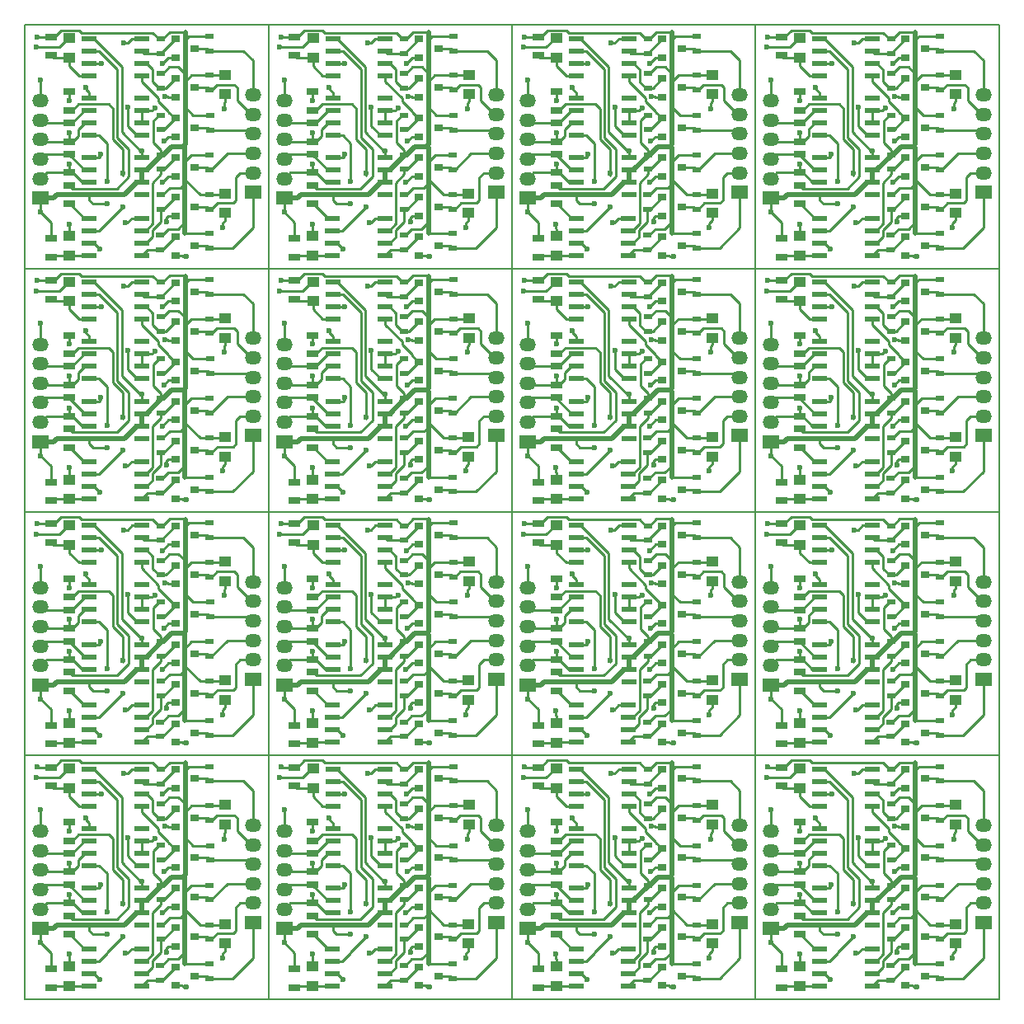
<source format=gtl>
G04 #@! TF.FileFunction,Copper,L1,Top,Signal*
%FSLAX46Y46*%
G04 Gerber Fmt 4.6, Leading zero omitted, Abs format (unit mm)*
G04 Created by KiCad (PCBNEW 4.0.2-stable) date 11/12/2017 1:18:02 PM*
%MOMM*%
G01*
G04 APERTURE LIST*
%ADD10C,0.100000*%
%ADD11C,0.150000*%
%ADD12R,0.900000X0.500000*%
%ADD13R,0.900000X0.800000*%
%ADD14R,1.550000X0.600000*%
%ADD15R,1.250000X1.000000*%
%ADD16R,1.300000X0.700000*%
%ADD17R,1.700000X1.350000*%
%ADD18O,1.700000X1.350000*%
%ADD19C,0.600000*%
%ADD20C,0.250000*%
%ADD21C,0.500000*%
G04 APERTURE END LIST*
D10*
D11*
X165000000Y-125000000D02*
X190000000Y-125000000D01*
X165000000Y-125000000D02*
X165000000Y-150000000D01*
X190000000Y-150000000D02*
X165000000Y-150000000D01*
X190000000Y-125000000D02*
X190000000Y-150000000D01*
X165000000Y-150000000D02*
X165000000Y-125000000D01*
X90000000Y-150000000D02*
X90000000Y-125000000D01*
X115000000Y-125000000D02*
X115000000Y-150000000D01*
X115000000Y-150000000D02*
X90000000Y-150000000D01*
X90000000Y-125000000D02*
X115000000Y-125000000D01*
X115000000Y-150000000D02*
X115000000Y-125000000D01*
X140000000Y-125000000D02*
X165000000Y-125000000D01*
X140000000Y-125000000D02*
X140000000Y-150000000D01*
X115000000Y-125000000D02*
X140000000Y-125000000D01*
X140000000Y-150000000D02*
X140000000Y-125000000D01*
X140000000Y-150000000D02*
X115000000Y-150000000D01*
X165000000Y-150000000D02*
X140000000Y-150000000D01*
X165000000Y-100000000D02*
X190000000Y-100000000D01*
X165000000Y-100000000D02*
X165000000Y-125000000D01*
X190000000Y-125000000D02*
X165000000Y-125000000D01*
X190000000Y-100000000D02*
X190000000Y-125000000D01*
X165000000Y-125000000D02*
X165000000Y-100000000D01*
X90000000Y-125000000D02*
X90000000Y-100000000D01*
X115000000Y-100000000D02*
X115000000Y-125000000D01*
X115000000Y-125000000D02*
X90000000Y-125000000D01*
X90000000Y-100000000D02*
X115000000Y-100000000D01*
X115000000Y-125000000D02*
X115000000Y-100000000D01*
X140000000Y-100000000D02*
X165000000Y-100000000D01*
X140000000Y-100000000D02*
X140000000Y-125000000D01*
X115000000Y-100000000D02*
X140000000Y-100000000D01*
X140000000Y-125000000D02*
X140000000Y-100000000D01*
X140000000Y-125000000D02*
X115000000Y-125000000D01*
X165000000Y-125000000D02*
X140000000Y-125000000D01*
X165000000Y-75000000D02*
X190000000Y-75000000D01*
X165000000Y-75000000D02*
X165000000Y-100000000D01*
X190000000Y-100000000D02*
X165000000Y-100000000D01*
X190000000Y-75000000D02*
X190000000Y-100000000D01*
X165000000Y-100000000D02*
X165000000Y-75000000D01*
X90000000Y-100000000D02*
X90000000Y-75000000D01*
X115000000Y-75000000D02*
X115000000Y-100000000D01*
X115000000Y-100000000D02*
X90000000Y-100000000D01*
X90000000Y-75000000D02*
X115000000Y-75000000D01*
X115000000Y-100000000D02*
X115000000Y-75000000D01*
X140000000Y-75000000D02*
X165000000Y-75000000D01*
X140000000Y-75000000D02*
X140000000Y-100000000D01*
X115000000Y-75000000D02*
X140000000Y-75000000D01*
X140000000Y-100000000D02*
X140000000Y-75000000D01*
X140000000Y-100000000D02*
X115000000Y-100000000D01*
X165000000Y-100000000D02*
X140000000Y-100000000D01*
X190000000Y-75000000D02*
X165000000Y-75000000D01*
X165000000Y-75000000D02*
X140000000Y-75000000D01*
X140000000Y-75000000D02*
X140000000Y-50000000D01*
X165000000Y-50000000D02*
X165000000Y-75000000D01*
X165000000Y-50000000D02*
X190000000Y-50000000D01*
X190000000Y-50000000D02*
X190000000Y-75000000D01*
X165000000Y-75000000D02*
X165000000Y-50000000D01*
X140000000Y-50000000D02*
X165000000Y-50000000D01*
X115000000Y-50000000D02*
X140000000Y-50000000D01*
X140000000Y-75000000D02*
X115000000Y-75000000D01*
X115000000Y-75000000D02*
X115000000Y-50000000D01*
X140000000Y-50000000D02*
X140000000Y-75000000D01*
X90000000Y-75000000D02*
X90000000Y-50000000D01*
X115000000Y-75000000D02*
X90000000Y-75000000D01*
X115000000Y-50000000D02*
X115000000Y-75000000D01*
X90000000Y-50000000D02*
X115000000Y-50000000D01*
D12*
X153919000Y-142398800D03*
X153919000Y-143898800D03*
X153944400Y-138321400D03*
X153944400Y-139821400D03*
D13*
X155424200Y-138629400D03*
X155424200Y-140529400D03*
X157424200Y-139579400D03*
X155424200Y-134565400D03*
X155424200Y-136465400D03*
X157424200Y-135515400D03*
D14*
X151988600Y-136302800D03*
X151988600Y-135032800D03*
X151988600Y-133762800D03*
X151988600Y-132492800D03*
X146588600Y-132492800D03*
X146588600Y-133762800D03*
X146588600Y-135032800D03*
X146588600Y-136302800D03*
D12*
X153946400Y-126403800D03*
X153946400Y-127903800D03*
D14*
X151988600Y-130206800D03*
X151988600Y-128936800D03*
X151988600Y-127666800D03*
X151988600Y-126396800D03*
X146588600Y-126396800D03*
X146588600Y-127666800D03*
X146588600Y-128936800D03*
X146588600Y-130206800D03*
D12*
X153944400Y-134245400D03*
X153944400Y-135745400D03*
X153946400Y-129959800D03*
X153946400Y-131459800D03*
D15*
X160548400Y-142303800D03*
X160548400Y-144303800D03*
D12*
X158922800Y-142398800D03*
X158922800Y-143898800D03*
X158922800Y-138333400D03*
X158922800Y-139833400D03*
D16*
X167666800Y-146925000D03*
X167666800Y-148825000D03*
D17*
X166600000Y-142773200D03*
D18*
X166600000Y-140773200D03*
X166600000Y-138773200D03*
X166600000Y-136773200D03*
X166600000Y-134773200D03*
X166600000Y-132773200D03*
D17*
X163393200Y-142169200D03*
D18*
X163393200Y-140169200D03*
X163393200Y-138169200D03*
X163393200Y-136169200D03*
X163393200Y-134169200D03*
X163393200Y-132169200D03*
D12*
X158973600Y-134270800D03*
X158973600Y-135770800D03*
X158922800Y-146424000D03*
X158922800Y-147924000D03*
D15*
X160573800Y-130095800D03*
X160573800Y-132095800D03*
D13*
X155426200Y-126437400D03*
X155426200Y-128337400D03*
X157426200Y-127387400D03*
D12*
X158948200Y-126142800D03*
X158948200Y-127642800D03*
D16*
X167668800Y-126219000D03*
X167668800Y-128119000D03*
D12*
X158948200Y-130156000D03*
X158948200Y-131656000D03*
D13*
X155424200Y-130476000D03*
X155424200Y-132376000D03*
X157424200Y-131426000D03*
D15*
X169571800Y-128346000D03*
X169571800Y-126346000D03*
D14*
X151972800Y-148647200D03*
X151972800Y-147377200D03*
X151972800Y-146107200D03*
X151972800Y-144837200D03*
X146572800Y-144837200D03*
X146572800Y-146107200D03*
X146572800Y-147377200D03*
X146572800Y-148647200D03*
D12*
X153868200Y-146551000D03*
X153868200Y-148051000D03*
D13*
X155424200Y-146732000D03*
X155424200Y-148632000D03*
X157424200Y-147682000D03*
D14*
X151988600Y-142424200D03*
X151988600Y-141154200D03*
X151988600Y-139884200D03*
X151988600Y-138614200D03*
X146588600Y-138614200D03*
X146588600Y-139884200D03*
X146588600Y-141154200D03*
X146588600Y-142424200D03*
D13*
X155424200Y-142693400D03*
X155424200Y-144593400D03*
X157424200Y-143643400D03*
D15*
X185573800Y-130095800D03*
X185573800Y-132095800D03*
D12*
X183948200Y-126142800D03*
X183948200Y-127642800D03*
X183948200Y-130156000D03*
X183948200Y-131656000D03*
D13*
X180426200Y-126437400D03*
X180426200Y-128337400D03*
X182426200Y-127387400D03*
X180424200Y-130476000D03*
X180424200Y-132376000D03*
X182424200Y-131426000D03*
D14*
X176988600Y-142424200D03*
X176988600Y-141154200D03*
X176988600Y-139884200D03*
X176988600Y-138614200D03*
X171588600Y-138614200D03*
X171588600Y-139884200D03*
X171588600Y-141154200D03*
X171588600Y-142424200D03*
X176972800Y-148647200D03*
X176972800Y-147377200D03*
X176972800Y-146107200D03*
X176972800Y-144837200D03*
X171572800Y-144837200D03*
X171572800Y-146107200D03*
X171572800Y-147377200D03*
X171572800Y-148647200D03*
D16*
X169548400Y-140156800D03*
X169548400Y-138256800D03*
X169548400Y-141457200D03*
X169548400Y-143357200D03*
D15*
X169546400Y-148672600D03*
X169546400Y-146672600D03*
D12*
X178944400Y-138321400D03*
X178944400Y-139821400D03*
D17*
X188393200Y-142169200D03*
D18*
X188393200Y-140169200D03*
X188393200Y-138169200D03*
X188393200Y-136169200D03*
X188393200Y-134169200D03*
X188393200Y-132169200D03*
D12*
X183973600Y-134270800D03*
X183973600Y-135770800D03*
D13*
X180424200Y-134565400D03*
X180424200Y-136465400D03*
X182424200Y-135515400D03*
X180424200Y-138629400D03*
X180424200Y-140529400D03*
X182424200Y-139579400D03*
D12*
X178944400Y-134245400D03*
X178944400Y-135745400D03*
X183922800Y-138333400D03*
X183922800Y-139833400D03*
D16*
X169548400Y-136956400D03*
X169548400Y-135056400D03*
D14*
X176988600Y-130206800D03*
X176988600Y-128936800D03*
X176988600Y-127666800D03*
X176988600Y-126396800D03*
X171588600Y-126396800D03*
X171588600Y-127666800D03*
X171588600Y-128936800D03*
X171588600Y-130206800D03*
X176988600Y-136302800D03*
X176988600Y-135032800D03*
X176988600Y-133762800D03*
X176988600Y-132492800D03*
X171588600Y-132492800D03*
X171588600Y-133762800D03*
X171588600Y-135032800D03*
X171588600Y-136302800D03*
D12*
X178946400Y-126403800D03*
X178946400Y-127903800D03*
X178946400Y-129959800D03*
X178946400Y-131459800D03*
D16*
X169548400Y-133756000D03*
X169548400Y-131856000D03*
D12*
X183922800Y-146424000D03*
X183922800Y-147924000D03*
D15*
X185548400Y-142303800D03*
X185548400Y-144303800D03*
D12*
X178919000Y-142398800D03*
X178919000Y-143898800D03*
D13*
X180424200Y-146732000D03*
X180424200Y-148632000D03*
X182424200Y-147682000D03*
D12*
X183922800Y-142398800D03*
X183922800Y-143898800D03*
D13*
X180424200Y-142693400D03*
X180424200Y-144593400D03*
X182424200Y-143643400D03*
D12*
X178868200Y-146551000D03*
X178868200Y-148051000D03*
X128919000Y-142398800D03*
X128919000Y-143898800D03*
X133922800Y-146424000D03*
X133922800Y-147924000D03*
D13*
X130424200Y-142693400D03*
X130424200Y-144593400D03*
X132424200Y-143643400D03*
D15*
X135548400Y-142303800D03*
X135548400Y-144303800D03*
D13*
X130424200Y-146732000D03*
X130424200Y-148632000D03*
X132424200Y-147682000D03*
D12*
X133922800Y-142398800D03*
X133922800Y-143898800D03*
X128868200Y-146551000D03*
X128868200Y-148051000D03*
D15*
X144546400Y-148672600D03*
X144546400Y-146672600D03*
D16*
X144548400Y-136956400D03*
X144548400Y-135056400D03*
X144548400Y-140156800D03*
X144548400Y-138256800D03*
D17*
X138393200Y-142169200D03*
D18*
X138393200Y-140169200D03*
X138393200Y-138169200D03*
X138393200Y-136169200D03*
X138393200Y-134169200D03*
X138393200Y-132169200D03*
D16*
X144548400Y-133756000D03*
X144548400Y-131856000D03*
D17*
X141600000Y-142773200D03*
D18*
X141600000Y-140773200D03*
X141600000Y-138773200D03*
X141600000Y-136773200D03*
X141600000Y-134773200D03*
X141600000Y-132773200D03*
D16*
X142666800Y-146925000D03*
X142666800Y-148825000D03*
X144548400Y-141457200D03*
X144548400Y-143357200D03*
D14*
X126988600Y-136302800D03*
X126988600Y-135032800D03*
X126988600Y-133762800D03*
X126988600Y-132492800D03*
X121588600Y-132492800D03*
X121588600Y-133762800D03*
X121588600Y-135032800D03*
X121588600Y-136302800D03*
D16*
X119548400Y-140156800D03*
X119548400Y-138256800D03*
D14*
X126988600Y-142424200D03*
X126988600Y-141154200D03*
X126988600Y-139884200D03*
X126988600Y-138614200D03*
X121588600Y-138614200D03*
X121588600Y-139884200D03*
X121588600Y-141154200D03*
X121588600Y-142424200D03*
D16*
X119548400Y-136956400D03*
X119548400Y-135056400D03*
D17*
X116600000Y-142773200D03*
D18*
X116600000Y-140773200D03*
X116600000Y-138773200D03*
X116600000Y-136773200D03*
X116600000Y-134773200D03*
X116600000Y-132773200D03*
D16*
X119548400Y-133756000D03*
X119548400Y-131856000D03*
D12*
X133948200Y-130156000D03*
X133948200Y-131656000D03*
D13*
X130426200Y-126437400D03*
X130426200Y-128337400D03*
X132426200Y-127387400D03*
D12*
X133948200Y-126142800D03*
X133948200Y-127642800D03*
D16*
X142668800Y-126219000D03*
X142668800Y-128119000D03*
D15*
X135573800Y-130095800D03*
X135573800Y-132095800D03*
D13*
X130424200Y-130476000D03*
X130424200Y-132376000D03*
X132424200Y-131426000D03*
D15*
X144571800Y-128346000D03*
X144571800Y-126346000D03*
D12*
X128946400Y-126403800D03*
X128946400Y-127903800D03*
D14*
X126988600Y-130206800D03*
X126988600Y-128936800D03*
X126988600Y-127666800D03*
X126988600Y-126396800D03*
X121588600Y-126396800D03*
X121588600Y-127666800D03*
X121588600Y-128936800D03*
X121588600Y-130206800D03*
D15*
X119571800Y-128346000D03*
X119571800Y-126346000D03*
D16*
X117668800Y-126219000D03*
X117668800Y-128119000D03*
D12*
X128946400Y-129959800D03*
X128946400Y-131459800D03*
D16*
X117666800Y-146925000D03*
X117666800Y-148825000D03*
X119548400Y-141457200D03*
X119548400Y-143357200D03*
D15*
X119546400Y-148672600D03*
X119546400Y-146672600D03*
D14*
X126972800Y-148647200D03*
X126972800Y-147377200D03*
X126972800Y-146107200D03*
X126972800Y-144837200D03*
X121572800Y-144837200D03*
X121572800Y-146107200D03*
X121572800Y-147377200D03*
X121572800Y-148647200D03*
D12*
X128944400Y-134245400D03*
X128944400Y-135745400D03*
X133922800Y-138333400D03*
X133922800Y-139833400D03*
X133973600Y-134270800D03*
X133973600Y-135770800D03*
D13*
X130424200Y-134565400D03*
X130424200Y-136465400D03*
X132424200Y-135515400D03*
X130424200Y-138629400D03*
X130424200Y-140529400D03*
X132424200Y-139579400D03*
D12*
X128944400Y-138321400D03*
X128944400Y-139821400D03*
X103946400Y-129959800D03*
X103946400Y-131459800D03*
X103946400Y-126403800D03*
X103946400Y-127903800D03*
D16*
X94548400Y-133756000D03*
X94548400Y-131856000D03*
X92668800Y-126219000D03*
X92668800Y-128119000D03*
D15*
X94571800Y-128346000D03*
X94571800Y-126346000D03*
D14*
X101988600Y-136302800D03*
X101988600Y-135032800D03*
X101988600Y-133762800D03*
X101988600Y-132492800D03*
X96588600Y-132492800D03*
X96588600Y-133762800D03*
X96588600Y-135032800D03*
X96588600Y-136302800D03*
X101988600Y-130206800D03*
X101988600Y-128936800D03*
X101988600Y-127666800D03*
X101988600Y-126396800D03*
X96588600Y-126396800D03*
X96588600Y-127666800D03*
X96588600Y-128936800D03*
X96588600Y-130206800D03*
D12*
X103944400Y-134245400D03*
X103944400Y-135745400D03*
X108973600Y-134270800D03*
X108973600Y-135770800D03*
D13*
X105424200Y-138629400D03*
X105424200Y-140529400D03*
X107424200Y-139579400D03*
D15*
X110548400Y-142303800D03*
X110548400Y-144303800D03*
D12*
X103944400Y-138321400D03*
X103944400Y-139821400D03*
D13*
X105424200Y-134565400D03*
X105424200Y-136465400D03*
X107424200Y-135515400D03*
D17*
X113393200Y-142169200D03*
D18*
X113393200Y-140169200D03*
X113393200Y-138169200D03*
X113393200Y-136169200D03*
X113393200Y-134169200D03*
X113393200Y-132169200D03*
D12*
X108922800Y-138333400D03*
X108922800Y-139833400D03*
X108922800Y-146424000D03*
X108922800Y-147924000D03*
X103919000Y-142398800D03*
X103919000Y-143898800D03*
D13*
X105424200Y-142693400D03*
X105424200Y-144593400D03*
X107424200Y-143643400D03*
X105424200Y-146732000D03*
X105424200Y-148632000D03*
X107424200Y-147682000D03*
D12*
X108922800Y-142398800D03*
X108922800Y-143898800D03*
X103868200Y-146551000D03*
X103868200Y-148051000D03*
X108948200Y-130156000D03*
X108948200Y-131656000D03*
D13*
X105424200Y-130476000D03*
X105424200Y-132376000D03*
X107424200Y-131426000D03*
D15*
X110573800Y-130095800D03*
X110573800Y-132095800D03*
D13*
X105426200Y-126437400D03*
X105426200Y-128337400D03*
X107426200Y-127387400D03*
D12*
X108948200Y-126142800D03*
X108948200Y-127642800D03*
D17*
X91600000Y-142773200D03*
D18*
X91600000Y-140773200D03*
X91600000Y-138773200D03*
X91600000Y-136773200D03*
X91600000Y-134773200D03*
X91600000Y-132773200D03*
D14*
X101988600Y-142424200D03*
X101988600Y-141154200D03*
X101988600Y-139884200D03*
X101988600Y-138614200D03*
X96588600Y-138614200D03*
X96588600Y-139884200D03*
X96588600Y-141154200D03*
X96588600Y-142424200D03*
D15*
X94546400Y-148672600D03*
X94546400Y-146672600D03*
D16*
X94548400Y-136956400D03*
X94548400Y-135056400D03*
D14*
X101972800Y-148647200D03*
X101972800Y-147377200D03*
X101972800Y-146107200D03*
X101972800Y-144837200D03*
X96572800Y-144837200D03*
X96572800Y-146107200D03*
X96572800Y-147377200D03*
X96572800Y-148647200D03*
D16*
X92666800Y-146925000D03*
X92666800Y-148825000D03*
X94548400Y-141457200D03*
X94548400Y-143357200D03*
X94548400Y-140156800D03*
X94548400Y-138256800D03*
D12*
X153919000Y-117398800D03*
X153919000Y-118898800D03*
X153944400Y-113321400D03*
X153944400Y-114821400D03*
D13*
X155424200Y-113629400D03*
X155424200Y-115529400D03*
X157424200Y-114579400D03*
X155424200Y-109565400D03*
X155424200Y-111465400D03*
X157424200Y-110515400D03*
D14*
X151988600Y-111302800D03*
X151988600Y-110032800D03*
X151988600Y-108762800D03*
X151988600Y-107492800D03*
X146588600Y-107492800D03*
X146588600Y-108762800D03*
X146588600Y-110032800D03*
X146588600Y-111302800D03*
D12*
X153946400Y-101403800D03*
X153946400Y-102903800D03*
D14*
X151988600Y-105206800D03*
X151988600Y-103936800D03*
X151988600Y-102666800D03*
X151988600Y-101396800D03*
X146588600Y-101396800D03*
X146588600Y-102666800D03*
X146588600Y-103936800D03*
X146588600Y-105206800D03*
D12*
X153944400Y-109245400D03*
X153944400Y-110745400D03*
X153946400Y-104959800D03*
X153946400Y-106459800D03*
D15*
X160548400Y-117303800D03*
X160548400Y-119303800D03*
D12*
X158922800Y-117398800D03*
X158922800Y-118898800D03*
X158922800Y-113333400D03*
X158922800Y-114833400D03*
D16*
X167666800Y-121925000D03*
X167666800Y-123825000D03*
D17*
X166600000Y-117773200D03*
D18*
X166600000Y-115773200D03*
X166600000Y-113773200D03*
X166600000Y-111773200D03*
X166600000Y-109773200D03*
X166600000Y-107773200D03*
D17*
X163393200Y-117169200D03*
D18*
X163393200Y-115169200D03*
X163393200Y-113169200D03*
X163393200Y-111169200D03*
X163393200Y-109169200D03*
X163393200Y-107169200D03*
D12*
X158973600Y-109270800D03*
X158973600Y-110770800D03*
X158922800Y-121424000D03*
X158922800Y-122924000D03*
D15*
X160573800Y-105095800D03*
X160573800Y-107095800D03*
D13*
X155426200Y-101437400D03*
X155426200Y-103337400D03*
X157426200Y-102387400D03*
D12*
X158948200Y-101142800D03*
X158948200Y-102642800D03*
D16*
X167668800Y-101219000D03*
X167668800Y-103119000D03*
D12*
X158948200Y-105156000D03*
X158948200Y-106656000D03*
D13*
X155424200Y-105476000D03*
X155424200Y-107376000D03*
X157424200Y-106426000D03*
D15*
X169571800Y-103346000D03*
X169571800Y-101346000D03*
D14*
X151972800Y-123647200D03*
X151972800Y-122377200D03*
X151972800Y-121107200D03*
X151972800Y-119837200D03*
X146572800Y-119837200D03*
X146572800Y-121107200D03*
X146572800Y-122377200D03*
X146572800Y-123647200D03*
D12*
X153868200Y-121551000D03*
X153868200Y-123051000D03*
D13*
X155424200Y-121732000D03*
X155424200Y-123632000D03*
X157424200Y-122682000D03*
D14*
X151988600Y-117424200D03*
X151988600Y-116154200D03*
X151988600Y-114884200D03*
X151988600Y-113614200D03*
X146588600Y-113614200D03*
X146588600Y-114884200D03*
X146588600Y-116154200D03*
X146588600Y-117424200D03*
D13*
X155424200Y-117693400D03*
X155424200Y-119593400D03*
X157424200Y-118643400D03*
D15*
X185573800Y-105095800D03*
X185573800Y-107095800D03*
D12*
X183948200Y-101142800D03*
X183948200Y-102642800D03*
X183948200Y-105156000D03*
X183948200Y-106656000D03*
D13*
X180426200Y-101437400D03*
X180426200Y-103337400D03*
X182426200Y-102387400D03*
X180424200Y-105476000D03*
X180424200Y-107376000D03*
X182424200Y-106426000D03*
D14*
X176988600Y-117424200D03*
X176988600Y-116154200D03*
X176988600Y-114884200D03*
X176988600Y-113614200D03*
X171588600Y-113614200D03*
X171588600Y-114884200D03*
X171588600Y-116154200D03*
X171588600Y-117424200D03*
X176972800Y-123647200D03*
X176972800Y-122377200D03*
X176972800Y-121107200D03*
X176972800Y-119837200D03*
X171572800Y-119837200D03*
X171572800Y-121107200D03*
X171572800Y-122377200D03*
X171572800Y-123647200D03*
D16*
X169548400Y-115156800D03*
X169548400Y-113256800D03*
X169548400Y-116457200D03*
X169548400Y-118357200D03*
D15*
X169546400Y-123672600D03*
X169546400Y-121672600D03*
D12*
X178944400Y-113321400D03*
X178944400Y-114821400D03*
D17*
X188393200Y-117169200D03*
D18*
X188393200Y-115169200D03*
X188393200Y-113169200D03*
X188393200Y-111169200D03*
X188393200Y-109169200D03*
X188393200Y-107169200D03*
D12*
X183973600Y-109270800D03*
X183973600Y-110770800D03*
D13*
X180424200Y-109565400D03*
X180424200Y-111465400D03*
X182424200Y-110515400D03*
X180424200Y-113629400D03*
X180424200Y-115529400D03*
X182424200Y-114579400D03*
D12*
X178944400Y-109245400D03*
X178944400Y-110745400D03*
X183922800Y-113333400D03*
X183922800Y-114833400D03*
D16*
X169548400Y-111956400D03*
X169548400Y-110056400D03*
D14*
X176988600Y-105206800D03*
X176988600Y-103936800D03*
X176988600Y-102666800D03*
X176988600Y-101396800D03*
X171588600Y-101396800D03*
X171588600Y-102666800D03*
X171588600Y-103936800D03*
X171588600Y-105206800D03*
X176988600Y-111302800D03*
X176988600Y-110032800D03*
X176988600Y-108762800D03*
X176988600Y-107492800D03*
X171588600Y-107492800D03*
X171588600Y-108762800D03*
X171588600Y-110032800D03*
X171588600Y-111302800D03*
D12*
X178946400Y-101403800D03*
X178946400Y-102903800D03*
X178946400Y-104959800D03*
X178946400Y-106459800D03*
D16*
X169548400Y-108756000D03*
X169548400Y-106856000D03*
D12*
X183922800Y-121424000D03*
X183922800Y-122924000D03*
D15*
X185548400Y-117303800D03*
X185548400Y-119303800D03*
D12*
X178919000Y-117398800D03*
X178919000Y-118898800D03*
D13*
X180424200Y-121732000D03*
X180424200Y-123632000D03*
X182424200Y-122682000D03*
D12*
X183922800Y-117398800D03*
X183922800Y-118898800D03*
D13*
X180424200Y-117693400D03*
X180424200Y-119593400D03*
X182424200Y-118643400D03*
D12*
X178868200Y-121551000D03*
X178868200Y-123051000D03*
X128919000Y-117398800D03*
X128919000Y-118898800D03*
X133922800Y-121424000D03*
X133922800Y-122924000D03*
D13*
X130424200Y-117693400D03*
X130424200Y-119593400D03*
X132424200Y-118643400D03*
D15*
X135548400Y-117303800D03*
X135548400Y-119303800D03*
D13*
X130424200Y-121732000D03*
X130424200Y-123632000D03*
X132424200Y-122682000D03*
D12*
X133922800Y-117398800D03*
X133922800Y-118898800D03*
X128868200Y-121551000D03*
X128868200Y-123051000D03*
D15*
X144546400Y-123672600D03*
X144546400Y-121672600D03*
D16*
X144548400Y-111956400D03*
X144548400Y-110056400D03*
X144548400Y-115156800D03*
X144548400Y-113256800D03*
D17*
X138393200Y-117169200D03*
D18*
X138393200Y-115169200D03*
X138393200Y-113169200D03*
X138393200Y-111169200D03*
X138393200Y-109169200D03*
X138393200Y-107169200D03*
D16*
X144548400Y-108756000D03*
X144548400Y-106856000D03*
D17*
X141600000Y-117773200D03*
D18*
X141600000Y-115773200D03*
X141600000Y-113773200D03*
X141600000Y-111773200D03*
X141600000Y-109773200D03*
X141600000Y-107773200D03*
D16*
X142666800Y-121925000D03*
X142666800Y-123825000D03*
X144548400Y-116457200D03*
X144548400Y-118357200D03*
D14*
X126988600Y-111302800D03*
X126988600Y-110032800D03*
X126988600Y-108762800D03*
X126988600Y-107492800D03*
X121588600Y-107492800D03*
X121588600Y-108762800D03*
X121588600Y-110032800D03*
X121588600Y-111302800D03*
D16*
X119548400Y-115156800D03*
X119548400Y-113256800D03*
D14*
X126988600Y-117424200D03*
X126988600Y-116154200D03*
X126988600Y-114884200D03*
X126988600Y-113614200D03*
X121588600Y-113614200D03*
X121588600Y-114884200D03*
X121588600Y-116154200D03*
X121588600Y-117424200D03*
D16*
X119548400Y-111956400D03*
X119548400Y-110056400D03*
D17*
X116600000Y-117773200D03*
D18*
X116600000Y-115773200D03*
X116600000Y-113773200D03*
X116600000Y-111773200D03*
X116600000Y-109773200D03*
X116600000Y-107773200D03*
D16*
X119548400Y-108756000D03*
X119548400Y-106856000D03*
D12*
X133948200Y-105156000D03*
X133948200Y-106656000D03*
D13*
X130426200Y-101437400D03*
X130426200Y-103337400D03*
X132426200Y-102387400D03*
D12*
X133948200Y-101142800D03*
X133948200Y-102642800D03*
D16*
X142668800Y-101219000D03*
X142668800Y-103119000D03*
D15*
X135573800Y-105095800D03*
X135573800Y-107095800D03*
D13*
X130424200Y-105476000D03*
X130424200Y-107376000D03*
X132424200Y-106426000D03*
D15*
X144571800Y-103346000D03*
X144571800Y-101346000D03*
D12*
X128946400Y-101403800D03*
X128946400Y-102903800D03*
D14*
X126988600Y-105206800D03*
X126988600Y-103936800D03*
X126988600Y-102666800D03*
X126988600Y-101396800D03*
X121588600Y-101396800D03*
X121588600Y-102666800D03*
X121588600Y-103936800D03*
X121588600Y-105206800D03*
D15*
X119571800Y-103346000D03*
X119571800Y-101346000D03*
D16*
X117668800Y-101219000D03*
X117668800Y-103119000D03*
D12*
X128946400Y-104959800D03*
X128946400Y-106459800D03*
D16*
X117666800Y-121925000D03*
X117666800Y-123825000D03*
X119548400Y-116457200D03*
X119548400Y-118357200D03*
D15*
X119546400Y-123672600D03*
X119546400Y-121672600D03*
D14*
X126972800Y-123647200D03*
X126972800Y-122377200D03*
X126972800Y-121107200D03*
X126972800Y-119837200D03*
X121572800Y-119837200D03*
X121572800Y-121107200D03*
X121572800Y-122377200D03*
X121572800Y-123647200D03*
D12*
X128944400Y-109245400D03*
X128944400Y-110745400D03*
X133922800Y-113333400D03*
X133922800Y-114833400D03*
X133973600Y-109270800D03*
X133973600Y-110770800D03*
D13*
X130424200Y-109565400D03*
X130424200Y-111465400D03*
X132424200Y-110515400D03*
X130424200Y-113629400D03*
X130424200Y-115529400D03*
X132424200Y-114579400D03*
D12*
X128944400Y-113321400D03*
X128944400Y-114821400D03*
X103946400Y-104959800D03*
X103946400Y-106459800D03*
X103946400Y-101403800D03*
X103946400Y-102903800D03*
D16*
X94548400Y-108756000D03*
X94548400Y-106856000D03*
X92668800Y-101219000D03*
X92668800Y-103119000D03*
D15*
X94571800Y-103346000D03*
X94571800Y-101346000D03*
D14*
X101988600Y-111302800D03*
X101988600Y-110032800D03*
X101988600Y-108762800D03*
X101988600Y-107492800D03*
X96588600Y-107492800D03*
X96588600Y-108762800D03*
X96588600Y-110032800D03*
X96588600Y-111302800D03*
X101988600Y-105206800D03*
X101988600Y-103936800D03*
X101988600Y-102666800D03*
X101988600Y-101396800D03*
X96588600Y-101396800D03*
X96588600Y-102666800D03*
X96588600Y-103936800D03*
X96588600Y-105206800D03*
D12*
X103944400Y-109245400D03*
X103944400Y-110745400D03*
X108973600Y-109270800D03*
X108973600Y-110770800D03*
D13*
X105424200Y-113629400D03*
X105424200Y-115529400D03*
X107424200Y-114579400D03*
D15*
X110548400Y-117303800D03*
X110548400Y-119303800D03*
D12*
X103944400Y-113321400D03*
X103944400Y-114821400D03*
D13*
X105424200Y-109565400D03*
X105424200Y-111465400D03*
X107424200Y-110515400D03*
D17*
X113393200Y-117169200D03*
D18*
X113393200Y-115169200D03*
X113393200Y-113169200D03*
X113393200Y-111169200D03*
X113393200Y-109169200D03*
X113393200Y-107169200D03*
D12*
X108922800Y-113333400D03*
X108922800Y-114833400D03*
X108922800Y-121424000D03*
X108922800Y-122924000D03*
X103919000Y-117398800D03*
X103919000Y-118898800D03*
D13*
X105424200Y-117693400D03*
X105424200Y-119593400D03*
X107424200Y-118643400D03*
X105424200Y-121732000D03*
X105424200Y-123632000D03*
X107424200Y-122682000D03*
D12*
X108922800Y-117398800D03*
X108922800Y-118898800D03*
X103868200Y-121551000D03*
X103868200Y-123051000D03*
X108948200Y-105156000D03*
X108948200Y-106656000D03*
D13*
X105424200Y-105476000D03*
X105424200Y-107376000D03*
X107424200Y-106426000D03*
D15*
X110573800Y-105095800D03*
X110573800Y-107095800D03*
D13*
X105426200Y-101437400D03*
X105426200Y-103337400D03*
X107426200Y-102387400D03*
D12*
X108948200Y-101142800D03*
X108948200Y-102642800D03*
D17*
X91600000Y-117773200D03*
D18*
X91600000Y-115773200D03*
X91600000Y-113773200D03*
X91600000Y-111773200D03*
X91600000Y-109773200D03*
X91600000Y-107773200D03*
D14*
X101988600Y-117424200D03*
X101988600Y-116154200D03*
X101988600Y-114884200D03*
X101988600Y-113614200D03*
X96588600Y-113614200D03*
X96588600Y-114884200D03*
X96588600Y-116154200D03*
X96588600Y-117424200D03*
D15*
X94546400Y-123672600D03*
X94546400Y-121672600D03*
D16*
X94548400Y-111956400D03*
X94548400Y-110056400D03*
D14*
X101972800Y-123647200D03*
X101972800Y-122377200D03*
X101972800Y-121107200D03*
X101972800Y-119837200D03*
X96572800Y-119837200D03*
X96572800Y-121107200D03*
X96572800Y-122377200D03*
X96572800Y-123647200D03*
D16*
X92666800Y-121925000D03*
X92666800Y-123825000D03*
X94548400Y-116457200D03*
X94548400Y-118357200D03*
X94548400Y-115156800D03*
X94548400Y-113256800D03*
D12*
X153919000Y-92398800D03*
X153919000Y-93898800D03*
X153944400Y-88321400D03*
X153944400Y-89821400D03*
D13*
X155424200Y-88629400D03*
X155424200Y-90529400D03*
X157424200Y-89579400D03*
X155424200Y-84565400D03*
X155424200Y-86465400D03*
X157424200Y-85515400D03*
D14*
X151988600Y-86302800D03*
X151988600Y-85032800D03*
X151988600Y-83762800D03*
X151988600Y-82492800D03*
X146588600Y-82492800D03*
X146588600Y-83762800D03*
X146588600Y-85032800D03*
X146588600Y-86302800D03*
D12*
X153946400Y-76403800D03*
X153946400Y-77903800D03*
D14*
X151988600Y-80206800D03*
X151988600Y-78936800D03*
X151988600Y-77666800D03*
X151988600Y-76396800D03*
X146588600Y-76396800D03*
X146588600Y-77666800D03*
X146588600Y-78936800D03*
X146588600Y-80206800D03*
D12*
X153944400Y-84245400D03*
X153944400Y-85745400D03*
X153946400Y-79959800D03*
X153946400Y-81459800D03*
D15*
X160548400Y-92303800D03*
X160548400Y-94303800D03*
D12*
X158922800Y-92398800D03*
X158922800Y-93898800D03*
X158922800Y-88333400D03*
X158922800Y-89833400D03*
D16*
X167666800Y-96925000D03*
X167666800Y-98825000D03*
D17*
X166600000Y-92773200D03*
D18*
X166600000Y-90773200D03*
X166600000Y-88773200D03*
X166600000Y-86773200D03*
X166600000Y-84773200D03*
X166600000Y-82773200D03*
D17*
X163393200Y-92169200D03*
D18*
X163393200Y-90169200D03*
X163393200Y-88169200D03*
X163393200Y-86169200D03*
X163393200Y-84169200D03*
X163393200Y-82169200D03*
D12*
X158973600Y-84270800D03*
X158973600Y-85770800D03*
X158922800Y-96424000D03*
X158922800Y-97924000D03*
D15*
X160573800Y-80095800D03*
X160573800Y-82095800D03*
D13*
X155426200Y-76437400D03*
X155426200Y-78337400D03*
X157426200Y-77387400D03*
D12*
X158948200Y-76142800D03*
X158948200Y-77642800D03*
D16*
X167668800Y-76219000D03*
X167668800Y-78119000D03*
D12*
X158948200Y-80156000D03*
X158948200Y-81656000D03*
D13*
X155424200Y-80476000D03*
X155424200Y-82376000D03*
X157424200Y-81426000D03*
D15*
X169571800Y-78346000D03*
X169571800Y-76346000D03*
D14*
X151972800Y-98647200D03*
X151972800Y-97377200D03*
X151972800Y-96107200D03*
X151972800Y-94837200D03*
X146572800Y-94837200D03*
X146572800Y-96107200D03*
X146572800Y-97377200D03*
X146572800Y-98647200D03*
D12*
X153868200Y-96551000D03*
X153868200Y-98051000D03*
D13*
X155424200Y-96732000D03*
X155424200Y-98632000D03*
X157424200Y-97682000D03*
D14*
X151988600Y-92424200D03*
X151988600Y-91154200D03*
X151988600Y-89884200D03*
X151988600Y-88614200D03*
X146588600Y-88614200D03*
X146588600Y-89884200D03*
X146588600Y-91154200D03*
X146588600Y-92424200D03*
D13*
X155424200Y-92693400D03*
X155424200Y-94593400D03*
X157424200Y-93643400D03*
D15*
X185573800Y-80095800D03*
X185573800Y-82095800D03*
D12*
X183948200Y-76142800D03*
X183948200Y-77642800D03*
X183948200Y-80156000D03*
X183948200Y-81656000D03*
D13*
X180426200Y-76437400D03*
X180426200Y-78337400D03*
X182426200Y-77387400D03*
X180424200Y-80476000D03*
X180424200Y-82376000D03*
X182424200Y-81426000D03*
D14*
X176988600Y-92424200D03*
X176988600Y-91154200D03*
X176988600Y-89884200D03*
X176988600Y-88614200D03*
X171588600Y-88614200D03*
X171588600Y-89884200D03*
X171588600Y-91154200D03*
X171588600Y-92424200D03*
X176972800Y-98647200D03*
X176972800Y-97377200D03*
X176972800Y-96107200D03*
X176972800Y-94837200D03*
X171572800Y-94837200D03*
X171572800Y-96107200D03*
X171572800Y-97377200D03*
X171572800Y-98647200D03*
D16*
X169548400Y-90156800D03*
X169548400Y-88256800D03*
X169548400Y-91457200D03*
X169548400Y-93357200D03*
D15*
X169546400Y-98672600D03*
X169546400Y-96672600D03*
D12*
X178944400Y-88321400D03*
X178944400Y-89821400D03*
D17*
X188393200Y-92169200D03*
D18*
X188393200Y-90169200D03*
X188393200Y-88169200D03*
X188393200Y-86169200D03*
X188393200Y-84169200D03*
X188393200Y-82169200D03*
D12*
X183973600Y-84270800D03*
X183973600Y-85770800D03*
D13*
X180424200Y-84565400D03*
X180424200Y-86465400D03*
X182424200Y-85515400D03*
X180424200Y-88629400D03*
X180424200Y-90529400D03*
X182424200Y-89579400D03*
D12*
X178944400Y-84245400D03*
X178944400Y-85745400D03*
X183922800Y-88333400D03*
X183922800Y-89833400D03*
D16*
X169548400Y-86956400D03*
X169548400Y-85056400D03*
D14*
X176988600Y-80206800D03*
X176988600Y-78936800D03*
X176988600Y-77666800D03*
X176988600Y-76396800D03*
X171588600Y-76396800D03*
X171588600Y-77666800D03*
X171588600Y-78936800D03*
X171588600Y-80206800D03*
X176988600Y-86302800D03*
X176988600Y-85032800D03*
X176988600Y-83762800D03*
X176988600Y-82492800D03*
X171588600Y-82492800D03*
X171588600Y-83762800D03*
X171588600Y-85032800D03*
X171588600Y-86302800D03*
D12*
X178946400Y-76403800D03*
X178946400Y-77903800D03*
X178946400Y-79959800D03*
X178946400Y-81459800D03*
D16*
X169548400Y-83756000D03*
X169548400Y-81856000D03*
D12*
X183922800Y-96424000D03*
X183922800Y-97924000D03*
D15*
X185548400Y-92303800D03*
X185548400Y-94303800D03*
D12*
X178919000Y-92398800D03*
X178919000Y-93898800D03*
D13*
X180424200Y-96732000D03*
X180424200Y-98632000D03*
X182424200Y-97682000D03*
D12*
X183922800Y-92398800D03*
X183922800Y-93898800D03*
D13*
X180424200Y-92693400D03*
X180424200Y-94593400D03*
X182424200Y-93643400D03*
D12*
X178868200Y-96551000D03*
X178868200Y-98051000D03*
X128919000Y-92398800D03*
X128919000Y-93898800D03*
X133922800Y-96424000D03*
X133922800Y-97924000D03*
D13*
X130424200Y-92693400D03*
X130424200Y-94593400D03*
X132424200Y-93643400D03*
D15*
X135548400Y-92303800D03*
X135548400Y-94303800D03*
D13*
X130424200Y-96732000D03*
X130424200Y-98632000D03*
X132424200Y-97682000D03*
D12*
X133922800Y-92398800D03*
X133922800Y-93898800D03*
X128868200Y-96551000D03*
X128868200Y-98051000D03*
D15*
X144546400Y-98672600D03*
X144546400Y-96672600D03*
D16*
X144548400Y-86956400D03*
X144548400Y-85056400D03*
X144548400Y-90156800D03*
X144548400Y-88256800D03*
D17*
X138393200Y-92169200D03*
D18*
X138393200Y-90169200D03*
X138393200Y-88169200D03*
X138393200Y-86169200D03*
X138393200Y-84169200D03*
X138393200Y-82169200D03*
D16*
X144548400Y-83756000D03*
X144548400Y-81856000D03*
D17*
X141600000Y-92773200D03*
D18*
X141600000Y-90773200D03*
X141600000Y-88773200D03*
X141600000Y-86773200D03*
X141600000Y-84773200D03*
X141600000Y-82773200D03*
D16*
X142666800Y-96925000D03*
X142666800Y-98825000D03*
X144548400Y-91457200D03*
X144548400Y-93357200D03*
D14*
X126988600Y-86302800D03*
X126988600Y-85032800D03*
X126988600Y-83762800D03*
X126988600Y-82492800D03*
X121588600Y-82492800D03*
X121588600Y-83762800D03*
X121588600Y-85032800D03*
X121588600Y-86302800D03*
D16*
X119548400Y-90156800D03*
X119548400Y-88256800D03*
D14*
X126988600Y-92424200D03*
X126988600Y-91154200D03*
X126988600Y-89884200D03*
X126988600Y-88614200D03*
X121588600Y-88614200D03*
X121588600Y-89884200D03*
X121588600Y-91154200D03*
X121588600Y-92424200D03*
D16*
X119548400Y-86956400D03*
X119548400Y-85056400D03*
D17*
X116600000Y-92773200D03*
D18*
X116600000Y-90773200D03*
X116600000Y-88773200D03*
X116600000Y-86773200D03*
X116600000Y-84773200D03*
X116600000Y-82773200D03*
D16*
X119548400Y-83756000D03*
X119548400Y-81856000D03*
D12*
X133948200Y-80156000D03*
X133948200Y-81656000D03*
D13*
X130426200Y-76437400D03*
X130426200Y-78337400D03*
X132426200Y-77387400D03*
D12*
X133948200Y-76142800D03*
X133948200Y-77642800D03*
D16*
X142668800Y-76219000D03*
X142668800Y-78119000D03*
D15*
X135573800Y-80095800D03*
X135573800Y-82095800D03*
D13*
X130424200Y-80476000D03*
X130424200Y-82376000D03*
X132424200Y-81426000D03*
D15*
X144571800Y-78346000D03*
X144571800Y-76346000D03*
D12*
X128946400Y-76403800D03*
X128946400Y-77903800D03*
D14*
X126988600Y-80206800D03*
X126988600Y-78936800D03*
X126988600Y-77666800D03*
X126988600Y-76396800D03*
X121588600Y-76396800D03*
X121588600Y-77666800D03*
X121588600Y-78936800D03*
X121588600Y-80206800D03*
D15*
X119571800Y-78346000D03*
X119571800Y-76346000D03*
D16*
X117668800Y-76219000D03*
X117668800Y-78119000D03*
D12*
X128946400Y-79959800D03*
X128946400Y-81459800D03*
D16*
X117666800Y-96925000D03*
X117666800Y-98825000D03*
X119548400Y-91457200D03*
X119548400Y-93357200D03*
D15*
X119546400Y-98672600D03*
X119546400Y-96672600D03*
D14*
X126972800Y-98647200D03*
X126972800Y-97377200D03*
X126972800Y-96107200D03*
X126972800Y-94837200D03*
X121572800Y-94837200D03*
X121572800Y-96107200D03*
X121572800Y-97377200D03*
X121572800Y-98647200D03*
D12*
X128944400Y-84245400D03*
X128944400Y-85745400D03*
X133922800Y-88333400D03*
X133922800Y-89833400D03*
X133973600Y-84270800D03*
X133973600Y-85770800D03*
D13*
X130424200Y-84565400D03*
X130424200Y-86465400D03*
X132424200Y-85515400D03*
X130424200Y-88629400D03*
X130424200Y-90529400D03*
X132424200Y-89579400D03*
D12*
X128944400Y-88321400D03*
X128944400Y-89821400D03*
X103946400Y-79959800D03*
X103946400Y-81459800D03*
X103946400Y-76403800D03*
X103946400Y-77903800D03*
D16*
X94548400Y-83756000D03*
X94548400Y-81856000D03*
X92668800Y-76219000D03*
X92668800Y-78119000D03*
D15*
X94571800Y-78346000D03*
X94571800Y-76346000D03*
D14*
X101988600Y-86302800D03*
X101988600Y-85032800D03*
X101988600Y-83762800D03*
X101988600Y-82492800D03*
X96588600Y-82492800D03*
X96588600Y-83762800D03*
X96588600Y-85032800D03*
X96588600Y-86302800D03*
X101988600Y-80206800D03*
X101988600Y-78936800D03*
X101988600Y-77666800D03*
X101988600Y-76396800D03*
X96588600Y-76396800D03*
X96588600Y-77666800D03*
X96588600Y-78936800D03*
X96588600Y-80206800D03*
D12*
X103944400Y-84245400D03*
X103944400Y-85745400D03*
X108973600Y-84270800D03*
X108973600Y-85770800D03*
D13*
X105424200Y-88629400D03*
X105424200Y-90529400D03*
X107424200Y-89579400D03*
D15*
X110548400Y-92303800D03*
X110548400Y-94303800D03*
D12*
X103944400Y-88321400D03*
X103944400Y-89821400D03*
D13*
X105424200Y-84565400D03*
X105424200Y-86465400D03*
X107424200Y-85515400D03*
D17*
X113393200Y-92169200D03*
D18*
X113393200Y-90169200D03*
X113393200Y-88169200D03*
X113393200Y-86169200D03*
X113393200Y-84169200D03*
X113393200Y-82169200D03*
D12*
X108922800Y-88333400D03*
X108922800Y-89833400D03*
X108922800Y-96424000D03*
X108922800Y-97924000D03*
X103919000Y-92398800D03*
X103919000Y-93898800D03*
D13*
X105424200Y-92693400D03*
X105424200Y-94593400D03*
X107424200Y-93643400D03*
X105424200Y-96732000D03*
X105424200Y-98632000D03*
X107424200Y-97682000D03*
D12*
X108922800Y-92398800D03*
X108922800Y-93898800D03*
X103868200Y-96551000D03*
X103868200Y-98051000D03*
X108948200Y-80156000D03*
X108948200Y-81656000D03*
D13*
X105424200Y-80476000D03*
X105424200Y-82376000D03*
X107424200Y-81426000D03*
D15*
X110573800Y-80095800D03*
X110573800Y-82095800D03*
D13*
X105426200Y-76437400D03*
X105426200Y-78337400D03*
X107426200Y-77387400D03*
D12*
X108948200Y-76142800D03*
X108948200Y-77642800D03*
D17*
X91600000Y-92773200D03*
D18*
X91600000Y-90773200D03*
X91600000Y-88773200D03*
X91600000Y-86773200D03*
X91600000Y-84773200D03*
X91600000Y-82773200D03*
D14*
X101988600Y-92424200D03*
X101988600Y-91154200D03*
X101988600Y-89884200D03*
X101988600Y-88614200D03*
X96588600Y-88614200D03*
X96588600Y-89884200D03*
X96588600Y-91154200D03*
X96588600Y-92424200D03*
D15*
X94546400Y-98672600D03*
X94546400Y-96672600D03*
D16*
X94548400Y-86956400D03*
X94548400Y-85056400D03*
D14*
X101972800Y-98647200D03*
X101972800Y-97377200D03*
X101972800Y-96107200D03*
X101972800Y-94837200D03*
X96572800Y-94837200D03*
X96572800Y-96107200D03*
X96572800Y-97377200D03*
X96572800Y-98647200D03*
D16*
X92666800Y-96925000D03*
X92666800Y-98825000D03*
X94548400Y-91457200D03*
X94548400Y-93357200D03*
X94548400Y-90156800D03*
X94548400Y-88256800D03*
D12*
X178944400Y-63321400D03*
X178944400Y-64821400D03*
D14*
X176988600Y-67424200D03*
X176988600Y-66154200D03*
X176988600Y-64884200D03*
X176988600Y-63614200D03*
X171588600Y-63614200D03*
X171588600Y-64884200D03*
X171588600Y-66154200D03*
X171588600Y-67424200D03*
D12*
X178919000Y-67398800D03*
X178919000Y-68898800D03*
X178868200Y-71551000D03*
X178868200Y-73051000D03*
D14*
X176972800Y-73647200D03*
X176972800Y-72377200D03*
X176972800Y-71107200D03*
X176972800Y-69837200D03*
X171572800Y-69837200D03*
X171572800Y-71107200D03*
X171572800Y-72377200D03*
X171572800Y-73647200D03*
D13*
X180424200Y-59565400D03*
X180424200Y-61465400D03*
X182424200Y-60515400D03*
D12*
X183973600Y-59270800D03*
X183973600Y-60770800D03*
X183922800Y-63333400D03*
X183922800Y-64833400D03*
D17*
X188393200Y-67169200D03*
D18*
X188393200Y-65169200D03*
X188393200Y-63169200D03*
X188393200Y-61169200D03*
X188393200Y-59169200D03*
X188393200Y-57169200D03*
D13*
X180424200Y-63629400D03*
X180424200Y-65529400D03*
X182424200Y-64579400D03*
X180424200Y-67693400D03*
X180424200Y-69593400D03*
X182424200Y-68643400D03*
D12*
X183922800Y-71424000D03*
X183922800Y-72924000D03*
D15*
X185548400Y-67303800D03*
X185548400Y-69303800D03*
D13*
X180424200Y-71732000D03*
X180424200Y-73632000D03*
X182424200Y-72682000D03*
D12*
X183922800Y-67398800D03*
X183922800Y-68898800D03*
D16*
X169548400Y-58756000D03*
X169548400Y-56856000D03*
X169548400Y-65156800D03*
X169548400Y-63256800D03*
D15*
X169546400Y-73672600D03*
X169546400Y-71672600D03*
D16*
X169548400Y-61956400D03*
X169548400Y-60056400D03*
X167666800Y-71925000D03*
X167666800Y-73825000D03*
D17*
X166600000Y-67773200D03*
D18*
X166600000Y-65773200D03*
X166600000Y-63773200D03*
X166600000Y-61773200D03*
X166600000Y-59773200D03*
X166600000Y-57773200D03*
D17*
X163393200Y-67169200D03*
D18*
X163393200Y-65169200D03*
X163393200Y-63169200D03*
X163393200Y-61169200D03*
X163393200Y-59169200D03*
X163393200Y-57169200D03*
D16*
X169548400Y-66457200D03*
X169548400Y-68357200D03*
D12*
X183948200Y-55156000D03*
X183948200Y-56656000D03*
X183948200Y-51142800D03*
X183948200Y-52642800D03*
D15*
X185573800Y-55095800D03*
X185573800Y-57095800D03*
D13*
X180424200Y-55476000D03*
X180424200Y-57376000D03*
X182424200Y-56426000D03*
X180426200Y-51437400D03*
X180426200Y-53337400D03*
X182426200Y-52387400D03*
D12*
X178944400Y-59245400D03*
X178944400Y-60745400D03*
D15*
X169571800Y-53346000D03*
X169571800Y-51346000D03*
D12*
X178946400Y-54959800D03*
X178946400Y-56459800D03*
X178946400Y-51403800D03*
X178946400Y-52903800D03*
D14*
X176988600Y-61302800D03*
X176988600Y-60032800D03*
X176988600Y-58762800D03*
X176988600Y-57492800D03*
X171588600Y-57492800D03*
X171588600Y-58762800D03*
X171588600Y-60032800D03*
X171588600Y-61302800D03*
X176988600Y-55206800D03*
X176988600Y-53936800D03*
X176988600Y-52666800D03*
X176988600Y-51396800D03*
X171588600Y-51396800D03*
X171588600Y-52666800D03*
X171588600Y-53936800D03*
X171588600Y-55206800D03*
D16*
X167668800Y-51219000D03*
X167668800Y-53119000D03*
D12*
X158922800Y-63333400D03*
X158922800Y-64833400D03*
X153944400Y-59245400D03*
X153944400Y-60745400D03*
X153944400Y-63321400D03*
X153944400Y-64821400D03*
X158973600Y-59270800D03*
X158973600Y-60770800D03*
D13*
X155424200Y-59565400D03*
X155424200Y-61465400D03*
X157424200Y-60515400D03*
D16*
X144548400Y-58756000D03*
X144548400Y-56856000D03*
X144548400Y-61956400D03*
X144548400Y-60056400D03*
X144548400Y-65156800D03*
X144548400Y-63256800D03*
D14*
X151988600Y-61302800D03*
X151988600Y-60032800D03*
X151988600Y-58762800D03*
X151988600Y-57492800D03*
X146588600Y-57492800D03*
X146588600Y-58762800D03*
X146588600Y-60032800D03*
X146588600Y-61302800D03*
D12*
X153946400Y-54959800D03*
X153946400Y-56459800D03*
X153946400Y-51403800D03*
X153946400Y-52903800D03*
D13*
X155426200Y-51437400D03*
X155426200Y-53337400D03*
X157426200Y-52387400D03*
D12*
X158948200Y-51142800D03*
X158948200Y-52642800D03*
D13*
X155424200Y-55476000D03*
X155424200Y-57376000D03*
X157424200Y-56426000D03*
D15*
X160573800Y-55095800D03*
X160573800Y-57095800D03*
D12*
X158948200Y-55156000D03*
X158948200Y-56656000D03*
D15*
X144571800Y-53346000D03*
X144571800Y-51346000D03*
D14*
X151988600Y-55206800D03*
X151988600Y-53936800D03*
X151988600Y-52666800D03*
X151988600Y-51396800D03*
X146588600Y-51396800D03*
X146588600Y-52666800D03*
X146588600Y-53936800D03*
X146588600Y-55206800D03*
D16*
X144548400Y-66457200D03*
X144548400Y-68357200D03*
D17*
X141600000Y-67773200D03*
D18*
X141600000Y-65773200D03*
X141600000Y-63773200D03*
X141600000Y-61773200D03*
X141600000Y-59773200D03*
X141600000Y-57773200D03*
D16*
X142666800Y-71925000D03*
X142666800Y-73825000D03*
X142668800Y-51219000D03*
X142668800Y-53119000D03*
D14*
X151988600Y-67424200D03*
X151988600Y-66154200D03*
X151988600Y-64884200D03*
X151988600Y-63614200D03*
X146588600Y-63614200D03*
X146588600Y-64884200D03*
X146588600Y-66154200D03*
X146588600Y-67424200D03*
D13*
X155424200Y-71732000D03*
X155424200Y-73632000D03*
X157424200Y-72682000D03*
D12*
X158922800Y-67398800D03*
X158922800Y-68898800D03*
X158922800Y-71424000D03*
X158922800Y-72924000D03*
D13*
X155424200Y-63629400D03*
X155424200Y-65529400D03*
X157424200Y-64579400D03*
X155424200Y-67693400D03*
X155424200Y-69593400D03*
X157424200Y-68643400D03*
D15*
X160548400Y-67303800D03*
X160548400Y-69303800D03*
D14*
X151972800Y-73647200D03*
X151972800Y-72377200D03*
X151972800Y-71107200D03*
X151972800Y-69837200D03*
X146572800Y-69837200D03*
X146572800Y-71107200D03*
X146572800Y-72377200D03*
X146572800Y-73647200D03*
D12*
X153919000Y-67398800D03*
X153919000Y-68898800D03*
D15*
X144546400Y-73672600D03*
X144546400Y-71672600D03*
D12*
X153868200Y-71551000D03*
X153868200Y-73051000D03*
X128944400Y-59245400D03*
X128944400Y-60745400D03*
D14*
X126988600Y-67424200D03*
X126988600Y-66154200D03*
X126988600Y-64884200D03*
X126988600Y-63614200D03*
X121588600Y-63614200D03*
X121588600Y-64884200D03*
X121588600Y-66154200D03*
X121588600Y-67424200D03*
X126988600Y-61302800D03*
X126988600Y-60032800D03*
X126988600Y-58762800D03*
X126988600Y-57492800D03*
X121588600Y-57492800D03*
X121588600Y-58762800D03*
X121588600Y-60032800D03*
X121588600Y-61302800D03*
D12*
X128944400Y-63321400D03*
X128944400Y-64821400D03*
X128919000Y-67398800D03*
X128919000Y-68898800D03*
D15*
X135573800Y-55095800D03*
X135573800Y-57095800D03*
D13*
X130426200Y-51437400D03*
X130426200Y-53337400D03*
X132426200Y-52387400D03*
D12*
X133948200Y-55156000D03*
X133948200Y-56656000D03*
X128946400Y-51403800D03*
X128946400Y-52903800D03*
D13*
X130424200Y-55476000D03*
X130424200Y-57376000D03*
X132424200Y-56426000D03*
D12*
X128946400Y-54959800D03*
X128946400Y-56459800D03*
X133948200Y-51142800D03*
X133948200Y-52642800D03*
X133973600Y-59270800D03*
X133973600Y-60770800D03*
X133922800Y-63333400D03*
X133922800Y-64833400D03*
D13*
X130424200Y-59565400D03*
X130424200Y-61465400D03*
X132424200Y-60515400D03*
D17*
X138393200Y-67169200D03*
D18*
X138393200Y-65169200D03*
X138393200Y-63169200D03*
X138393200Y-61169200D03*
X138393200Y-59169200D03*
X138393200Y-57169200D03*
D13*
X130424200Y-63629400D03*
X130424200Y-65529400D03*
X132424200Y-64579400D03*
D15*
X135548400Y-67303800D03*
X135548400Y-69303800D03*
D12*
X133922800Y-71424000D03*
X133922800Y-72924000D03*
D13*
X130424200Y-67693400D03*
X130424200Y-69593400D03*
X132424200Y-68643400D03*
X130424200Y-71732000D03*
X130424200Y-73632000D03*
X132424200Y-72682000D03*
D12*
X133922800Y-67398800D03*
X133922800Y-68898800D03*
D14*
X126988600Y-55206800D03*
X126988600Y-53936800D03*
X126988600Y-52666800D03*
X126988600Y-51396800D03*
X121588600Y-51396800D03*
X121588600Y-52666800D03*
X121588600Y-53936800D03*
X121588600Y-55206800D03*
D16*
X119548400Y-66457200D03*
X119548400Y-68357200D03*
D17*
X116600000Y-67773200D03*
D18*
X116600000Y-65773200D03*
X116600000Y-63773200D03*
X116600000Y-61773200D03*
X116600000Y-59773200D03*
X116600000Y-57773200D03*
D16*
X119548400Y-58756000D03*
X119548400Y-56856000D03*
X117668800Y-51219000D03*
X117668800Y-53119000D03*
X119548400Y-65156800D03*
X119548400Y-63256800D03*
X119548400Y-61956400D03*
X119548400Y-60056400D03*
D15*
X119571800Y-53346000D03*
X119571800Y-51346000D03*
D12*
X128868200Y-71551000D03*
X128868200Y-73051000D03*
D14*
X126972800Y-73647200D03*
X126972800Y-72377200D03*
X126972800Y-71107200D03*
X126972800Y-69837200D03*
X121572800Y-69837200D03*
X121572800Y-71107200D03*
X121572800Y-72377200D03*
X121572800Y-73647200D03*
D16*
X117666800Y-71925000D03*
X117666800Y-73825000D03*
D15*
X119546400Y-73672600D03*
X119546400Y-71672600D03*
D13*
X105424200Y-63629400D03*
X105424200Y-65529400D03*
X107424200Y-64579400D03*
D15*
X94546400Y-73672600D03*
X94546400Y-71672600D03*
X94571800Y-53346000D03*
X94571800Y-51346000D03*
D17*
X91600000Y-67773200D03*
D18*
X91600000Y-65773200D03*
X91600000Y-63773200D03*
X91600000Y-61773200D03*
X91600000Y-59773200D03*
X91600000Y-57773200D03*
D17*
X113393200Y-67169200D03*
D18*
X113393200Y-65169200D03*
X113393200Y-63169200D03*
X113393200Y-61169200D03*
X113393200Y-59169200D03*
X113393200Y-57169200D03*
D16*
X94548400Y-61956400D03*
X94548400Y-60056400D03*
X94548400Y-65156800D03*
X94548400Y-63256800D03*
X92666800Y-71925000D03*
X92666800Y-73825000D03*
X92668800Y-51219000D03*
X92668800Y-53119000D03*
X94548400Y-58756000D03*
X94548400Y-56856000D03*
X94548400Y-66457200D03*
X94548400Y-68357200D03*
D14*
X101988600Y-61302800D03*
X101988600Y-60032800D03*
X101988600Y-58762800D03*
X101988600Y-57492800D03*
X96588600Y-57492800D03*
X96588600Y-58762800D03*
X96588600Y-60032800D03*
X96588600Y-61302800D03*
X101972800Y-73647200D03*
X101972800Y-72377200D03*
X101972800Y-71107200D03*
X101972800Y-69837200D03*
X96572800Y-69837200D03*
X96572800Y-71107200D03*
X96572800Y-72377200D03*
X96572800Y-73647200D03*
X101988600Y-55206800D03*
X101988600Y-53936800D03*
X101988600Y-52666800D03*
X101988600Y-51396800D03*
X96588600Y-51396800D03*
X96588600Y-52666800D03*
X96588600Y-53936800D03*
X96588600Y-55206800D03*
X101988600Y-67424200D03*
X101988600Y-66154200D03*
X101988600Y-64884200D03*
X101988600Y-63614200D03*
X96588600Y-63614200D03*
X96588600Y-64884200D03*
X96588600Y-66154200D03*
X96588600Y-67424200D03*
D13*
X105424200Y-71732000D03*
X105424200Y-73632000D03*
X107424200Y-72682000D03*
X105424200Y-67693400D03*
X105424200Y-69593400D03*
X107424200Y-68643400D03*
X105424200Y-59565400D03*
X105424200Y-61465400D03*
X107424200Y-60515400D03*
X105424200Y-55476000D03*
X105424200Y-57376000D03*
X107424200Y-56426000D03*
X105426200Y-51437400D03*
X105426200Y-53337400D03*
X107426200Y-52387400D03*
D12*
X103868200Y-71551000D03*
X103868200Y-73051000D03*
X108922800Y-71424000D03*
X108922800Y-72924000D03*
X103919000Y-67398800D03*
X103919000Y-68898800D03*
X108922800Y-67398800D03*
X108922800Y-68898800D03*
X103944400Y-63321400D03*
X103944400Y-64821400D03*
X108922800Y-63333400D03*
X108922800Y-64833400D03*
X103944400Y-59245400D03*
X103944400Y-60745400D03*
X108973600Y-59270800D03*
X108973600Y-60770800D03*
X103946400Y-54959800D03*
X103946400Y-56459800D03*
X108948200Y-55156000D03*
X108948200Y-56656000D03*
X103946400Y-51403800D03*
X103946400Y-52903800D03*
X108948200Y-51142800D03*
X108948200Y-52642800D03*
D15*
X110548400Y-67303800D03*
X110548400Y-69303800D03*
X110573800Y-55095800D03*
X110573800Y-57095800D03*
D19*
X185421400Y-133585000D03*
X179325400Y-132289600D03*
X178347249Y-133517541D03*
X179122200Y-128941400D03*
X171197400Y-131375200D03*
X175159800Y-126828600D03*
X172772200Y-138258600D03*
X179251800Y-136937800D03*
X179096800Y-141156800D03*
X185243600Y-145802400D03*
X181560600Y-148748800D03*
X179554000Y-145192800D03*
X175312200Y-145294400D03*
X160243600Y-145802400D03*
X156560600Y-148748800D03*
X169521000Y-145421400D03*
X119521000Y-145421400D03*
X125312200Y-145294400D03*
X125159800Y-126828600D03*
X129122200Y-128941400D03*
X121197400Y-131375200D03*
X116142800Y-127285800D03*
X116600000Y-130600000D03*
X122772200Y-138258600D03*
X129096800Y-141156800D03*
X129325400Y-132289600D03*
X131560600Y-148748800D03*
X135243600Y-145802400D03*
X129251800Y-136937800D03*
X135421400Y-133585000D03*
X128347249Y-133517541D03*
X129554000Y-145192800D03*
X100159800Y-126828600D03*
X104122200Y-128941400D03*
X103347249Y-133517541D03*
X104325400Y-132289600D03*
X110421400Y-133585000D03*
X104251800Y-136937800D03*
X97772200Y-138258600D03*
X94521000Y-145421400D03*
X96197400Y-131375200D03*
X91142800Y-127285800D03*
X91600000Y-130600000D03*
X104096800Y-141156800D03*
X110243600Y-145802400D03*
X100312200Y-145294400D03*
X104554000Y-145192800D03*
X106560600Y-148748800D03*
X154251800Y-136937800D03*
X160421400Y-133585000D03*
X154325400Y-132289600D03*
X154122200Y-128941400D03*
X144521000Y-145421400D03*
X141142800Y-127285800D03*
X150159800Y-126828600D03*
X141600000Y-130600000D03*
X146197400Y-131375200D03*
X147772200Y-138258600D03*
X153347249Y-133517541D03*
X154554000Y-145192800D03*
X150312200Y-145294400D03*
X154096800Y-141156800D03*
X166142800Y-127285800D03*
X166600000Y-130600000D03*
X185421400Y-108585000D03*
X179325400Y-107289600D03*
X178347249Y-108517541D03*
X179122200Y-103941400D03*
X171197400Y-106375200D03*
X175159800Y-101828600D03*
X172772200Y-113258600D03*
X179251800Y-111937800D03*
X179096800Y-116156800D03*
X185243600Y-120802400D03*
X181560600Y-123748800D03*
X179554000Y-120192800D03*
X175312200Y-120294400D03*
X160243600Y-120802400D03*
X156560600Y-123748800D03*
X169521000Y-120421400D03*
X119521000Y-120421400D03*
X125312200Y-120294400D03*
X125159800Y-101828600D03*
X129122200Y-103941400D03*
X121197400Y-106375200D03*
X116142800Y-102285800D03*
X116600000Y-105600000D03*
X122772200Y-113258600D03*
X129096800Y-116156800D03*
X129325400Y-107289600D03*
X131560600Y-123748800D03*
X135243600Y-120802400D03*
X129251800Y-111937800D03*
X135421400Y-108585000D03*
X128347249Y-108517541D03*
X129554000Y-120192800D03*
X100159800Y-101828600D03*
X104122200Y-103941400D03*
X103347249Y-108517541D03*
X104325400Y-107289600D03*
X110421400Y-108585000D03*
X104251800Y-111937800D03*
X97772200Y-113258600D03*
X94521000Y-120421400D03*
X96197400Y-106375200D03*
X91142800Y-102285800D03*
X91600000Y-105600000D03*
X104096800Y-116156800D03*
X110243600Y-120802400D03*
X100312200Y-120294400D03*
X104554000Y-120192800D03*
X106560600Y-123748800D03*
X154251800Y-111937800D03*
X160421400Y-108585000D03*
X154325400Y-107289600D03*
X154122200Y-103941400D03*
X144521000Y-120421400D03*
X141142800Y-102285800D03*
X150159800Y-101828600D03*
X141600000Y-105600000D03*
X146197400Y-106375200D03*
X147772200Y-113258600D03*
X153347249Y-108517541D03*
X154554000Y-120192800D03*
X150312200Y-120294400D03*
X154096800Y-116156800D03*
X166142800Y-102285800D03*
X166600000Y-105600000D03*
X185421400Y-83585000D03*
X179325400Y-82289600D03*
X178347249Y-83517541D03*
X179122200Y-78941400D03*
X171197400Y-81375200D03*
X175159800Y-76828600D03*
X172772200Y-88258600D03*
X179251800Y-86937800D03*
X179096800Y-91156800D03*
X185243600Y-95802400D03*
X181560600Y-98748800D03*
X179554000Y-95192800D03*
X175312200Y-95294400D03*
X160243600Y-95802400D03*
X156560600Y-98748800D03*
X169521000Y-95421400D03*
X119521000Y-95421400D03*
X125312200Y-95294400D03*
X125159800Y-76828600D03*
X129122200Y-78941400D03*
X121197400Y-81375200D03*
X116142800Y-77285800D03*
X116600000Y-80600000D03*
X122772200Y-88258600D03*
X129096800Y-91156800D03*
X129325400Y-82289600D03*
X131560600Y-98748800D03*
X135243600Y-95802400D03*
X129251800Y-86937800D03*
X135421400Y-83585000D03*
X128347249Y-83517541D03*
X129554000Y-95192800D03*
X100159800Y-76828600D03*
X104122200Y-78941400D03*
X103347249Y-83517541D03*
X104325400Y-82289600D03*
X110421400Y-83585000D03*
X104251800Y-86937800D03*
X97772200Y-88258600D03*
X94521000Y-95421400D03*
X96197400Y-81375200D03*
X91142800Y-77285800D03*
X91600000Y-80600000D03*
X104096800Y-91156800D03*
X110243600Y-95802400D03*
X100312200Y-95294400D03*
X104554000Y-95192800D03*
X106560600Y-98748800D03*
X154251800Y-86937800D03*
X160421400Y-83585000D03*
X154325400Y-82289600D03*
X154122200Y-78941400D03*
X144521000Y-95421400D03*
X141142800Y-77285800D03*
X150159800Y-76828600D03*
X141600000Y-80600000D03*
X146197400Y-81375200D03*
X147772200Y-88258600D03*
X153347249Y-83517541D03*
X154554000Y-95192800D03*
X150312200Y-95294400D03*
X154096800Y-91156800D03*
X166142800Y-77285800D03*
X166600000Y-80600000D03*
X146197400Y-56375200D03*
X150159800Y-51828600D03*
X150312200Y-70294400D03*
X144521000Y-70421400D03*
X141142800Y-52285800D03*
X141600000Y-55600000D03*
X154554000Y-70192800D03*
X156560600Y-73748800D03*
X160243600Y-70802400D03*
X154096800Y-66156800D03*
X160421400Y-58585000D03*
X154325400Y-57289600D03*
X166142800Y-52285800D03*
X154122200Y-53941400D03*
X153347249Y-58517541D03*
X147772200Y-63258600D03*
X154251800Y-61937800D03*
X166600000Y-55600000D03*
X171197400Y-56375200D03*
X179251800Y-61937800D03*
X179096800Y-66156800D03*
X185243600Y-70802400D03*
X179554000Y-70192800D03*
X181560600Y-73748800D03*
X185421400Y-58585000D03*
X175159800Y-51828600D03*
X179325400Y-57289600D03*
X179122200Y-53941400D03*
X178347249Y-58517541D03*
X169521000Y-70421400D03*
X172772200Y-63258600D03*
X175312200Y-70294400D03*
X119521000Y-70421400D03*
X116600000Y-55600000D03*
X121197400Y-56375200D03*
X116142800Y-52285800D03*
X125159800Y-51828600D03*
X135421400Y-58585000D03*
X129122200Y-53941400D03*
X129325400Y-57289600D03*
X128347249Y-58517541D03*
X129251800Y-61937800D03*
X129554000Y-70192800D03*
X129096800Y-66156800D03*
X131560600Y-73748800D03*
X125312200Y-70294400D03*
X135243600Y-70802400D03*
X122772200Y-63258600D03*
X110421400Y-58585000D03*
X110243600Y-70802400D03*
X94521000Y-70421400D03*
X97772200Y-63258600D03*
X100312200Y-70294400D03*
X106560600Y-73748800D03*
X104554000Y-70192800D03*
X104096800Y-66156800D03*
X104251800Y-61937800D03*
X103347249Y-58517541D03*
X104325400Y-57289600D03*
X104122200Y-53941400D03*
X100159800Y-51828600D03*
X91142800Y-52285800D03*
X96197400Y-56375200D03*
X91600000Y-55600000D03*
X173432600Y-141078000D03*
X173432600Y-143364000D03*
X166600000Y-144202200D03*
X116600000Y-144202200D03*
X123432600Y-143364000D03*
X116269800Y-126193600D03*
X123432600Y-141078000D03*
X98432600Y-143364000D03*
X91600000Y-144202200D03*
X98432600Y-141078000D03*
X91269800Y-126193600D03*
X141600000Y-144202200D03*
X148432600Y-143364000D03*
X141269800Y-126193600D03*
X148432600Y-141078000D03*
X166269800Y-126193600D03*
X173432600Y-116078000D03*
X173432600Y-118364000D03*
X166600000Y-119202200D03*
X116600000Y-119202200D03*
X123432600Y-118364000D03*
X116269800Y-101193600D03*
X123432600Y-116078000D03*
X98432600Y-118364000D03*
X91600000Y-119202200D03*
X98432600Y-116078000D03*
X91269800Y-101193600D03*
X141600000Y-119202200D03*
X148432600Y-118364000D03*
X141269800Y-101193600D03*
X148432600Y-116078000D03*
X166269800Y-101193600D03*
X173432600Y-91078000D03*
X173432600Y-93364000D03*
X166600000Y-94202200D03*
X116600000Y-94202200D03*
X123432600Y-93364000D03*
X116269800Y-76193600D03*
X123432600Y-91078000D03*
X98432600Y-93364000D03*
X91600000Y-94202200D03*
X98432600Y-91078000D03*
X91269800Y-76193600D03*
X141600000Y-94202200D03*
X148432600Y-93364000D03*
X141269800Y-76193600D03*
X148432600Y-91078000D03*
X166269800Y-76193600D03*
X148432600Y-68364000D03*
X141600000Y-69202200D03*
X141269800Y-51193600D03*
X166269800Y-51193600D03*
X148432600Y-66078000D03*
X166600000Y-69202200D03*
X173432600Y-68364000D03*
X173432600Y-66078000D03*
X116600000Y-69202200D03*
X123432600Y-68364000D03*
X116269800Y-51193600D03*
X123432600Y-66078000D03*
X91269800Y-51193600D03*
X91600000Y-69202200D03*
X98432600Y-68364000D03*
X98432600Y-66078000D03*
X119546400Y-136048800D03*
X94546400Y-136048800D03*
X144546400Y-136048800D03*
X169546400Y-136048800D03*
X119546400Y-111048800D03*
X94546400Y-111048800D03*
X144546400Y-111048800D03*
X169546400Y-111048800D03*
X119546400Y-86048800D03*
X94546400Y-86048800D03*
X144546400Y-86048800D03*
X169546400Y-86048800D03*
X144546400Y-61048800D03*
X169546400Y-61048800D03*
X119546400Y-61048800D03*
X94546400Y-61048800D03*
X119546400Y-139300000D03*
X94546400Y-139300000D03*
X144546400Y-139300000D03*
X169546400Y-139300000D03*
X119546400Y-114300000D03*
X94546400Y-114300000D03*
X144546400Y-114300000D03*
X169546400Y-114300000D03*
X119546400Y-89300000D03*
X94546400Y-89300000D03*
X144546400Y-89300000D03*
X169546400Y-89300000D03*
X144546400Y-64300000D03*
X169546400Y-64300000D03*
X119546400Y-64300000D03*
X94546400Y-64300000D03*
X172681392Y-147974751D03*
X122681392Y-147974751D03*
X97681392Y-147974751D03*
X147681392Y-147974751D03*
X172681392Y-122974751D03*
X122681392Y-122974751D03*
X97681392Y-122974751D03*
X147681392Y-122974751D03*
X172681392Y-97974751D03*
X122681392Y-97974751D03*
X97681392Y-97974751D03*
X147681392Y-97974751D03*
X147681392Y-72974751D03*
X172681392Y-72974751D03*
X122681392Y-72974751D03*
X97681392Y-72974751D03*
X172823000Y-128936800D03*
X122823000Y-128936800D03*
X97823000Y-128936800D03*
X147823000Y-128936800D03*
X172823000Y-103936800D03*
X122823000Y-103936800D03*
X97823000Y-103936800D03*
X147823000Y-103936800D03*
X172823000Y-78936800D03*
X122823000Y-78936800D03*
X97823000Y-78936800D03*
X147823000Y-78936800D03*
X147823000Y-53936800D03*
X172823000Y-53936800D03*
X122823000Y-53936800D03*
X97823000Y-53936800D03*
X169548400Y-132770200D03*
X175549031Y-133432600D03*
X125549031Y-133432600D03*
X119548400Y-132770200D03*
X100549031Y-133432600D03*
X94548400Y-132770200D03*
X144548400Y-132770200D03*
X150549031Y-133432600D03*
X169548400Y-107770200D03*
X175549031Y-108432600D03*
X125549031Y-108432600D03*
X119548400Y-107770200D03*
X100549031Y-108432600D03*
X94548400Y-107770200D03*
X144548400Y-107770200D03*
X150549031Y-108432600D03*
X169548400Y-82770200D03*
X175549031Y-83432600D03*
X125549031Y-83432600D03*
X119548400Y-82770200D03*
X100549031Y-83432600D03*
X94548400Y-82770200D03*
X144548400Y-82770200D03*
X150549031Y-83432600D03*
X150549031Y-58432600D03*
X144548400Y-57770200D03*
X169548400Y-57770200D03*
X175549031Y-58432600D03*
X119548400Y-57770200D03*
X125549031Y-58432600D03*
X100549031Y-58432600D03*
X94548400Y-57770200D03*
X176988600Y-137928400D03*
X126988600Y-137928400D03*
X101988600Y-137928400D03*
X151988600Y-137928400D03*
X176988600Y-112928400D03*
X126988600Y-112928400D03*
X101988600Y-112928400D03*
X151988600Y-112928400D03*
X176988600Y-87928400D03*
X126988600Y-87928400D03*
X101988600Y-87928400D03*
X151988600Y-87928400D03*
X151988600Y-62928400D03*
X176988600Y-62928400D03*
X126988600Y-62928400D03*
X101988600Y-62928400D03*
X175032800Y-140239800D03*
X175032800Y-143643400D03*
X125032800Y-143643400D03*
X125032800Y-140239800D03*
X100032800Y-140239800D03*
X100032800Y-143643400D03*
X150032800Y-140239800D03*
X150032800Y-143643400D03*
X175032800Y-115239800D03*
X175032800Y-118643400D03*
X125032800Y-118643400D03*
X125032800Y-115239800D03*
X100032800Y-115239800D03*
X100032800Y-118643400D03*
X150032800Y-115239800D03*
X150032800Y-118643400D03*
X175032800Y-90239800D03*
X175032800Y-93643400D03*
X125032800Y-93643400D03*
X125032800Y-90239800D03*
X100032800Y-90239800D03*
X100032800Y-93643400D03*
X150032800Y-90239800D03*
X150032800Y-93643400D03*
X150032800Y-68643400D03*
X150032800Y-65239800D03*
X175032800Y-65239800D03*
X175032800Y-68643400D03*
X125032800Y-68643400D03*
X125032800Y-65239800D03*
X100032800Y-68643400D03*
X100032800Y-65239800D03*
D20*
X119546400Y-148672600D02*
X117819200Y-148672600D01*
X117819200Y-148672600D02*
X117666800Y-148825000D01*
X119571800Y-148647200D02*
X119546400Y-148672600D01*
X121572800Y-148647200D02*
X119571800Y-148647200D01*
X171572800Y-148647200D02*
X169571800Y-148647200D01*
X169571800Y-148647200D02*
X169546400Y-148672600D01*
X169546400Y-148672600D02*
X167819200Y-148672600D01*
X167819200Y-148672600D02*
X167666800Y-148825000D01*
X94571800Y-148647200D02*
X94546400Y-148672600D01*
X96572800Y-148647200D02*
X94571800Y-148647200D01*
X94546400Y-148672600D02*
X92819200Y-148672600D01*
X92819200Y-148672600D02*
X92666800Y-148825000D01*
X144571800Y-148647200D02*
X144546400Y-148672600D01*
X144546400Y-148672600D02*
X142819200Y-148672600D01*
X146572800Y-148647200D02*
X144571800Y-148647200D01*
X142819200Y-148672600D02*
X142666800Y-148825000D01*
X119546400Y-123672600D02*
X117819200Y-123672600D01*
X117819200Y-123672600D02*
X117666800Y-123825000D01*
X119571800Y-123647200D02*
X119546400Y-123672600D01*
X121572800Y-123647200D02*
X119571800Y-123647200D01*
X171572800Y-123647200D02*
X169571800Y-123647200D01*
X169571800Y-123647200D02*
X169546400Y-123672600D01*
X169546400Y-123672600D02*
X167819200Y-123672600D01*
X167819200Y-123672600D02*
X167666800Y-123825000D01*
X94571800Y-123647200D02*
X94546400Y-123672600D01*
X96572800Y-123647200D02*
X94571800Y-123647200D01*
X94546400Y-123672600D02*
X92819200Y-123672600D01*
X92819200Y-123672600D02*
X92666800Y-123825000D01*
X144571800Y-123647200D02*
X144546400Y-123672600D01*
X144546400Y-123672600D02*
X142819200Y-123672600D01*
X146572800Y-123647200D02*
X144571800Y-123647200D01*
X142819200Y-123672600D02*
X142666800Y-123825000D01*
X119546400Y-98672600D02*
X117819200Y-98672600D01*
X117819200Y-98672600D02*
X117666800Y-98825000D01*
X119571800Y-98647200D02*
X119546400Y-98672600D01*
X121572800Y-98647200D02*
X119571800Y-98647200D01*
X171572800Y-98647200D02*
X169571800Y-98647200D01*
X169571800Y-98647200D02*
X169546400Y-98672600D01*
X169546400Y-98672600D02*
X167819200Y-98672600D01*
X167819200Y-98672600D02*
X167666800Y-98825000D01*
X94571800Y-98647200D02*
X94546400Y-98672600D01*
X96572800Y-98647200D02*
X94571800Y-98647200D01*
X94546400Y-98672600D02*
X92819200Y-98672600D01*
X92819200Y-98672600D02*
X92666800Y-98825000D01*
X144571800Y-98647200D02*
X144546400Y-98672600D01*
X144546400Y-98672600D02*
X142819200Y-98672600D01*
X146572800Y-98647200D02*
X144571800Y-98647200D01*
X142819200Y-98672600D02*
X142666800Y-98825000D01*
X171572800Y-73647200D02*
X169571800Y-73647200D01*
X169546400Y-73672600D02*
X167819200Y-73672600D01*
X167819200Y-73672600D02*
X167666800Y-73825000D01*
X169571800Y-73647200D02*
X169546400Y-73672600D01*
X142819200Y-73672600D02*
X142666800Y-73825000D01*
X144546400Y-73672600D02*
X142819200Y-73672600D01*
X144571800Y-73647200D02*
X144546400Y-73672600D01*
X146572800Y-73647200D02*
X144571800Y-73647200D01*
X117819200Y-73672600D02*
X117666800Y-73825000D01*
X119546400Y-73672600D02*
X117819200Y-73672600D01*
X119571800Y-73647200D02*
X119546400Y-73672600D01*
X121572800Y-73647200D02*
X119571800Y-73647200D01*
X94546400Y-73672600D02*
X92819200Y-73672600D01*
X92819200Y-73672600D02*
X92666800Y-73825000D01*
X96572800Y-73647200D02*
X94571800Y-73647200D01*
X94571800Y-73647200D02*
X94546400Y-73672600D01*
X119521000Y-145897200D02*
X119521000Y-145421400D01*
X119546400Y-146672600D02*
X119546400Y-145922600D01*
X119546400Y-145922600D02*
X119521000Y-145897200D01*
X131124200Y-148632000D02*
X131241000Y-148748800D01*
X130424200Y-148632000D02*
X131124200Y-148632000D01*
X125490600Y-145294400D02*
X125312200Y-145294400D01*
X125947800Y-144837200D02*
X125490600Y-145294400D01*
X126972800Y-144837200D02*
X125947800Y-144837200D01*
X135421400Y-132998200D02*
X135421400Y-133585000D01*
X135573800Y-132095800D02*
X135573800Y-132845800D01*
X135573800Y-132845800D02*
X135421400Y-132998200D01*
X131241000Y-148748800D02*
X131560600Y-148748800D01*
X135548400Y-144303800D02*
X135548400Y-145053800D01*
X135548400Y-145053800D02*
X135243600Y-145358600D01*
X135243600Y-145358600D02*
X135243600Y-145802400D01*
X128305190Y-133559600D02*
X128347249Y-133517541D01*
X129637800Y-132289600D02*
X129325400Y-132289600D01*
X129724200Y-132376000D02*
X129637800Y-132289600D01*
X128216800Y-133559600D02*
X128305190Y-133559600D01*
X130424200Y-132376000D02*
X129724200Y-132376000D01*
X130426200Y-128337400D02*
X129726200Y-128337400D01*
X129726200Y-128337400D02*
X129122200Y-128941400D01*
X125531800Y-126828600D02*
X125159800Y-126828600D01*
X125963600Y-126396800D02*
X125531800Y-126828600D01*
X126988600Y-126396800D02*
X125963600Y-126396800D01*
X119446800Y-126346000D02*
X118507000Y-127285800D01*
X118507000Y-127285800D02*
X116142800Y-127285800D01*
X119571800Y-126346000D02*
X119446800Y-126346000D01*
X121588600Y-132492800D02*
X121588600Y-131942800D01*
X116600000Y-132773200D02*
X116600000Y-130600000D01*
X121588600Y-131942800D02*
X121197400Y-131551600D01*
X121197400Y-131551600D02*
X121197400Y-131375200D01*
X129477800Y-145116600D02*
X129554000Y-145192800D01*
X129477800Y-144839800D02*
X129477800Y-145116600D01*
X129724200Y-144593400D02*
X129477800Y-144839800D01*
X130424200Y-144593400D02*
X129724200Y-144593400D01*
X126988600Y-133762800D02*
X128013600Y-133762800D01*
X128013600Y-133762800D02*
X128216800Y-133559600D01*
X130424200Y-136465400D02*
X129724200Y-136465400D01*
X129724200Y-136465400D02*
X129251800Y-136937800D01*
X129724200Y-140529400D02*
X129096800Y-141156800D01*
X130424200Y-140529400D02*
X129724200Y-140529400D01*
X126988600Y-133762800D02*
X126988600Y-135032800D01*
X121588600Y-138614200D02*
X122613600Y-138614200D01*
X122613600Y-138614200D02*
X122772200Y-138455600D01*
X122772200Y-138455600D02*
X122772200Y-138258600D01*
X185243600Y-145358600D02*
X185243600Y-145802400D01*
X185548400Y-145053800D02*
X185243600Y-145358600D01*
X185548400Y-144303800D02*
X185548400Y-145053800D01*
X181124200Y-148632000D02*
X181241000Y-148748800D01*
X181241000Y-148748800D02*
X181560600Y-148748800D01*
X172613600Y-138614200D02*
X172772200Y-138455600D01*
X171588600Y-138614200D02*
X172613600Y-138614200D01*
X172772200Y-138455600D02*
X172772200Y-138258600D01*
X180424200Y-144593400D02*
X179724200Y-144593400D01*
X179724200Y-144593400D02*
X179477800Y-144839800D01*
X179477800Y-145116600D02*
X179554000Y-145192800D01*
X179477800Y-144839800D02*
X179477800Y-145116600D01*
X176972800Y-144837200D02*
X175947800Y-144837200D01*
X175947800Y-144837200D02*
X175490600Y-145294400D01*
X180424200Y-148632000D02*
X181124200Y-148632000D01*
X169546400Y-146672600D02*
X169546400Y-145922600D01*
X175490600Y-145294400D02*
X175312200Y-145294400D01*
X169546400Y-145922600D02*
X169521000Y-145897200D01*
X169521000Y-145897200D02*
X169521000Y-145421400D01*
X180424200Y-140529400D02*
X179724200Y-140529400D01*
X179724200Y-140529400D02*
X179096800Y-141156800D01*
X179724200Y-136465400D02*
X179251800Y-136937800D01*
X180424200Y-136465400D02*
X179724200Y-136465400D01*
X175963600Y-126396800D02*
X175531800Y-126828600D01*
X176988600Y-126396800D02*
X175963600Y-126396800D01*
X175531800Y-126828600D02*
X175159800Y-126828600D01*
X169571800Y-126346000D02*
X169446800Y-126346000D01*
X169446800Y-126346000D02*
X168507000Y-127285800D01*
X168507000Y-127285800D02*
X166142800Y-127285800D01*
X178305190Y-133559600D02*
X178347249Y-133517541D01*
X178216800Y-133559600D02*
X178305190Y-133559600D01*
X178013600Y-133762800D02*
X178216800Y-133559600D01*
X176988600Y-133762800D02*
X178013600Y-133762800D01*
X176988600Y-133762800D02*
X176988600Y-135032800D01*
X179637800Y-132289600D02*
X179325400Y-132289600D01*
X180424200Y-132376000D02*
X179724200Y-132376000D01*
X179724200Y-132376000D02*
X179637800Y-132289600D01*
X171197400Y-131551600D02*
X171197400Y-131375200D01*
X171588600Y-131942800D02*
X171197400Y-131551600D01*
X171588600Y-132492800D02*
X171588600Y-131942800D01*
X166600000Y-132773200D02*
X166600000Y-130600000D01*
X180426200Y-128337400D02*
X179726200Y-128337400D01*
X179726200Y-128337400D02*
X179122200Y-128941400D01*
X185573800Y-132845800D02*
X185421400Y-132998200D01*
X185421400Y-132998200D02*
X185421400Y-133585000D01*
X185573800Y-132095800D02*
X185573800Y-132845800D01*
X110548400Y-145053800D02*
X110243600Y-145358600D01*
X110243600Y-145358600D02*
X110243600Y-145802400D01*
X110548400Y-144303800D02*
X110548400Y-145053800D01*
X100490600Y-145294400D02*
X100312200Y-145294400D01*
X101972800Y-144837200D02*
X100947800Y-144837200D01*
X100947800Y-144837200D02*
X100490600Y-145294400D01*
X94546400Y-145922600D02*
X94521000Y-145897200D01*
X94546400Y-146672600D02*
X94546400Y-145922600D01*
X94521000Y-145897200D02*
X94521000Y-145421400D01*
X105424200Y-148632000D02*
X106124200Y-148632000D01*
X104724200Y-144593400D02*
X104477800Y-144839800D01*
X104477800Y-145116600D02*
X104554000Y-145192800D01*
X105424200Y-144593400D02*
X104724200Y-144593400D01*
X104477800Y-144839800D02*
X104477800Y-145116600D01*
X106124200Y-148632000D02*
X106241000Y-148748800D01*
X106241000Y-148748800D02*
X106560600Y-148748800D01*
X104724200Y-140529400D02*
X104096800Y-141156800D01*
X105424200Y-140529400D02*
X104724200Y-140529400D01*
X96588600Y-138614200D02*
X97613600Y-138614200D01*
X97613600Y-138614200D02*
X97772200Y-138455600D01*
X97772200Y-138455600D02*
X97772200Y-138258600D01*
X150963600Y-126396800D02*
X150531800Y-126828600D01*
X151988600Y-126396800D02*
X150963600Y-126396800D01*
X150531800Y-126828600D02*
X150159800Y-126828600D01*
X144446800Y-126346000D02*
X143507000Y-127285800D01*
X144571800Y-126346000D02*
X144446800Y-126346000D01*
X143507000Y-127285800D02*
X141142800Y-127285800D01*
X141600000Y-132773200D02*
X141600000Y-130600000D01*
X146197400Y-131551600D02*
X146197400Y-131375200D01*
X146588600Y-132492800D02*
X146588600Y-131942800D01*
X146588600Y-131942800D02*
X146197400Y-131551600D01*
X154637800Y-132289600D02*
X154325400Y-132289600D01*
X155426200Y-128337400D02*
X154726200Y-128337400D01*
X154726200Y-128337400D02*
X154122200Y-128941400D01*
X147613600Y-138614200D02*
X147772200Y-138455600D01*
X146588600Y-138614200D02*
X147613600Y-138614200D01*
X147772200Y-138455600D02*
X147772200Y-138258600D01*
X151988600Y-133762800D02*
X151988600Y-135032800D01*
X151988600Y-133762800D02*
X153013600Y-133762800D01*
X153216800Y-133559600D02*
X153305190Y-133559600D01*
X153013600Y-133762800D02*
X153216800Y-133559600D01*
X153305190Y-133559600D02*
X153347249Y-133517541D01*
X150490600Y-145294400D02*
X150312200Y-145294400D01*
X151972800Y-144837200D02*
X150947800Y-144837200D01*
X150947800Y-144837200D02*
X150490600Y-145294400D01*
X110573800Y-132845800D02*
X110421400Y-132998200D01*
X110421400Y-132998200D02*
X110421400Y-133585000D01*
X110573800Y-132095800D02*
X110573800Y-132845800D01*
X105424200Y-136465400D02*
X104724200Y-136465400D01*
X104724200Y-136465400D02*
X104251800Y-136937800D01*
X101988600Y-133762800D02*
X101988600Y-135032800D01*
X104724200Y-132376000D02*
X104637800Y-132289600D01*
X105424200Y-132376000D02*
X104724200Y-132376000D01*
X104637800Y-132289600D02*
X104325400Y-132289600D01*
X103013600Y-133762800D02*
X103216800Y-133559600D01*
X101988600Y-133762800D02*
X103013600Y-133762800D01*
X103305190Y-133559600D02*
X103347249Y-133517541D01*
X103216800Y-133559600D02*
X103305190Y-133559600D01*
X101988600Y-126396800D02*
X100963600Y-126396800D01*
X100531800Y-126828600D02*
X100159800Y-126828600D01*
X100963600Y-126396800D02*
X100531800Y-126828600D01*
X96588600Y-132492800D02*
X96588600Y-131942800D01*
X94446800Y-126346000D02*
X93507000Y-127285800D01*
X94571800Y-126346000D02*
X94446800Y-126346000D01*
X93507000Y-127285800D02*
X91142800Y-127285800D01*
X96197400Y-131551600D02*
X96197400Y-131375200D01*
X96588600Y-131942800D02*
X96197400Y-131551600D01*
X91600000Y-132773200D02*
X91600000Y-130600000D01*
X104726200Y-128337400D02*
X104122200Y-128941400D01*
X105426200Y-128337400D02*
X104726200Y-128337400D01*
X144546400Y-145922600D02*
X144521000Y-145897200D01*
X144546400Y-146672600D02*
X144546400Y-145922600D01*
X144521000Y-145897200D02*
X144521000Y-145421400D01*
X160243600Y-145358600D02*
X160243600Y-145802400D01*
X160548400Y-144303800D02*
X160548400Y-145053800D01*
X160548400Y-145053800D02*
X160243600Y-145358600D01*
X156241000Y-148748800D02*
X156560600Y-148748800D01*
X156124200Y-148632000D02*
X156241000Y-148748800D01*
X155424200Y-148632000D02*
X156124200Y-148632000D01*
X155424200Y-144593400D02*
X154724200Y-144593400D01*
X155424200Y-140529400D02*
X154724200Y-140529400D01*
X154724200Y-140529400D02*
X154096800Y-141156800D01*
X154477800Y-144839800D02*
X154477800Y-145116600D01*
X154724200Y-144593400D02*
X154477800Y-144839800D01*
X154477800Y-145116600D02*
X154554000Y-145192800D01*
X155424200Y-136465400D02*
X154724200Y-136465400D01*
X154724200Y-136465400D02*
X154251800Y-136937800D01*
X155424200Y-132376000D02*
X154724200Y-132376000D01*
X154724200Y-132376000D02*
X154637800Y-132289600D01*
X160421400Y-132998200D02*
X160421400Y-133585000D01*
X160573800Y-132845800D02*
X160421400Y-132998200D01*
X160573800Y-132095800D02*
X160573800Y-132845800D01*
X119521000Y-120897200D02*
X119521000Y-120421400D01*
X119546400Y-121672600D02*
X119546400Y-120922600D01*
X119546400Y-120922600D02*
X119521000Y-120897200D01*
X131124200Y-123632000D02*
X131241000Y-123748800D01*
X130424200Y-123632000D02*
X131124200Y-123632000D01*
X125490600Y-120294400D02*
X125312200Y-120294400D01*
X125947800Y-119837200D02*
X125490600Y-120294400D01*
X126972800Y-119837200D02*
X125947800Y-119837200D01*
X135421400Y-107998200D02*
X135421400Y-108585000D01*
X135573800Y-107095800D02*
X135573800Y-107845800D01*
X135573800Y-107845800D02*
X135421400Y-107998200D01*
X131241000Y-123748800D02*
X131560600Y-123748800D01*
X135548400Y-119303800D02*
X135548400Y-120053800D01*
X135548400Y-120053800D02*
X135243600Y-120358600D01*
X135243600Y-120358600D02*
X135243600Y-120802400D01*
X128305190Y-108559600D02*
X128347249Y-108517541D01*
X129637800Y-107289600D02*
X129325400Y-107289600D01*
X129724200Y-107376000D02*
X129637800Y-107289600D01*
X128216800Y-108559600D02*
X128305190Y-108559600D01*
X130424200Y-107376000D02*
X129724200Y-107376000D01*
X130426200Y-103337400D02*
X129726200Y-103337400D01*
X129726200Y-103337400D02*
X129122200Y-103941400D01*
X125531800Y-101828600D02*
X125159800Y-101828600D01*
X125963600Y-101396800D02*
X125531800Y-101828600D01*
X126988600Y-101396800D02*
X125963600Y-101396800D01*
X119446800Y-101346000D02*
X118507000Y-102285800D01*
X118507000Y-102285800D02*
X116142800Y-102285800D01*
X119571800Y-101346000D02*
X119446800Y-101346000D01*
X121588600Y-107492800D02*
X121588600Y-106942800D01*
X116600000Y-107773200D02*
X116600000Y-105600000D01*
X121588600Y-106942800D02*
X121197400Y-106551600D01*
X121197400Y-106551600D02*
X121197400Y-106375200D01*
X129477800Y-120116600D02*
X129554000Y-120192800D01*
X129477800Y-119839800D02*
X129477800Y-120116600D01*
X129724200Y-119593400D02*
X129477800Y-119839800D01*
X130424200Y-119593400D02*
X129724200Y-119593400D01*
X126988600Y-108762800D02*
X128013600Y-108762800D01*
X128013600Y-108762800D02*
X128216800Y-108559600D01*
X130424200Y-111465400D02*
X129724200Y-111465400D01*
X129724200Y-111465400D02*
X129251800Y-111937800D01*
X129724200Y-115529400D02*
X129096800Y-116156800D01*
X130424200Y-115529400D02*
X129724200Y-115529400D01*
X126988600Y-108762800D02*
X126988600Y-110032800D01*
X121588600Y-113614200D02*
X122613600Y-113614200D01*
X122613600Y-113614200D02*
X122772200Y-113455600D01*
X122772200Y-113455600D02*
X122772200Y-113258600D01*
X185243600Y-120358600D02*
X185243600Y-120802400D01*
X185548400Y-120053800D02*
X185243600Y-120358600D01*
X185548400Y-119303800D02*
X185548400Y-120053800D01*
X181124200Y-123632000D02*
X181241000Y-123748800D01*
X181241000Y-123748800D02*
X181560600Y-123748800D01*
X172613600Y-113614200D02*
X172772200Y-113455600D01*
X171588600Y-113614200D02*
X172613600Y-113614200D01*
X172772200Y-113455600D02*
X172772200Y-113258600D01*
X180424200Y-119593400D02*
X179724200Y-119593400D01*
X179724200Y-119593400D02*
X179477800Y-119839800D01*
X179477800Y-120116600D02*
X179554000Y-120192800D01*
X179477800Y-119839800D02*
X179477800Y-120116600D01*
X176972800Y-119837200D02*
X175947800Y-119837200D01*
X175947800Y-119837200D02*
X175490600Y-120294400D01*
X180424200Y-123632000D02*
X181124200Y-123632000D01*
X169546400Y-121672600D02*
X169546400Y-120922600D01*
X175490600Y-120294400D02*
X175312200Y-120294400D01*
X169546400Y-120922600D02*
X169521000Y-120897200D01*
X169521000Y-120897200D02*
X169521000Y-120421400D01*
X180424200Y-115529400D02*
X179724200Y-115529400D01*
X179724200Y-115529400D02*
X179096800Y-116156800D01*
X179724200Y-111465400D02*
X179251800Y-111937800D01*
X180424200Y-111465400D02*
X179724200Y-111465400D01*
X175963600Y-101396800D02*
X175531800Y-101828600D01*
X176988600Y-101396800D02*
X175963600Y-101396800D01*
X175531800Y-101828600D02*
X175159800Y-101828600D01*
X169571800Y-101346000D02*
X169446800Y-101346000D01*
X169446800Y-101346000D02*
X168507000Y-102285800D01*
X168507000Y-102285800D02*
X166142800Y-102285800D01*
X178305190Y-108559600D02*
X178347249Y-108517541D01*
X178216800Y-108559600D02*
X178305190Y-108559600D01*
X178013600Y-108762800D02*
X178216800Y-108559600D01*
X176988600Y-108762800D02*
X178013600Y-108762800D01*
X176988600Y-108762800D02*
X176988600Y-110032800D01*
X179637800Y-107289600D02*
X179325400Y-107289600D01*
X180424200Y-107376000D02*
X179724200Y-107376000D01*
X179724200Y-107376000D02*
X179637800Y-107289600D01*
X171197400Y-106551600D02*
X171197400Y-106375200D01*
X171588600Y-106942800D02*
X171197400Y-106551600D01*
X171588600Y-107492800D02*
X171588600Y-106942800D01*
X166600000Y-107773200D02*
X166600000Y-105600000D01*
X180426200Y-103337400D02*
X179726200Y-103337400D01*
X179726200Y-103337400D02*
X179122200Y-103941400D01*
X185573800Y-107845800D02*
X185421400Y-107998200D01*
X185421400Y-107998200D02*
X185421400Y-108585000D01*
X185573800Y-107095800D02*
X185573800Y-107845800D01*
X110548400Y-120053800D02*
X110243600Y-120358600D01*
X110243600Y-120358600D02*
X110243600Y-120802400D01*
X110548400Y-119303800D02*
X110548400Y-120053800D01*
X100490600Y-120294400D02*
X100312200Y-120294400D01*
X101972800Y-119837200D02*
X100947800Y-119837200D01*
X100947800Y-119837200D02*
X100490600Y-120294400D01*
X94546400Y-120922600D02*
X94521000Y-120897200D01*
X94546400Y-121672600D02*
X94546400Y-120922600D01*
X94521000Y-120897200D02*
X94521000Y-120421400D01*
X105424200Y-123632000D02*
X106124200Y-123632000D01*
X104724200Y-119593400D02*
X104477800Y-119839800D01*
X104477800Y-120116600D02*
X104554000Y-120192800D01*
X105424200Y-119593400D02*
X104724200Y-119593400D01*
X104477800Y-119839800D02*
X104477800Y-120116600D01*
X106124200Y-123632000D02*
X106241000Y-123748800D01*
X106241000Y-123748800D02*
X106560600Y-123748800D01*
X104724200Y-115529400D02*
X104096800Y-116156800D01*
X105424200Y-115529400D02*
X104724200Y-115529400D01*
X96588600Y-113614200D02*
X97613600Y-113614200D01*
X97613600Y-113614200D02*
X97772200Y-113455600D01*
X97772200Y-113455600D02*
X97772200Y-113258600D01*
X150963600Y-101396800D02*
X150531800Y-101828600D01*
X151988600Y-101396800D02*
X150963600Y-101396800D01*
X150531800Y-101828600D02*
X150159800Y-101828600D01*
X144446800Y-101346000D02*
X143507000Y-102285800D01*
X144571800Y-101346000D02*
X144446800Y-101346000D01*
X143507000Y-102285800D02*
X141142800Y-102285800D01*
X141600000Y-107773200D02*
X141600000Y-105600000D01*
X146197400Y-106551600D02*
X146197400Y-106375200D01*
X146588600Y-107492800D02*
X146588600Y-106942800D01*
X146588600Y-106942800D02*
X146197400Y-106551600D01*
X154637800Y-107289600D02*
X154325400Y-107289600D01*
X155426200Y-103337400D02*
X154726200Y-103337400D01*
X154726200Y-103337400D02*
X154122200Y-103941400D01*
X147613600Y-113614200D02*
X147772200Y-113455600D01*
X146588600Y-113614200D02*
X147613600Y-113614200D01*
X147772200Y-113455600D02*
X147772200Y-113258600D01*
X151988600Y-108762800D02*
X151988600Y-110032800D01*
X151988600Y-108762800D02*
X153013600Y-108762800D01*
X153216800Y-108559600D02*
X153305190Y-108559600D01*
X153013600Y-108762800D02*
X153216800Y-108559600D01*
X153305190Y-108559600D02*
X153347249Y-108517541D01*
X150490600Y-120294400D02*
X150312200Y-120294400D01*
X151972800Y-119837200D02*
X150947800Y-119837200D01*
X150947800Y-119837200D02*
X150490600Y-120294400D01*
X110573800Y-107845800D02*
X110421400Y-107998200D01*
X110421400Y-107998200D02*
X110421400Y-108585000D01*
X110573800Y-107095800D02*
X110573800Y-107845800D01*
X105424200Y-111465400D02*
X104724200Y-111465400D01*
X104724200Y-111465400D02*
X104251800Y-111937800D01*
X101988600Y-108762800D02*
X101988600Y-110032800D01*
X104724200Y-107376000D02*
X104637800Y-107289600D01*
X105424200Y-107376000D02*
X104724200Y-107376000D01*
X104637800Y-107289600D02*
X104325400Y-107289600D01*
X103013600Y-108762800D02*
X103216800Y-108559600D01*
X101988600Y-108762800D02*
X103013600Y-108762800D01*
X103305190Y-108559600D02*
X103347249Y-108517541D01*
X103216800Y-108559600D02*
X103305190Y-108559600D01*
X101988600Y-101396800D02*
X100963600Y-101396800D01*
X100531800Y-101828600D02*
X100159800Y-101828600D01*
X100963600Y-101396800D02*
X100531800Y-101828600D01*
X96588600Y-107492800D02*
X96588600Y-106942800D01*
X94446800Y-101346000D02*
X93507000Y-102285800D01*
X94571800Y-101346000D02*
X94446800Y-101346000D01*
X93507000Y-102285800D02*
X91142800Y-102285800D01*
X96197400Y-106551600D02*
X96197400Y-106375200D01*
X96588600Y-106942800D02*
X96197400Y-106551600D01*
X91600000Y-107773200D02*
X91600000Y-105600000D01*
X104726200Y-103337400D02*
X104122200Y-103941400D01*
X105426200Y-103337400D02*
X104726200Y-103337400D01*
X144546400Y-120922600D02*
X144521000Y-120897200D01*
X144546400Y-121672600D02*
X144546400Y-120922600D01*
X144521000Y-120897200D02*
X144521000Y-120421400D01*
X160243600Y-120358600D02*
X160243600Y-120802400D01*
X160548400Y-119303800D02*
X160548400Y-120053800D01*
X160548400Y-120053800D02*
X160243600Y-120358600D01*
X156241000Y-123748800D02*
X156560600Y-123748800D01*
X156124200Y-123632000D02*
X156241000Y-123748800D01*
X155424200Y-123632000D02*
X156124200Y-123632000D01*
X155424200Y-119593400D02*
X154724200Y-119593400D01*
X155424200Y-115529400D02*
X154724200Y-115529400D01*
X154724200Y-115529400D02*
X154096800Y-116156800D01*
X154477800Y-119839800D02*
X154477800Y-120116600D01*
X154724200Y-119593400D02*
X154477800Y-119839800D01*
X154477800Y-120116600D02*
X154554000Y-120192800D01*
X155424200Y-111465400D02*
X154724200Y-111465400D01*
X154724200Y-111465400D02*
X154251800Y-111937800D01*
X155424200Y-107376000D02*
X154724200Y-107376000D01*
X154724200Y-107376000D02*
X154637800Y-107289600D01*
X160421400Y-107998200D02*
X160421400Y-108585000D01*
X160573800Y-107845800D02*
X160421400Y-107998200D01*
X160573800Y-107095800D02*
X160573800Y-107845800D01*
X119521000Y-95897200D02*
X119521000Y-95421400D01*
X119546400Y-96672600D02*
X119546400Y-95922600D01*
X119546400Y-95922600D02*
X119521000Y-95897200D01*
X131124200Y-98632000D02*
X131241000Y-98748800D01*
X130424200Y-98632000D02*
X131124200Y-98632000D01*
X125490600Y-95294400D02*
X125312200Y-95294400D01*
X125947800Y-94837200D02*
X125490600Y-95294400D01*
X126972800Y-94837200D02*
X125947800Y-94837200D01*
X135421400Y-82998200D02*
X135421400Y-83585000D01*
X135573800Y-82095800D02*
X135573800Y-82845800D01*
X135573800Y-82845800D02*
X135421400Y-82998200D01*
X131241000Y-98748800D02*
X131560600Y-98748800D01*
X135548400Y-94303800D02*
X135548400Y-95053800D01*
X135548400Y-95053800D02*
X135243600Y-95358600D01*
X135243600Y-95358600D02*
X135243600Y-95802400D01*
X128305190Y-83559600D02*
X128347249Y-83517541D01*
X129637800Y-82289600D02*
X129325400Y-82289600D01*
X129724200Y-82376000D02*
X129637800Y-82289600D01*
X128216800Y-83559600D02*
X128305190Y-83559600D01*
X130424200Y-82376000D02*
X129724200Y-82376000D01*
X130426200Y-78337400D02*
X129726200Y-78337400D01*
X129726200Y-78337400D02*
X129122200Y-78941400D01*
X125531800Y-76828600D02*
X125159800Y-76828600D01*
X125963600Y-76396800D02*
X125531800Y-76828600D01*
X126988600Y-76396800D02*
X125963600Y-76396800D01*
X119446800Y-76346000D02*
X118507000Y-77285800D01*
X118507000Y-77285800D02*
X116142800Y-77285800D01*
X119571800Y-76346000D02*
X119446800Y-76346000D01*
X121588600Y-82492800D02*
X121588600Y-81942800D01*
X116600000Y-82773200D02*
X116600000Y-80600000D01*
X121588600Y-81942800D02*
X121197400Y-81551600D01*
X121197400Y-81551600D02*
X121197400Y-81375200D01*
X129477800Y-95116600D02*
X129554000Y-95192800D01*
X129477800Y-94839800D02*
X129477800Y-95116600D01*
X129724200Y-94593400D02*
X129477800Y-94839800D01*
X130424200Y-94593400D02*
X129724200Y-94593400D01*
X126988600Y-83762800D02*
X128013600Y-83762800D01*
X128013600Y-83762800D02*
X128216800Y-83559600D01*
X130424200Y-86465400D02*
X129724200Y-86465400D01*
X129724200Y-86465400D02*
X129251800Y-86937800D01*
X129724200Y-90529400D02*
X129096800Y-91156800D01*
X130424200Y-90529400D02*
X129724200Y-90529400D01*
X126988600Y-83762800D02*
X126988600Y-85032800D01*
X121588600Y-88614200D02*
X122613600Y-88614200D01*
X122613600Y-88614200D02*
X122772200Y-88455600D01*
X122772200Y-88455600D02*
X122772200Y-88258600D01*
X185243600Y-95358600D02*
X185243600Y-95802400D01*
X185548400Y-95053800D02*
X185243600Y-95358600D01*
X185548400Y-94303800D02*
X185548400Y-95053800D01*
X181124200Y-98632000D02*
X181241000Y-98748800D01*
X181241000Y-98748800D02*
X181560600Y-98748800D01*
X172613600Y-88614200D02*
X172772200Y-88455600D01*
X171588600Y-88614200D02*
X172613600Y-88614200D01*
X172772200Y-88455600D02*
X172772200Y-88258600D01*
X180424200Y-94593400D02*
X179724200Y-94593400D01*
X179724200Y-94593400D02*
X179477800Y-94839800D01*
X179477800Y-95116600D02*
X179554000Y-95192800D01*
X179477800Y-94839800D02*
X179477800Y-95116600D01*
X176972800Y-94837200D02*
X175947800Y-94837200D01*
X175947800Y-94837200D02*
X175490600Y-95294400D01*
X180424200Y-98632000D02*
X181124200Y-98632000D01*
X169546400Y-96672600D02*
X169546400Y-95922600D01*
X175490600Y-95294400D02*
X175312200Y-95294400D01*
X169546400Y-95922600D02*
X169521000Y-95897200D01*
X169521000Y-95897200D02*
X169521000Y-95421400D01*
X180424200Y-90529400D02*
X179724200Y-90529400D01*
X179724200Y-90529400D02*
X179096800Y-91156800D01*
X179724200Y-86465400D02*
X179251800Y-86937800D01*
X180424200Y-86465400D02*
X179724200Y-86465400D01*
X175963600Y-76396800D02*
X175531800Y-76828600D01*
X176988600Y-76396800D02*
X175963600Y-76396800D01*
X175531800Y-76828600D02*
X175159800Y-76828600D01*
X169571800Y-76346000D02*
X169446800Y-76346000D01*
X169446800Y-76346000D02*
X168507000Y-77285800D01*
X168507000Y-77285800D02*
X166142800Y-77285800D01*
X178305190Y-83559600D02*
X178347249Y-83517541D01*
X178216800Y-83559600D02*
X178305190Y-83559600D01*
X178013600Y-83762800D02*
X178216800Y-83559600D01*
X176988600Y-83762800D02*
X178013600Y-83762800D01*
X176988600Y-83762800D02*
X176988600Y-85032800D01*
X179637800Y-82289600D02*
X179325400Y-82289600D01*
X180424200Y-82376000D02*
X179724200Y-82376000D01*
X179724200Y-82376000D02*
X179637800Y-82289600D01*
X171197400Y-81551600D02*
X171197400Y-81375200D01*
X171588600Y-81942800D02*
X171197400Y-81551600D01*
X171588600Y-82492800D02*
X171588600Y-81942800D01*
X166600000Y-82773200D02*
X166600000Y-80600000D01*
X180426200Y-78337400D02*
X179726200Y-78337400D01*
X179726200Y-78337400D02*
X179122200Y-78941400D01*
X185573800Y-82845800D02*
X185421400Y-82998200D01*
X185421400Y-82998200D02*
X185421400Y-83585000D01*
X185573800Y-82095800D02*
X185573800Y-82845800D01*
X110548400Y-95053800D02*
X110243600Y-95358600D01*
X110243600Y-95358600D02*
X110243600Y-95802400D01*
X110548400Y-94303800D02*
X110548400Y-95053800D01*
X100490600Y-95294400D02*
X100312200Y-95294400D01*
X101972800Y-94837200D02*
X100947800Y-94837200D01*
X100947800Y-94837200D02*
X100490600Y-95294400D01*
X94546400Y-95922600D02*
X94521000Y-95897200D01*
X94546400Y-96672600D02*
X94546400Y-95922600D01*
X94521000Y-95897200D02*
X94521000Y-95421400D01*
X105424200Y-98632000D02*
X106124200Y-98632000D01*
X104724200Y-94593400D02*
X104477800Y-94839800D01*
X104477800Y-95116600D02*
X104554000Y-95192800D01*
X105424200Y-94593400D02*
X104724200Y-94593400D01*
X104477800Y-94839800D02*
X104477800Y-95116600D01*
X106124200Y-98632000D02*
X106241000Y-98748800D01*
X106241000Y-98748800D02*
X106560600Y-98748800D01*
X104724200Y-90529400D02*
X104096800Y-91156800D01*
X105424200Y-90529400D02*
X104724200Y-90529400D01*
X96588600Y-88614200D02*
X97613600Y-88614200D01*
X97613600Y-88614200D02*
X97772200Y-88455600D01*
X97772200Y-88455600D02*
X97772200Y-88258600D01*
X150963600Y-76396800D02*
X150531800Y-76828600D01*
X151988600Y-76396800D02*
X150963600Y-76396800D01*
X150531800Y-76828600D02*
X150159800Y-76828600D01*
X144446800Y-76346000D02*
X143507000Y-77285800D01*
X144571800Y-76346000D02*
X144446800Y-76346000D01*
X143507000Y-77285800D02*
X141142800Y-77285800D01*
X141600000Y-82773200D02*
X141600000Y-80600000D01*
X146197400Y-81551600D02*
X146197400Y-81375200D01*
X146588600Y-82492800D02*
X146588600Y-81942800D01*
X146588600Y-81942800D02*
X146197400Y-81551600D01*
X154637800Y-82289600D02*
X154325400Y-82289600D01*
X155426200Y-78337400D02*
X154726200Y-78337400D01*
X154726200Y-78337400D02*
X154122200Y-78941400D01*
X147613600Y-88614200D02*
X147772200Y-88455600D01*
X146588600Y-88614200D02*
X147613600Y-88614200D01*
X147772200Y-88455600D02*
X147772200Y-88258600D01*
X151988600Y-83762800D02*
X151988600Y-85032800D01*
X151988600Y-83762800D02*
X153013600Y-83762800D01*
X153216800Y-83559600D02*
X153305190Y-83559600D01*
X153013600Y-83762800D02*
X153216800Y-83559600D01*
X153305190Y-83559600D02*
X153347249Y-83517541D01*
X150490600Y-95294400D02*
X150312200Y-95294400D01*
X151972800Y-94837200D02*
X150947800Y-94837200D01*
X150947800Y-94837200D02*
X150490600Y-95294400D01*
X110573800Y-82845800D02*
X110421400Y-82998200D01*
X110421400Y-82998200D02*
X110421400Y-83585000D01*
X110573800Y-82095800D02*
X110573800Y-82845800D01*
X105424200Y-86465400D02*
X104724200Y-86465400D01*
X104724200Y-86465400D02*
X104251800Y-86937800D01*
X101988600Y-83762800D02*
X101988600Y-85032800D01*
X104724200Y-82376000D02*
X104637800Y-82289600D01*
X105424200Y-82376000D02*
X104724200Y-82376000D01*
X104637800Y-82289600D02*
X104325400Y-82289600D01*
X103013600Y-83762800D02*
X103216800Y-83559600D01*
X101988600Y-83762800D02*
X103013600Y-83762800D01*
X103305190Y-83559600D02*
X103347249Y-83517541D01*
X103216800Y-83559600D02*
X103305190Y-83559600D01*
X101988600Y-76396800D02*
X100963600Y-76396800D01*
X100531800Y-76828600D02*
X100159800Y-76828600D01*
X100963600Y-76396800D02*
X100531800Y-76828600D01*
X96588600Y-82492800D02*
X96588600Y-81942800D01*
X94446800Y-76346000D02*
X93507000Y-77285800D01*
X94571800Y-76346000D02*
X94446800Y-76346000D01*
X93507000Y-77285800D02*
X91142800Y-77285800D01*
X96197400Y-81551600D02*
X96197400Y-81375200D01*
X96588600Y-81942800D02*
X96197400Y-81551600D01*
X91600000Y-82773200D02*
X91600000Y-80600000D01*
X104726200Y-78337400D02*
X104122200Y-78941400D01*
X105426200Y-78337400D02*
X104726200Y-78337400D01*
X144546400Y-95922600D02*
X144521000Y-95897200D01*
X144546400Y-96672600D02*
X144546400Y-95922600D01*
X144521000Y-95897200D02*
X144521000Y-95421400D01*
X160243600Y-95358600D02*
X160243600Y-95802400D01*
X160548400Y-94303800D02*
X160548400Y-95053800D01*
X160548400Y-95053800D02*
X160243600Y-95358600D01*
X156241000Y-98748800D02*
X156560600Y-98748800D01*
X156124200Y-98632000D02*
X156241000Y-98748800D01*
X155424200Y-98632000D02*
X156124200Y-98632000D01*
X155424200Y-94593400D02*
X154724200Y-94593400D01*
X155424200Y-90529400D02*
X154724200Y-90529400D01*
X154724200Y-90529400D02*
X154096800Y-91156800D01*
X154477800Y-94839800D02*
X154477800Y-95116600D01*
X154724200Y-94593400D02*
X154477800Y-94839800D01*
X154477800Y-95116600D02*
X154554000Y-95192800D01*
X155424200Y-86465400D02*
X154724200Y-86465400D01*
X154724200Y-86465400D02*
X154251800Y-86937800D01*
X155424200Y-82376000D02*
X154724200Y-82376000D01*
X154724200Y-82376000D02*
X154637800Y-82289600D01*
X160421400Y-82998200D02*
X160421400Y-83585000D01*
X160573800Y-82845800D02*
X160421400Y-82998200D01*
X160573800Y-82095800D02*
X160573800Y-82845800D01*
X171588600Y-63614200D02*
X172613600Y-63614200D01*
X172772200Y-63455600D02*
X172772200Y-63258600D01*
X172613600Y-63614200D02*
X172772200Y-63455600D01*
X169446800Y-51346000D02*
X168507000Y-52285800D01*
X168507000Y-52285800D02*
X166142800Y-52285800D01*
X169571800Y-51346000D02*
X169446800Y-51346000D01*
X171588600Y-57492800D02*
X171588600Y-56942800D01*
X171197400Y-56551600D02*
X171197400Y-56375200D01*
X171588600Y-56942800D02*
X171197400Y-56551600D01*
X166600000Y-57773200D02*
X166600000Y-55600000D01*
X169546400Y-71672600D02*
X169546400Y-70922600D01*
X169546400Y-70922600D02*
X169521000Y-70897200D01*
X169521000Y-70897200D02*
X169521000Y-70421400D01*
X180424200Y-65529400D02*
X179724200Y-65529400D01*
X179724200Y-65529400D02*
X179096800Y-66156800D01*
X175947800Y-69837200D02*
X175490600Y-70294400D01*
X176972800Y-69837200D02*
X175947800Y-69837200D01*
X175490600Y-70294400D02*
X175312200Y-70294400D01*
X180424200Y-73632000D02*
X181124200Y-73632000D01*
X179477800Y-69839800D02*
X179477800Y-70116600D01*
X179477800Y-70116600D02*
X179554000Y-70192800D01*
X179724200Y-69593400D02*
X179477800Y-69839800D01*
X180424200Y-69593400D02*
X179724200Y-69593400D01*
X181124200Y-73632000D02*
X181241000Y-73748800D01*
X181241000Y-73748800D02*
X181560600Y-73748800D01*
X185548400Y-69303800D02*
X185548400Y-70053800D01*
X185548400Y-70053800D02*
X185243600Y-70358600D01*
X185243600Y-70358600D02*
X185243600Y-70802400D01*
X185421400Y-57998200D02*
X185421400Y-58585000D01*
X185573800Y-57095800D02*
X185573800Y-57845800D01*
X185573800Y-57845800D02*
X185421400Y-57998200D01*
X179637800Y-57289600D02*
X179325400Y-57289600D01*
X180424200Y-57376000D02*
X179724200Y-57376000D01*
X179724200Y-57376000D02*
X179637800Y-57289600D01*
X176988600Y-58762800D02*
X176988600Y-60032800D01*
X178216800Y-58559600D02*
X178305190Y-58559600D01*
X178305190Y-58559600D02*
X178347249Y-58517541D01*
X178013600Y-58762800D02*
X178216800Y-58559600D01*
X176988600Y-58762800D02*
X178013600Y-58762800D01*
X180424200Y-61465400D02*
X179724200Y-61465400D01*
X179724200Y-61465400D02*
X179251800Y-61937800D01*
X175963600Y-51396800D02*
X175531800Y-51828600D01*
X175531800Y-51828600D02*
X175159800Y-51828600D01*
X176988600Y-51396800D02*
X175963600Y-51396800D01*
X180426200Y-53337400D02*
X179726200Y-53337400D01*
X179726200Y-53337400D02*
X179122200Y-53941400D01*
X144546400Y-71672600D02*
X144546400Y-70922600D01*
X144521000Y-70897200D02*
X144521000Y-70421400D01*
X144546400Y-70922600D02*
X144521000Y-70897200D01*
X160573800Y-57845800D02*
X160421400Y-57998200D01*
X160573800Y-57095800D02*
X160573800Y-57845800D01*
X160421400Y-57998200D02*
X160421400Y-58585000D01*
X160243600Y-70358600D02*
X160243600Y-70802400D01*
X160548400Y-69303800D02*
X160548400Y-70053800D01*
X160548400Y-70053800D02*
X160243600Y-70358600D01*
X154724200Y-65529400D02*
X154096800Y-66156800D01*
X156241000Y-73748800D02*
X156560600Y-73748800D01*
X155424200Y-73632000D02*
X156124200Y-73632000D01*
X156124200Y-73632000D02*
X156241000Y-73748800D01*
X154477800Y-70116600D02*
X154554000Y-70192800D01*
X154477800Y-69839800D02*
X154477800Y-70116600D01*
X155424200Y-69593400D02*
X154724200Y-69593400D01*
X154724200Y-69593400D02*
X154477800Y-69839800D01*
X151972800Y-69837200D02*
X150947800Y-69837200D01*
X150947800Y-69837200D02*
X150490600Y-70294400D01*
X150490600Y-70294400D02*
X150312200Y-70294400D01*
X147613600Y-63614200D02*
X147772200Y-63455600D01*
X147772200Y-63455600D02*
X147772200Y-63258600D01*
X146588600Y-63614200D02*
X147613600Y-63614200D01*
X153216800Y-58559600D02*
X153305190Y-58559600D01*
X151988600Y-58762800D02*
X153013600Y-58762800D01*
X151988600Y-58762800D02*
X151988600Y-60032800D01*
X153013600Y-58762800D02*
X153216800Y-58559600D01*
X154724200Y-61465400D02*
X154251800Y-61937800D01*
X153305190Y-58559600D02*
X153347249Y-58517541D01*
X155424200Y-61465400D02*
X154724200Y-61465400D01*
X143507000Y-52285800D02*
X141142800Y-52285800D01*
X144446800Y-51346000D02*
X143507000Y-52285800D01*
X144571800Y-51346000D02*
X144446800Y-51346000D01*
X150531800Y-51828600D02*
X150159800Y-51828600D01*
X151988600Y-51396800D02*
X150963600Y-51396800D01*
X150963600Y-51396800D02*
X150531800Y-51828600D01*
X155424200Y-65529400D02*
X154724200Y-65529400D01*
X141600000Y-57773200D02*
X141600000Y-55600000D01*
X146588600Y-56942800D02*
X146197400Y-56551600D01*
X146197400Y-56551600D02*
X146197400Y-56375200D01*
X146588600Y-57492800D02*
X146588600Y-56942800D01*
X154637800Y-57289600D02*
X154325400Y-57289600D01*
X154724200Y-57376000D02*
X154637800Y-57289600D01*
X155424200Y-57376000D02*
X154724200Y-57376000D01*
X155426200Y-53337400D02*
X154726200Y-53337400D01*
X154726200Y-53337400D02*
X154122200Y-53941400D01*
X119521000Y-70897200D02*
X119521000Y-70421400D01*
X119546400Y-70922600D02*
X119521000Y-70897200D01*
X119546400Y-71672600D02*
X119546400Y-70922600D01*
X129477800Y-69839800D02*
X129477800Y-70116600D01*
X129724200Y-69593400D02*
X129477800Y-69839800D01*
X129477800Y-70116600D02*
X129554000Y-70192800D01*
X130424200Y-73632000D02*
X131124200Y-73632000D01*
X131241000Y-73748800D02*
X131560600Y-73748800D01*
X131124200Y-73632000D02*
X131241000Y-73748800D01*
X130424200Y-69593400D02*
X129724200Y-69593400D01*
X121588600Y-63614200D02*
X122613600Y-63614200D01*
X125490600Y-70294400D02*
X125312200Y-70294400D01*
X125947800Y-69837200D02*
X125490600Y-70294400D01*
X126972800Y-69837200D02*
X125947800Y-69837200D01*
X122613600Y-63614200D02*
X122772200Y-63455600D01*
X122772200Y-63455600D02*
X122772200Y-63258600D01*
X135548400Y-70053800D02*
X135243600Y-70358600D01*
X135243600Y-70358600D02*
X135243600Y-70802400D01*
X135548400Y-69303800D02*
X135548400Y-70053800D01*
X129724200Y-65529400D02*
X129096800Y-66156800D01*
X130424200Y-65529400D02*
X129724200Y-65529400D01*
X129724200Y-61465400D02*
X129251800Y-61937800D01*
X130424200Y-61465400D02*
X129724200Y-61465400D01*
X126988600Y-58762800D02*
X126988600Y-60032800D01*
X126988600Y-58762800D02*
X128013600Y-58762800D01*
X128013600Y-58762800D02*
X128216800Y-58559600D01*
X135573800Y-57095800D02*
X135573800Y-57845800D01*
X135573800Y-57845800D02*
X135421400Y-57998200D01*
X135421400Y-57998200D02*
X135421400Y-58585000D01*
X121588600Y-56942800D02*
X121197400Y-56551600D01*
X121197400Y-56551600D02*
X121197400Y-56375200D01*
X121588600Y-57492800D02*
X121588600Y-56942800D01*
X116600000Y-57773200D02*
X116600000Y-55600000D01*
X118507000Y-52285800D02*
X116142800Y-52285800D01*
X119571800Y-51346000D02*
X119446800Y-51346000D01*
X119446800Y-51346000D02*
X118507000Y-52285800D01*
X125531800Y-51828600D02*
X125159800Y-51828600D01*
X125963600Y-51396800D02*
X125531800Y-51828600D01*
X129726200Y-53337400D02*
X129122200Y-53941400D01*
X128216800Y-58559600D02*
X128305190Y-58559600D01*
X128305190Y-58559600D02*
X128347249Y-58517541D01*
X126988600Y-51396800D02*
X125963600Y-51396800D01*
X130424200Y-57376000D02*
X129724200Y-57376000D01*
X129724200Y-57376000D02*
X129637800Y-57289600D01*
X129637800Y-57289600D02*
X129325400Y-57289600D01*
X130426200Y-53337400D02*
X129726200Y-53337400D01*
X110421400Y-57998200D02*
X110421400Y-58585000D01*
X110573800Y-57095800D02*
X110573800Y-57845800D01*
X110573800Y-57845800D02*
X110421400Y-57998200D01*
X110243600Y-70358600D02*
X110243600Y-70802400D01*
X110548400Y-69303800D02*
X110548400Y-70053800D01*
X110548400Y-70053800D02*
X110243600Y-70358600D01*
X94521000Y-70897200D02*
X94521000Y-70421400D01*
X94546400Y-71672600D02*
X94546400Y-70922600D01*
X94546400Y-70922600D02*
X94521000Y-70897200D01*
X97772200Y-63455600D02*
X97772200Y-63258600D01*
X96588600Y-63614200D02*
X97613600Y-63614200D01*
X97613600Y-63614200D02*
X97772200Y-63455600D01*
X100490600Y-70294400D02*
X100312200Y-70294400D01*
X101972800Y-69837200D02*
X100947800Y-69837200D01*
X100947800Y-69837200D02*
X100490600Y-70294400D01*
X106241000Y-73748800D02*
X106560600Y-73748800D01*
X105424200Y-73632000D02*
X106124200Y-73632000D01*
X106124200Y-73632000D02*
X106241000Y-73748800D01*
X104477800Y-69839800D02*
X104477800Y-70116600D01*
X104477800Y-70116600D02*
X104554000Y-70192800D01*
X105424200Y-69593400D02*
X104724200Y-69593400D01*
X104724200Y-69593400D02*
X104477800Y-69839800D01*
X105424200Y-65529400D02*
X104724200Y-65529400D01*
X104724200Y-65529400D02*
X104096800Y-66156800D01*
X105424200Y-61465400D02*
X104724200Y-61465400D01*
X104724200Y-61465400D02*
X104251800Y-61937800D01*
X103216800Y-58559600D02*
X103305190Y-58559600D01*
X103305190Y-58559600D02*
X103347249Y-58517541D01*
X101988600Y-58762800D02*
X103013600Y-58762800D01*
X103013600Y-58762800D02*
X103216800Y-58559600D01*
X104637800Y-57289600D02*
X104325400Y-57289600D01*
X105424200Y-57376000D02*
X104724200Y-57376000D01*
X104724200Y-57376000D02*
X104637800Y-57289600D01*
X105426200Y-53337400D02*
X104726200Y-53337400D01*
X104726200Y-53337400D02*
X104122200Y-53941400D01*
X100531800Y-51828600D02*
X100159800Y-51828600D01*
X101988600Y-51396800D02*
X100963600Y-51396800D01*
X100963600Y-51396800D02*
X100531800Y-51828600D01*
X93507000Y-52285800D02*
X91142800Y-52285800D01*
X94571800Y-51346000D02*
X94446800Y-51346000D01*
X94446800Y-51346000D02*
X93507000Y-52285800D01*
X96197400Y-56551600D02*
X96197400Y-56375200D01*
X96588600Y-57492800D02*
X96588600Y-56942800D01*
X96588600Y-56942800D02*
X96197400Y-56551600D01*
X91600000Y-57773200D02*
X91600000Y-55600000D01*
X101988600Y-58762800D02*
X101988600Y-60032800D01*
X119571800Y-129215000D02*
X119571800Y-129096000D01*
X119571800Y-129096000D02*
X119571800Y-128346000D01*
X119571800Y-128346000D02*
X117895800Y-128346000D01*
X117895800Y-128346000D02*
X117668800Y-128119000D01*
X121588600Y-130206800D02*
X120563600Y-130206800D01*
X120563600Y-130206800D02*
X119571800Y-129215000D01*
X167895800Y-128346000D02*
X167668800Y-128119000D01*
X169571800Y-129096000D02*
X169571800Y-128346000D01*
X169571800Y-129215000D02*
X169571800Y-129096000D01*
X169571800Y-128346000D02*
X167895800Y-128346000D01*
X170563600Y-130206800D02*
X169571800Y-129215000D01*
X171588600Y-130206800D02*
X170563600Y-130206800D01*
X144571800Y-129096000D02*
X144571800Y-128346000D01*
X142895800Y-128346000D02*
X142668800Y-128119000D01*
X144571800Y-129215000D02*
X144571800Y-129096000D01*
X145563600Y-130206800D02*
X144571800Y-129215000D01*
X144571800Y-128346000D02*
X142895800Y-128346000D01*
X146588600Y-130206800D02*
X145563600Y-130206800D01*
X96588600Y-130206800D02*
X95563600Y-130206800D01*
X92895800Y-128346000D02*
X92668800Y-128119000D01*
X94571800Y-129096000D02*
X94571800Y-128346000D01*
X95563600Y-130206800D02*
X94571800Y-129215000D01*
X94571800Y-129215000D02*
X94571800Y-129096000D01*
X94571800Y-128346000D02*
X92895800Y-128346000D01*
X119571800Y-104215000D02*
X119571800Y-104096000D01*
X119571800Y-104096000D02*
X119571800Y-103346000D01*
X119571800Y-103346000D02*
X117895800Y-103346000D01*
X117895800Y-103346000D02*
X117668800Y-103119000D01*
X121588600Y-105206800D02*
X120563600Y-105206800D01*
X120563600Y-105206800D02*
X119571800Y-104215000D01*
X167895800Y-103346000D02*
X167668800Y-103119000D01*
X169571800Y-104096000D02*
X169571800Y-103346000D01*
X169571800Y-104215000D02*
X169571800Y-104096000D01*
X169571800Y-103346000D02*
X167895800Y-103346000D01*
X170563600Y-105206800D02*
X169571800Y-104215000D01*
X171588600Y-105206800D02*
X170563600Y-105206800D01*
X144571800Y-104096000D02*
X144571800Y-103346000D01*
X142895800Y-103346000D02*
X142668800Y-103119000D01*
X144571800Y-104215000D02*
X144571800Y-104096000D01*
X145563600Y-105206800D02*
X144571800Y-104215000D01*
X144571800Y-103346000D02*
X142895800Y-103346000D01*
X146588600Y-105206800D02*
X145563600Y-105206800D01*
X96588600Y-105206800D02*
X95563600Y-105206800D01*
X92895800Y-103346000D02*
X92668800Y-103119000D01*
X94571800Y-104096000D02*
X94571800Y-103346000D01*
X95563600Y-105206800D02*
X94571800Y-104215000D01*
X94571800Y-104215000D02*
X94571800Y-104096000D01*
X94571800Y-103346000D02*
X92895800Y-103346000D01*
X119571800Y-79215000D02*
X119571800Y-79096000D01*
X119571800Y-79096000D02*
X119571800Y-78346000D01*
X119571800Y-78346000D02*
X117895800Y-78346000D01*
X117895800Y-78346000D02*
X117668800Y-78119000D01*
X121588600Y-80206800D02*
X120563600Y-80206800D01*
X120563600Y-80206800D02*
X119571800Y-79215000D01*
X167895800Y-78346000D02*
X167668800Y-78119000D01*
X169571800Y-79096000D02*
X169571800Y-78346000D01*
X169571800Y-79215000D02*
X169571800Y-79096000D01*
X169571800Y-78346000D02*
X167895800Y-78346000D01*
X170563600Y-80206800D02*
X169571800Y-79215000D01*
X171588600Y-80206800D02*
X170563600Y-80206800D01*
X144571800Y-79096000D02*
X144571800Y-78346000D01*
X142895800Y-78346000D02*
X142668800Y-78119000D01*
X144571800Y-79215000D02*
X144571800Y-79096000D01*
X145563600Y-80206800D02*
X144571800Y-79215000D01*
X144571800Y-78346000D02*
X142895800Y-78346000D01*
X146588600Y-80206800D02*
X145563600Y-80206800D01*
X96588600Y-80206800D02*
X95563600Y-80206800D01*
X92895800Y-78346000D02*
X92668800Y-78119000D01*
X94571800Y-79096000D02*
X94571800Y-78346000D01*
X95563600Y-80206800D02*
X94571800Y-79215000D01*
X94571800Y-79215000D02*
X94571800Y-79096000D01*
X94571800Y-78346000D02*
X92895800Y-78346000D01*
X171588600Y-55206800D02*
X170563600Y-55206800D01*
X169571800Y-53346000D02*
X167895800Y-53346000D01*
X167895800Y-53346000D02*
X167668800Y-53119000D01*
X169571800Y-54215000D02*
X169571800Y-54096000D01*
X170563600Y-55206800D02*
X169571800Y-54215000D01*
X169571800Y-54096000D02*
X169571800Y-53346000D01*
X144571800Y-53346000D02*
X142895800Y-53346000D01*
X142895800Y-53346000D02*
X142668800Y-53119000D01*
X145563600Y-55206800D02*
X144571800Y-54215000D01*
X144571800Y-54096000D02*
X144571800Y-53346000D01*
X144571800Y-54215000D02*
X144571800Y-54096000D01*
X146588600Y-55206800D02*
X145563600Y-55206800D01*
X119571800Y-54215000D02*
X119571800Y-54096000D01*
X120563600Y-55206800D02*
X119571800Y-54215000D01*
X121588600Y-55206800D02*
X120563600Y-55206800D01*
X119571800Y-54096000D02*
X119571800Y-53346000D01*
X119571800Y-53346000D02*
X117895800Y-53346000D01*
X117895800Y-53346000D02*
X117668800Y-53119000D01*
X94571800Y-53346000D02*
X92895800Y-53346000D01*
X92895800Y-53346000D02*
X92668800Y-53119000D01*
X96588600Y-55206800D02*
X95563600Y-55206800D01*
X95563600Y-55206800D02*
X94571800Y-54215000D01*
X94571800Y-54215000D02*
X94571800Y-54096000D01*
X94571800Y-54096000D02*
X94571800Y-53346000D01*
X117666800Y-146925000D02*
X117666800Y-145269000D01*
X121588600Y-142974200D02*
X121978400Y-143364000D01*
X121588600Y-142424200D02*
X121588600Y-142974200D01*
D21*
X120313600Y-142424200D02*
X121588600Y-142424200D01*
D20*
X116600000Y-144202200D02*
X116600000Y-142773200D01*
X117666800Y-145269000D02*
X116600000Y-144202200D01*
D21*
X116600000Y-142773200D02*
X117950000Y-142773200D01*
D20*
X129689800Y-145929400D02*
X130697000Y-145929400D01*
X130697000Y-145929400D02*
X131408200Y-145218200D01*
D21*
X131408200Y-145218200D02*
X131408200Y-146412000D01*
D20*
X129068200Y-146551000D02*
X129689800Y-145929400D01*
X131420200Y-146424000D02*
X131408200Y-146412000D01*
D21*
X131408200Y-141255800D02*
X131408200Y-145218200D01*
X131408200Y-140849400D02*
X131408200Y-141255800D01*
X125243600Y-142424200D02*
X126513600Y-141154200D01*
D20*
X128868200Y-146551000D02*
X129068200Y-146551000D01*
X133948200Y-130156000D02*
X135513600Y-130156000D01*
X135513600Y-130156000D02*
X135573800Y-130095800D01*
X133948200Y-126142800D02*
X131789200Y-126142800D01*
X133948200Y-130156000D02*
X132068600Y-130156000D01*
X132068600Y-130156000D02*
X131433600Y-130791000D01*
X132246400Y-134270800D02*
X131433600Y-133458000D01*
D21*
X131433600Y-137268000D02*
X131433600Y-133458000D01*
D20*
X133973600Y-134270800D02*
X132246400Y-134270800D01*
D21*
X131230400Y-137471200D02*
X131433600Y-137268000D01*
X131230400Y-137471200D02*
X131281200Y-137471200D01*
X131281200Y-137471200D02*
X131408200Y-137598200D01*
X129994600Y-137471200D02*
X131230400Y-137471200D01*
D20*
X133922800Y-138333400D02*
X132095400Y-138333400D01*
D21*
X131408200Y-137598200D02*
X131408200Y-139020600D01*
D20*
X132095400Y-138333400D02*
X131408200Y-139020600D01*
D21*
X131408200Y-139020600D02*
X131408200Y-140849400D01*
D20*
X133922800Y-146424000D02*
X131420200Y-146424000D01*
X135453400Y-142398800D02*
X135548400Y-142303800D01*
X133922800Y-142398800D02*
X135453400Y-142398800D01*
X132957600Y-142398800D02*
X131408200Y-140849400D01*
X133922800Y-142398800D02*
X132957600Y-142398800D01*
D21*
X131433600Y-130791000D02*
X131433600Y-130003600D01*
X131433600Y-133458000D02*
X131433600Y-130791000D01*
D20*
X129140600Y-126403800D02*
X129832001Y-125712399D01*
X129832001Y-125712399D02*
X131384199Y-125712399D01*
X128946400Y-126403800D02*
X129140600Y-126403800D01*
X131789200Y-126142800D02*
X131433600Y-126498400D01*
D21*
X131433600Y-126498400D02*
X131433600Y-125761800D01*
D20*
X129146400Y-126403800D02*
X128946400Y-126403800D01*
X131384199Y-125712399D02*
X131433600Y-125761800D01*
X129788400Y-129317800D02*
X130747800Y-129317800D01*
X130747800Y-129317800D02*
X131433600Y-130003600D01*
D21*
X131433600Y-130003600D02*
X131433600Y-126498400D01*
D20*
X128114399Y-125771799D02*
X120800999Y-125771799D01*
X128746400Y-126403800D02*
X128114399Y-125771799D01*
X128946400Y-126403800D02*
X128746400Y-126403800D01*
X128946400Y-129959800D02*
X129146400Y-129959800D01*
X129146400Y-129959800D02*
X129788400Y-129317800D01*
X117968800Y-126219000D02*
X117668800Y-126219000D01*
X117668800Y-126219000D02*
X116295200Y-126219000D01*
X116295200Y-126219000D02*
X116269800Y-126193600D01*
X120550199Y-125520999D02*
X118666801Y-125520999D01*
X118666801Y-125520999D02*
X117968800Y-126219000D01*
X120800999Y-125771799D02*
X120550199Y-125520999D01*
X121588600Y-136302800D02*
X122613600Y-136302800D01*
X128919000Y-142398800D02*
X129119000Y-142398800D01*
X129119000Y-142398800D02*
X129830200Y-141687600D01*
X130976400Y-141687600D02*
X131408200Y-141255800D01*
X129830200Y-141687600D02*
X130976400Y-141687600D01*
X128744400Y-134245400D02*
X128169399Y-134820401D01*
X128944400Y-134245400D02*
X128744400Y-134245400D01*
D21*
X126513600Y-141154200D02*
X126988600Y-141154200D01*
X126988600Y-141154200D02*
X126988600Y-139884200D01*
D20*
X128944400Y-137821400D02*
X128944400Y-138321400D01*
D21*
X126988600Y-139884200D02*
X127463600Y-139884200D01*
X127463600Y-139884200D02*
X128944400Y-138403400D01*
X128944400Y-138403400D02*
X128944400Y-138321400D01*
X129144400Y-138321400D02*
X129994600Y-137471200D01*
X128944400Y-138321400D02*
X129144400Y-138321400D01*
D20*
X128169399Y-137046399D02*
X128944400Y-137821400D01*
X128169399Y-134820401D02*
X128169399Y-137046399D01*
D21*
X121588600Y-142424200D02*
X125243600Y-142424200D01*
D20*
X121978400Y-143364000D02*
X123432600Y-143364000D01*
D21*
X118299000Y-142424200D02*
X120313600Y-142424200D01*
X117950000Y-142773200D02*
X118299000Y-142424200D01*
D20*
X123432600Y-137121800D02*
X123432600Y-141078000D01*
X122613600Y-136302800D02*
X123432600Y-137121800D01*
X185453400Y-142398800D02*
X185548400Y-142303800D01*
D21*
X181408200Y-141255800D02*
X181408200Y-145218200D01*
D20*
X183922800Y-142398800D02*
X182957600Y-142398800D01*
X183922800Y-142398800D02*
X185453400Y-142398800D01*
X183922800Y-146424000D02*
X181420200Y-146424000D01*
X173432600Y-137121800D02*
X173432600Y-141078000D01*
X172613600Y-136302800D02*
X173432600Y-137121800D01*
X171588600Y-136302800D02*
X172613600Y-136302800D01*
X179830200Y-141687600D02*
X180976400Y-141687600D01*
X180976400Y-141687600D02*
X181408200Y-141255800D01*
X179119000Y-142398800D02*
X179830200Y-141687600D01*
X178919000Y-142398800D02*
X179119000Y-142398800D01*
X180697000Y-145929400D02*
X181408200Y-145218200D01*
D21*
X181408200Y-145218200D02*
X181408200Y-146412000D01*
D20*
X181420200Y-146424000D02*
X181408200Y-146412000D01*
X179689800Y-145929400D02*
X180697000Y-145929400D01*
X178868200Y-146551000D02*
X179068200Y-146551000D01*
X179068200Y-146551000D02*
X179689800Y-145929400D01*
X166600000Y-144202200D02*
X166600000Y-142773200D01*
X167666800Y-145269000D02*
X166600000Y-144202200D01*
D21*
X167950000Y-142773200D02*
X168299000Y-142424200D01*
X166600000Y-142773200D02*
X167950000Y-142773200D01*
X171588600Y-142424200D02*
X175243600Y-142424200D01*
D20*
X171588600Y-142974200D02*
X171978400Y-143364000D01*
X171978400Y-143364000D02*
X173432600Y-143364000D01*
X167666800Y-146925000D02*
X167666800Y-145269000D01*
D21*
X168299000Y-142424200D02*
X170313600Y-142424200D01*
X170313600Y-142424200D02*
X171588600Y-142424200D01*
D20*
X171588600Y-142424200D02*
X171588600Y-142974200D01*
D21*
X176988600Y-141154200D02*
X176988600Y-139884200D01*
X175243600Y-142424200D02*
X176513600Y-141154200D01*
X176513600Y-141154200D02*
X176988600Y-141154200D01*
D20*
X178169399Y-137046399D02*
X178944400Y-137821400D01*
X178944400Y-137821400D02*
X178944400Y-138321400D01*
D21*
X178944400Y-138321400D02*
X179144400Y-138321400D01*
X179144400Y-138321400D02*
X179994600Y-137471200D01*
X181408200Y-139020600D02*
X181408200Y-140849400D01*
D20*
X182957600Y-142398800D02*
X181408200Y-140849400D01*
D21*
X181408200Y-140849400D02*
X181408200Y-141255800D01*
D20*
X183922800Y-138333400D02*
X182095400Y-138333400D01*
X182095400Y-138333400D02*
X181408200Y-139020600D01*
D21*
X178944400Y-138403400D02*
X178944400Y-138321400D01*
X176988600Y-139884200D02*
X177463600Y-139884200D01*
X177463600Y-139884200D02*
X178944400Y-138403400D01*
X181408200Y-137598200D02*
X181408200Y-139020600D01*
X181281200Y-137471200D02*
X181408200Y-137598200D01*
X181230400Y-137471200D02*
X181281200Y-137471200D01*
X179994600Y-137471200D02*
X181230400Y-137471200D01*
X181230400Y-137471200D02*
X181433600Y-137268000D01*
D20*
X178114399Y-125771799D02*
X170800999Y-125771799D01*
X170550199Y-125520999D02*
X168666801Y-125520999D01*
X170800999Y-125771799D02*
X170550199Y-125520999D01*
X168666801Y-125520999D02*
X167968800Y-126219000D01*
X167668800Y-126219000D02*
X166295200Y-126219000D01*
X166295200Y-126219000D02*
X166269800Y-126193600D01*
X167968800Y-126219000D02*
X167668800Y-126219000D01*
X178169399Y-134820401D02*
X178169399Y-137046399D01*
X178944400Y-134245400D02*
X178744400Y-134245400D01*
D21*
X181433600Y-137268000D02*
X181433600Y-133458000D01*
D20*
X178744400Y-134245400D02*
X178169399Y-134820401D01*
X178946400Y-129959800D02*
X179146400Y-129959800D01*
X179146400Y-126403800D02*
X178946400Y-126403800D01*
X178746400Y-126403800D02*
X178114399Y-125771799D01*
X178946400Y-126403800D02*
X179140600Y-126403800D01*
X178946400Y-126403800D02*
X178746400Y-126403800D01*
X182068600Y-130156000D02*
X181433600Y-130791000D01*
X179788400Y-129317800D02*
X180747800Y-129317800D01*
X179146400Y-129959800D02*
X179788400Y-129317800D01*
D21*
X181433600Y-130003600D02*
X181433600Y-126498400D01*
D20*
X180747800Y-129317800D02*
X181433600Y-130003600D01*
X183948200Y-126142800D02*
X181789200Y-126142800D01*
X179832001Y-125712399D02*
X181384199Y-125712399D01*
X181384199Y-125712399D02*
X181433600Y-125761800D01*
D21*
X181433600Y-126498400D02*
X181433600Y-125761800D01*
D20*
X181789200Y-126142800D02*
X181433600Y-126498400D01*
X179140600Y-126403800D02*
X179832001Y-125712399D01*
X185513600Y-130156000D02*
X185573800Y-130095800D01*
X183948200Y-130156000D02*
X185513600Y-130156000D01*
X182246400Y-134270800D02*
X181433600Y-133458000D01*
D21*
X181433600Y-133458000D02*
X181433600Y-130791000D01*
D20*
X183948200Y-130156000D02*
X182068600Y-130156000D01*
X183973600Y-134270800D02*
X182246400Y-134270800D01*
D21*
X181433600Y-130791000D02*
X181433600Y-130003600D01*
X106408200Y-141255800D02*
X106408200Y-145218200D01*
D20*
X108922800Y-142398800D02*
X110453400Y-142398800D01*
X110453400Y-142398800D02*
X110548400Y-142303800D01*
X96588600Y-142424200D02*
X96588600Y-142974200D01*
X96588600Y-142974200D02*
X96978400Y-143364000D01*
D21*
X96588600Y-142424200D02*
X100243600Y-142424200D01*
D20*
X96978400Y-143364000D02*
X98432600Y-143364000D01*
D21*
X95313600Y-142424200D02*
X96588600Y-142424200D01*
D20*
X92666800Y-146925000D02*
X92666800Y-145269000D01*
X106420200Y-146424000D02*
X106408200Y-146412000D01*
X103868200Y-146551000D02*
X104068200Y-146551000D01*
X103919000Y-142398800D02*
X104119000Y-142398800D01*
X104068200Y-146551000D02*
X104689800Y-145929400D01*
X105697000Y-145929400D02*
X106408200Y-145218200D01*
X104689800Y-145929400D02*
X105697000Y-145929400D01*
D21*
X106408200Y-145218200D02*
X106408200Y-146412000D01*
D20*
X108922800Y-146424000D02*
X106420200Y-146424000D01*
D21*
X100243600Y-142424200D02*
X101513600Y-141154200D01*
D20*
X98432600Y-137121800D02*
X98432600Y-141078000D01*
X103169399Y-137046399D02*
X103944400Y-137821400D01*
X103944400Y-137821400D02*
X103944400Y-138321400D01*
D21*
X103944400Y-138321400D02*
X104144400Y-138321400D01*
X104144400Y-138321400D02*
X104994600Y-137471200D01*
X103944400Y-138403400D02*
X103944400Y-138321400D01*
D20*
X104119000Y-142398800D02*
X104830200Y-141687600D01*
X104830200Y-141687600D02*
X105976400Y-141687600D01*
D21*
X106408200Y-140849400D02*
X106408200Y-141255800D01*
X106408200Y-139020600D02*
X106408200Y-140849400D01*
D20*
X107957600Y-142398800D02*
X106408200Y-140849400D01*
X108922800Y-142398800D02*
X107957600Y-142398800D01*
X108922800Y-138333400D02*
X107095400Y-138333400D01*
X105976400Y-141687600D02*
X106408200Y-141255800D01*
D21*
X102463600Y-139884200D02*
X103944400Y-138403400D01*
X101988600Y-139884200D02*
X102463600Y-139884200D01*
X101513600Y-141154200D02*
X101988600Y-141154200D01*
X101988600Y-141154200D02*
X101988600Y-139884200D01*
X106408200Y-137598200D02*
X106408200Y-139020600D01*
D20*
X107095400Y-138333400D02*
X106408200Y-139020600D01*
D21*
X106281200Y-137471200D02*
X106408200Y-137598200D01*
D20*
X96588600Y-136302800D02*
X97613600Y-136302800D01*
X97613600Y-136302800D02*
X98432600Y-137121800D01*
D21*
X93299000Y-142424200D02*
X95313600Y-142424200D01*
D20*
X91600000Y-144202200D02*
X91600000Y-142773200D01*
D21*
X91600000Y-142773200D02*
X92950000Y-142773200D01*
D20*
X92666800Y-145269000D02*
X91600000Y-144202200D01*
D21*
X92950000Y-142773200D02*
X93299000Y-142424200D01*
D20*
X142668800Y-126219000D02*
X141295200Y-126219000D01*
X143666801Y-125520999D02*
X142968800Y-126219000D01*
X142968800Y-126219000D02*
X142668800Y-126219000D01*
X141295200Y-126219000D02*
X141269800Y-126193600D01*
X153114399Y-125771799D02*
X145800999Y-125771799D01*
X145550199Y-125520999D02*
X143666801Y-125520999D01*
X145800999Y-125771799D02*
X145550199Y-125520999D01*
X158948200Y-126142800D02*
X156789200Y-126142800D01*
X156789200Y-126142800D02*
X156433600Y-126498400D01*
D21*
X156433600Y-126498400D02*
X156433600Y-125761800D01*
D20*
X156384199Y-125712399D02*
X156433600Y-125761800D01*
X153946400Y-126403800D02*
X154140600Y-126403800D01*
X153946400Y-126403800D02*
X153746400Y-126403800D01*
X153746400Y-126403800D02*
X153114399Y-125771799D01*
X154140600Y-126403800D02*
X154832001Y-125712399D01*
X154832001Y-125712399D02*
X156384199Y-125712399D01*
D21*
X156433600Y-133458000D02*
X156433600Y-130791000D01*
D20*
X157068600Y-130156000D02*
X156433600Y-130791000D01*
X158948200Y-130156000D02*
X157068600Y-130156000D01*
D21*
X156433600Y-130791000D02*
X156433600Y-130003600D01*
D20*
X153946400Y-129959800D02*
X154146400Y-129959800D01*
X154146400Y-126403800D02*
X153946400Y-126403800D01*
X154146400Y-129959800D02*
X154788400Y-129317800D01*
D21*
X156433600Y-130003600D02*
X156433600Y-126498400D01*
D20*
X154788400Y-129317800D02*
X155747800Y-129317800D01*
X155747800Y-129317800D02*
X156433600Y-130003600D01*
X147613600Y-136302800D02*
X148432600Y-137121800D01*
X146588600Y-136302800D02*
X147613600Y-136302800D01*
X153169399Y-137046399D02*
X153944400Y-137821400D01*
D21*
X152463600Y-139884200D02*
X153944400Y-138403400D01*
X153944400Y-138403400D02*
X153944400Y-138321400D01*
X153944400Y-138321400D02*
X154144400Y-138321400D01*
D20*
X153169399Y-134820401D02*
X153169399Y-137046399D01*
X153944400Y-134245400D02*
X153744400Y-134245400D01*
X153744400Y-134245400D02*
X153169399Y-134820401D01*
D21*
X146588600Y-142424200D02*
X150243600Y-142424200D01*
X145313600Y-142424200D02*
X146588600Y-142424200D01*
D20*
X146978400Y-143364000D02*
X148432600Y-143364000D01*
X146588600Y-142974200D02*
X146978400Y-143364000D01*
D21*
X151988600Y-139884200D02*
X152463600Y-139884200D01*
X151988600Y-141154200D02*
X151988600Y-139884200D01*
X151513600Y-141154200D02*
X151988600Y-141154200D01*
X150243600Y-142424200D02*
X151513600Y-141154200D01*
D20*
X148432600Y-137121800D02*
X148432600Y-141078000D01*
X108948200Y-130156000D02*
X110513600Y-130156000D01*
X110513600Y-130156000D02*
X110573800Y-130095800D01*
X108973600Y-134270800D02*
X107246400Y-134270800D01*
D21*
X106433600Y-130791000D02*
X106433600Y-130003600D01*
D20*
X107068600Y-130156000D02*
X106433600Y-130791000D01*
X108948200Y-130156000D02*
X107068600Y-130156000D01*
X108948200Y-126142800D02*
X106789200Y-126142800D01*
D21*
X106433600Y-130003600D02*
X106433600Y-126498400D01*
D20*
X106789200Y-126142800D02*
X106433600Y-126498400D01*
X105747800Y-129317800D02*
X106433600Y-130003600D01*
D21*
X104994600Y-137471200D02*
X106230400Y-137471200D01*
X106230400Y-137471200D02*
X106281200Y-137471200D01*
X106230400Y-137471200D02*
X106433600Y-137268000D01*
D20*
X103944400Y-134245400D02*
X103744400Y-134245400D01*
D21*
X106433600Y-137268000D02*
X106433600Y-133458000D01*
D20*
X103169399Y-134820401D02*
X103169399Y-137046399D01*
X103744400Y-134245400D02*
X103169399Y-134820401D01*
D21*
X106433600Y-133458000D02*
X106433600Y-130791000D01*
D20*
X107246400Y-134270800D02*
X106433600Y-133458000D01*
X103114399Y-125771799D02*
X95800999Y-125771799D01*
X95800999Y-125771799D02*
X95550199Y-125520999D01*
X95550199Y-125520999D02*
X93666801Y-125520999D01*
X93666801Y-125520999D02*
X92968800Y-126219000D01*
X92968800Y-126219000D02*
X92668800Y-126219000D01*
X92668800Y-126219000D02*
X91295200Y-126219000D01*
X91295200Y-126219000D02*
X91269800Y-126193600D01*
X104788400Y-129317800D02*
X105747800Y-129317800D01*
X106384199Y-125712399D02*
X106433600Y-125761800D01*
D21*
X106433600Y-126498400D02*
X106433600Y-125761800D01*
D20*
X104146400Y-129959800D02*
X104788400Y-129317800D01*
X103946400Y-129959800D02*
X104146400Y-129959800D01*
X104146400Y-126403800D02*
X103946400Y-126403800D01*
X103946400Y-126403800D02*
X103746400Y-126403800D01*
X103746400Y-126403800D02*
X103114399Y-125771799D01*
X103946400Y-126403800D02*
X104140600Y-126403800D01*
X104832001Y-125712399D02*
X106384199Y-125712399D01*
X104140600Y-126403800D02*
X104832001Y-125712399D01*
X142666800Y-146925000D02*
X142666800Y-145269000D01*
D21*
X142950000Y-142773200D02*
X143299000Y-142424200D01*
D20*
X142666800Y-145269000D02*
X141600000Y-144202200D01*
X141600000Y-144202200D02*
X141600000Y-142773200D01*
D21*
X141600000Y-142773200D02*
X142950000Y-142773200D01*
X143299000Y-142424200D02*
X145313600Y-142424200D01*
D20*
X146588600Y-142424200D02*
X146588600Y-142974200D01*
X157095400Y-138333400D02*
X156408200Y-139020600D01*
D21*
X156408200Y-139020600D02*
X156408200Y-140849400D01*
D20*
X158922800Y-138333400D02*
X157095400Y-138333400D01*
X158922800Y-142398800D02*
X157957600Y-142398800D01*
X158922800Y-146424000D02*
X156420200Y-146424000D01*
D21*
X156408200Y-140849400D02*
X156408200Y-141255800D01*
D20*
X157957600Y-142398800D02*
X156408200Y-140849400D01*
D21*
X156408200Y-141255800D02*
X156408200Y-145218200D01*
X156408200Y-145218200D02*
X156408200Y-146412000D01*
D20*
X158922800Y-142398800D02*
X160453400Y-142398800D01*
X160453400Y-142398800D02*
X160548400Y-142303800D01*
X156420200Y-146424000D02*
X156408200Y-146412000D01*
X153919000Y-142398800D02*
X154119000Y-142398800D01*
X154119000Y-142398800D02*
X154830200Y-141687600D01*
X153868200Y-146551000D02*
X154068200Y-146551000D01*
X155976400Y-141687600D02*
X156408200Y-141255800D01*
X154830200Y-141687600D02*
X155976400Y-141687600D01*
X154689800Y-145929400D02*
X155697000Y-145929400D01*
X155697000Y-145929400D02*
X156408200Y-145218200D01*
X154068200Y-146551000D02*
X154689800Y-145929400D01*
X160513600Y-130156000D02*
X160573800Y-130095800D01*
X158948200Y-130156000D02*
X160513600Y-130156000D01*
X157246400Y-134270800D02*
X156433600Y-133458000D01*
D21*
X156433600Y-137268000D02*
X156433600Y-133458000D01*
X156230400Y-137471200D02*
X156433600Y-137268000D01*
X156281200Y-137471200D02*
X156408200Y-137598200D01*
D20*
X153944400Y-137821400D02*
X153944400Y-138321400D01*
X158973600Y-134270800D02*
X157246400Y-134270800D01*
D21*
X156408200Y-137598200D02*
X156408200Y-139020600D01*
X154994600Y-137471200D02*
X156230400Y-137471200D01*
X154144400Y-138321400D02*
X154994600Y-137471200D01*
X156230400Y-137471200D02*
X156281200Y-137471200D01*
D20*
X117666800Y-121925000D02*
X117666800Y-120269000D01*
X121588600Y-117974200D02*
X121978400Y-118364000D01*
X121588600Y-117424200D02*
X121588600Y-117974200D01*
D21*
X120313600Y-117424200D02*
X121588600Y-117424200D01*
D20*
X116600000Y-119202200D02*
X116600000Y-117773200D01*
X117666800Y-120269000D02*
X116600000Y-119202200D01*
D21*
X116600000Y-117773200D02*
X117950000Y-117773200D01*
D20*
X129689800Y-120929400D02*
X130697000Y-120929400D01*
X130697000Y-120929400D02*
X131408200Y-120218200D01*
D21*
X131408200Y-120218200D02*
X131408200Y-121412000D01*
D20*
X129068200Y-121551000D02*
X129689800Y-120929400D01*
X131420200Y-121424000D02*
X131408200Y-121412000D01*
D21*
X131408200Y-116255800D02*
X131408200Y-120218200D01*
X131408200Y-115849400D02*
X131408200Y-116255800D01*
X125243600Y-117424200D02*
X126513600Y-116154200D01*
D20*
X128868200Y-121551000D02*
X129068200Y-121551000D01*
X133948200Y-105156000D02*
X135513600Y-105156000D01*
X135513600Y-105156000D02*
X135573800Y-105095800D01*
X133948200Y-101142800D02*
X131789200Y-101142800D01*
X133948200Y-105156000D02*
X132068600Y-105156000D01*
X132068600Y-105156000D02*
X131433600Y-105791000D01*
X132246400Y-109270800D02*
X131433600Y-108458000D01*
D21*
X131433600Y-112268000D02*
X131433600Y-108458000D01*
D20*
X133973600Y-109270800D02*
X132246400Y-109270800D01*
D21*
X131230400Y-112471200D02*
X131433600Y-112268000D01*
X131230400Y-112471200D02*
X131281200Y-112471200D01*
X131281200Y-112471200D02*
X131408200Y-112598200D01*
X129994600Y-112471200D02*
X131230400Y-112471200D01*
D20*
X133922800Y-113333400D02*
X132095400Y-113333400D01*
D21*
X131408200Y-112598200D02*
X131408200Y-114020600D01*
D20*
X132095400Y-113333400D02*
X131408200Y-114020600D01*
D21*
X131408200Y-114020600D02*
X131408200Y-115849400D01*
D20*
X133922800Y-121424000D02*
X131420200Y-121424000D01*
X135453400Y-117398800D02*
X135548400Y-117303800D01*
X133922800Y-117398800D02*
X135453400Y-117398800D01*
X132957600Y-117398800D02*
X131408200Y-115849400D01*
X133922800Y-117398800D02*
X132957600Y-117398800D01*
D21*
X131433600Y-105791000D02*
X131433600Y-105003600D01*
X131433600Y-108458000D02*
X131433600Y-105791000D01*
D20*
X129140600Y-101403800D02*
X129832001Y-100712399D01*
X129832001Y-100712399D02*
X131384199Y-100712399D01*
X128946400Y-101403800D02*
X129140600Y-101403800D01*
X131789200Y-101142800D02*
X131433600Y-101498400D01*
D21*
X131433600Y-101498400D02*
X131433600Y-100761800D01*
D20*
X129146400Y-101403800D02*
X128946400Y-101403800D01*
X131384199Y-100712399D02*
X131433600Y-100761800D01*
X129788400Y-104317800D02*
X130747800Y-104317800D01*
X130747800Y-104317800D02*
X131433600Y-105003600D01*
D21*
X131433600Y-105003600D02*
X131433600Y-101498400D01*
D20*
X128114399Y-100771799D02*
X120800999Y-100771799D01*
X128746400Y-101403800D02*
X128114399Y-100771799D01*
X128946400Y-101403800D02*
X128746400Y-101403800D01*
X128946400Y-104959800D02*
X129146400Y-104959800D01*
X129146400Y-104959800D02*
X129788400Y-104317800D01*
X117968800Y-101219000D02*
X117668800Y-101219000D01*
X117668800Y-101219000D02*
X116295200Y-101219000D01*
X116295200Y-101219000D02*
X116269800Y-101193600D01*
X120550199Y-100520999D02*
X118666801Y-100520999D01*
X118666801Y-100520999D02*
X117968800Y-101219000D01*
X120800999Y-100771799D02*
X120550199Y-100520999D01*
X121588600Y-111302800D02*
X122613600Y-111302800D01*
X128919000Y-117398800D02*
X129119000Y-117398800D01*
X129119000Y-117398800D02*
X129830200Y-116687600D01*
X130976400Y-116687600D02*
X131408200Y-116255800D01*
X129830200Y-116687600D02*
X130976400Y-116687600D01*
X128744400Y-109245400D02*
X128169399Y-109820401D01*
X128944400Y-109245400D02*
X128744400Y-109245400D01*
D21*
X126513600Y-116154200D02*
X126988600Y-116154200D01*
X126988600Y-116154200D02*
X126988600Y-114884200D01*
D20*
X128944400Y-112821400D02*
X128944400Y-113321400D01*
D21*
X126988600Y-114884200D02*
X127463600Y-114884200D01*
X127463600Y-114884200D02*
X128944400Y-113403400D01*
X128944400Y-113403400D02*
X128944400Y-113321400D01*
X129144400Y-113321400D02*
X129994600Y-112471200D01*
X128944400Y-113321400D02*
X129144400Y-113321400D01*
D20*
X128169399Y-112046399D02*
X128944400Y-112821400D01*
X128169399Y-109820401D02*
X128169399Y-112046399D01*
D21*
X121588600Y-117424200D02*
X125243600Y-117424200D01*
D20*
X121978400Y-118364000D02*
X123432600Y-118364000D01*
D21*
X118299000Y-117424200D02*
X120313600Y-117424200D01*
X117950000Y-117773200D02*
X118299000Y-117424200D01*
D20*
X123432600Y-112121800D02*
X123432600Y-116078000D01*
X122613600Y-111302800D02*
X123432600Y-112121800D01*
X185453400Y-117398800D02*
X185548400Y-117303800D01*
D21*
X181408200Y-116255800D02*
X181408200Y-120218200D01*
D20*
X183922800Y-117398800D02*
X182957600Y-117398800D01*
X183922800Y-117398800D02*
X185453400Y-117398800D01*
X183922800Y-121424000D02*
X181420200Y-121424000D01*
X173432600Y-112121800D02*
X173432600Y-116078000D01*
X172613600Y-111302800D02*
X173432600Y-112121800D01*
X171588600Y-111302800D02*
X172613600Y-111302800D01*
X179830200Y-116687600D02*
X180976400Y-116687600D01*
X180976400Y-116687600D02*
X181408200Y-116255800D01*
X179119000Y-117398800D02*
X179830200Y-116687600D01*
X178919000Y-117398800D02*
X179119000Y-117398800D01*
X180697000Y-120929400D02*
X181408200Y-120218200D01*
D21*
X181408200Y-120218200D02*
X181408200Y-121412000D01*
D20*
X181420200Y-121424000D02*
X181408200Y-121412000D01*
X179689800Y-120929400D02*
X180697000Y-120929400D01*
X178868200Y-121551000D02*
X179068200Y-121551000D01*
X179068200Y-121551000D02*
X179689800Y-120929400D01*
X166600000Y-119202200D02*
X166600000Y-117773200D01*
X167666800Y-120269000D02*
X166600000Y-119202200D01*
D21*
X167950000Y-117773200D02*
X168299000Y-117424200D01*
X166600000Y-117773200D02*
X167950000Y-117773200D01*
X171588600Y-117424200D02*
X175243600Y-117424200D01*
D20*
X171588600Y-117974200D02*
X171978400Y-118364000D01*
X171978400Y-118364000D02*
X173432600Y-118364000D01*
X167666800Y-121925000D02*
X167666800Y-120269000D01*
D21*
X168299000Y-117424200D02*
X170313600Y-117424200D01*
X170313600Y-117424200D02*
X171588600Y-117424200D01*
D20*
X171588600Y-117424200D02*
X171588600Y-117974200D01*
D21*
X176988600Y-116154200D02*
X176988600Y-114884200D01*
X175243600Y-117424200D02*
X176513600Y-116154200D01*
X176513600Y-116154200D02*
X176988600Y-116154200D01*
D20*
X178169399Y-112046399D02*
X178944400Y-112821400D01*
X178944400Y-112821400D02*
X178944400Y-113321400D01*
D21*
X178944400Y-113321400D02*
X179144400Y-113321400D01*
X179144400Y-113321400D02*
X179994600Y-112471200D01*
X181408200Y-114020600D02*
X181408200Y-115849400D01*
D20*
X182957600Y-117398800D02*
X181408200Y-115849400D01*
D21*
X181408200Y-115849400D02*
X181408200Y-116255800D01*
D20*
X183922800Y-113333400D02*
X182095400Y-113333400D01*
X182095400Y-113333400D02*
X181408200Y-114020600D01*
D21*
X178944400Y-113403400D02*
X178944400Y-113321400D01*
X176988600Y-114884200D02*
X177463600Y-114884200D01*
X177463600Y-114884200D02*
X178944400Y-113403400D01*
X181408200Y-112598200D02*
X181408200Y-114020600D01*
X181281200Y-112471200D02*
X181408200Y-112598200D01*
X181230400Y-112471200D02*
X181281200Y-112471200D01*
X179994600Y-112471200D02*
X181230400Y-112471200D01*
X181230400Y-112471200D02*
X181433600Y-112268000D01*
D20*
X178114399Y-100771799D02*
X170800999Y-100771799D01*
X170550199Y-100520999D02*
X168666801Y-100520999D01*
X170800999Y-100771799D02*
X170550199Y-100520999D01*
X168666801Y-100520999D02*
X167968800Y-101219000D01*
X167668800Y-101219000D02*
X166295200Y-101219000D01*
X166295200Y-101219000D02*
X166269800Y-101193600D01*
X167968800Y-101219000D02*
X167668800Y-101219000D01*
X178169399Y-109820401D02*
X178169399Y-112046399D01*
X178944400Y-109245400D02*
X178744400Y-109245400D01*
D21*
X181433600Y-112268000D02*
X181433600Y-108458000D01*
D20*
X178744400Y-109245400D02*
X178169399Y-109820401D01*
X178946400Y-104959800D02*
X179146400Y-104959800D01*
X179146400Y-101403800D02*
X178946400Y-101403800D01*
X178746400Y-101403800D02*
X178114399Y-100771799D01*
X178946400Y-101403800D02*
X179140600Y-101403800D01*
X178946400Y-101403800D02*
X178746400Y-101403800D01*
X182068600Y-105156000D02*
X181433600Y-105791000D01*
X179788400Y-104317800D02*
X180747800Y-104317800D01*
X179146400Y-104959800D02*
X179788400Y-104317800D01*
D21*
X181433600Y-105003600D02*
X181433600Y-101498400D01*
D20*
X180747800Y-104317800D02*
X181433600Y-105003600D01*
X183948200Y-101142800D02*
X181789200Y-101142800D01*
X179832001Y-100712399D02*
X181384199Y-100712399D01*
X181384199Y-100712399D02*
X181433600Y-100761800D01*
D21*
X181433600Y-101498400D02*
X181433600Y-100761800D01*
D20*
X181789200Y-101142800D02*
X181433600Y-101498400D01*
X179140600Y-101403800D02*
X179832001Y-100712399D01*
X185513600Y-105156000D02*
X185573800Y-105095800D01*
X183948200Y-105156000D02*
X185513600Y-105156000D01*
X182246400Y-109270800D02*
X181433600Y-108458000D01*
D21*
X181433600Y-108458000D02*
X181433600Y-105791000D01*
D20*
X183948200Y-105156000D02*
X182068600Y-105156000D01*
X183973600Y-109270800D02*
X182246400Y-109270800D01*
D21*
X181433600Y-105791000D02*
X181433600Y-105003600D01*
X106408200Y-116255800D02*
X106408200Y-120218200D01*
D20*
X108922800Y-117398800D02*
X110453400Y-117398800D01*
X110453400Y-117398800D02*
X110548400Y-117303800D01*
X96588600Y-117424200D02*
X96588600Y-117974200D01*
X96588600Y-117974200D02*
X96978400Y-118364000D01*
D21*
X96588600Y-117424200D02*
X100243600Y-117424200D01*
D20*
X96978400Y-118364000D02*
X98432600Y-118364000D01*
D21*
X95313600Y-117424200D02*
X96588600Y-117424200D01*
D20*
X92666800Y-121925000D02*
X92666800Y-120269000D01*
X106420200Y-121424000D02*
X106408200Y-121412000D01*
X103868200Y-121551000D02*
X104068200Y-121551000D01*
X103919000Y-117398800D02*
X104119000Y-117398800D01*
X104068200Y-121551000D02*
X104689800Y-120929400D01*
X105697000Y-120929400D02*
X106408200Y-120218200D01*
X104689800Y-120929400D02*
X105697000Y-120929400D01*
D21*
X106408200Y-120218200D02*
X106408200Y-121412000D01*
D20*
X108922800Y-121424000D02*
X106420200Y-121424000D01*
D21*
X100243600Y-117424200D02*
X101513600Y-116154200D01*
D20*
X98432600Y-112121800D02*
X98432600Y-116078000D01*
X103169399Y-112046399D02*
X103944400Y-112821400D01*
X103944400Y-112821400D02*
X103944400Y-113321400D01*
D21*
X103944400Y-113321400D02*
X104144400Y-113321400D01*
X104144400Y-113321400D02*
X104994600Y-112471200D01*
X103944400Y-113403400D02*
X103944400Y-113321400D01*
D20*
X104119000Y-117398800D02*
X104830200Y-116687600D01*
X104830200Y-116687600D02*
X105976400Y-116687600D01*
D21*
X106408200Y-115849400D02*
X106408200Y-116255800D01*
X106408200Y-114020600D02*
X106408200Y-115849400D01*
D20*
X107957600Y-117398800D02*
X106408200Y-115849400D01*
X108922800Y-117398800D02*
X107957600Y-117398800D01*
X108922800Y-113333400D02*
X107095400Y-113333400D01*
X105976400Y-116687600D02*
X106408200Y-116255800D01*
D21*
X102463600Y-114884200D02*
X103944400Y-113403400D01*
X101988600Y-114884200D02*
X102463600Y-114884200D01*
X101513600Y-116154200D02*
X101988600Y-116154200D01*
X101988600Y-116154200D02*
X101988600Y-114884200D01*
X106408200Y-112598200D02*
X106408200Y-114020600D01*
D20*
X107095400Y-113333400D02*
X106408200Y-114020600D01*
D21*
X106281200Y-112471200D02*
X106408200Y-112598200D01*
D20*
X96588600Y-111302800D02*
X97613600Y-111302800D01*
X97613600Y-111302800D02*
X98432600Y-112121800D01*
D21*
X93299000Y-117424200D02*
X95313600Y-117424200D01*
D20*
X91600000Y-119202200D02*
X91600000Y-117773200D01*
D21*
X91600000Y-117773200D02*
X92950000Y-117773200D01*
D20*
X92666800Y-120269000D02*
X91600000Y-119202200D01*
D21*
X92950000Y-117773200D02*
X93299000Y-117424200D01*
D20*
X142668800Y-101219000D02*
X141295200Y-101219000D01*
X143666801Y-100520999D02*
X142968800Y-101219000D01*
X142968800Y-101219000D02*
X142668800Y-101219000D01*
X141295200Y-101219000D02*
X141269800Y-101193600D01*
X153114399Y-100771799D02*
X145800999Y-100771799D01*
X145550199Y-100520999D02*
X143666801Y-100520999D01*
X145800999Y-100771799D02*
X145550199Y-100520999D01*
X158948200Y-101142800D02*
X156789200Y-101142800D01*
X156789200Y-101142800D02*
X156433600Y-101498400D01*
D21*
X156433600Y-101498400D02*
X156433600Y-100761800D01*
D20*
X156384199Y-100712399D02*
X156433600Y-100761800D01*
X153946400Y-101403800D02*
X154140600Y-101403800D01*
X153946400Y-101403800D02*
X153746400Y-101403800D01*
X153746400Y-101403800D02*
X153114399Y-100771799D01*
X154140600Y-101403800D02*
X154832001Y-100712399D01*
X154832001Y-100712399D02*
X156384199Y-100712399D01*
D21*
X156433600Y-108458000D02*
X156433600Y-105791000D01*
D20*
X157068600Y-105156000D02*
X156433600Y-105791000D01*
X158948200Y-105156000D02*
X157068600Y-105156000D01*
D21*
X156433600Y-105791000D02*
X156433600Y-105003600D01*
D20*
X153946400Y-104959800D02*
X154146400Y-104959800D01*
X154146400Y-101403800D02*
X153946400Y-101403800D01*
X154146400Y-104959800D02*
X154788400Y-104317800D01*
D21*
X156433600Y-105003600D02*
X156433600Y-101498400D01*
D20*
X154788400Y-104317800D02*
X155747800Y-104317800D01*
X155747800Y-104317800D02*
X156433600Y-105003600D01*
X147613600Y-111302800D02*
X148432600Y-112121800D01*
X146588600Y-111302800D02*
X147613600Y-111302800D01*
X153169399Y-112046399D02*
X153944400Y-112821400D01*
D21*
X152463600Y-114884200D02*
X153944400Y-113403400D01*
X153944400Y-113403400D02*
X153944400Y-113321400D01*
X153944400Y-113321400D02*
X154144400Y-113321400D01*
D20*
X153169399Y-109820401D02*
X153169399Y-112046399D01*
X153944400Y-109245400D02*
X153744400Y-109245400D01*
X153744400Y-109245400D02*
X153169399Y-109820401D01*
D21*
X146588600Y-117424200D02*
X150243600Y-117424200D01*
X145313600Y-117424200D02*
X146588600Y-117424200D01*
D20*
X146978400Y-118364000D02*
X148432600Y-118364000D01*
X146588600Y-117974200D02*
X146978400Y-118364000D01*
D21*
X151988600Y-114884200D02*
X152463600Y-114884200D01*
X151988600Y-116154200D02*
X151988600Y-114884200D01*
X151513600Y-116154200D02*
X151988600Y-116154200D01*
X150243600Y-117424200D02*
X151513600Y-116154200D01*
D20*
X148432600Y-112121800D02*
X148432600Y-116078000D01*
X108948200Y-105156000D02*
X110513600Y-105156000D01*
X110513600Y-105156000D02*
X110573800Y-105095800D01*
X108973600Y-109270800D02*
X107246400Y-109270800D01*
D21*
X106433600Y-105791000D02*
X106433600Y-105003600D01*
D20*
X107068600Y-105156000D02*
X106433600Y-105791000D01*
X108948200Y-105156000D02*
X107068600Y-105156000D01*
X108948200Y-101142800D02*
X106789200Y-101142800D01*
D21*
X106433600Y-105003600D02*
X106433600Y-101498400D01*
D20*
X106789200Y-101142800D02*
X106433600Y-101498400D01*
X105747800Y-104317800D02*
X106433600Y-105003600D01*
D21*
X104994600Y-112471200D02*
X106230400Y-112471200D01*
X106230400Y-112471200D02*
X106281200Y-112471200D01*
X106230400Y-112471200D02*
X106433600Y-112268000D01*
D20*
X103944400Y-109245400D02*
X103744400Y-109245400D01*
D21*
X106433600Y-112268000D02*
X106433600Y-108458000D01*
D20*
X103169399Y-109820401D02*
X103169399Y-112046399D01*
X103744400Y-109245400D02*
X103169399Y-109820401D01*
D21*
X106433600Y-108458000D02*
X106433600Y-105791000D01*
D20*
X107246400Y-109270800D02*
X106433600Y-108458000D01*
X103114399Y-100771799D02*
X95800999Y-100771799D01*
X95800999Y-100771799D02*
X95550199Y-100520999D01*
X95550199Y-100520999D02*
X93666801Y-100520999D01*
X93666801Y-100520999D02*
X92968800Y-101219000D01*
X92968800Y-101219000D02*
X92668800Y-101219000D01*
X92668800Y-101219000D02*
X91295200Y-101219000D01*
X91295200Y-101219000D02*
X91269800Y-101193600D01*
X104788400Y-104317800D02*
X105747800Y-104317800D01*
X106384199Y-100712399D02*
X106433600Y-100761800D01*
D21*
X106433600Y-101498400D02*
X106433600Y-100761800D01*
D20*
X104146400Y-104959800D02*
X104788400Y-104317800D01*
X103946400Y-104959800D02*
X104146400Y-104959800D01*
X104146400Y-101403800D02*
X103946400Y-101403800D01*
X103946400Y-101403800D02*
X103746400Y-101403800D01*
X103746400Y-101403800D02*
X103114399Y-100771799D01*
X103946400Y-101403800D02*
X104140600Y-101403800D01*
X104832001Y-100712399D02*
X106384199Y-100712399D01*
X104140600Y-101403800D02*
X104832001Y-100712399D01*
X142666800Y-121925000D02*
X142666800Y-120269000D01*
D21*
X142950000Y-117773200D02*
X143299000Y-117424200D01*
D20*
X142666800Y-120269000D02*
X141600000Y-119202200D01*
X141600000Y-119202200D02*
X141600000Y-117773200D01*
D21*
X141600000Y-117773200D02*
X142950000Y-117773200D01*
X143299000Y-117424200D02*
X145313600Y-117424200D01*
D20*
X146588600Y-117424200D02*
X146588600Y-117974200D01*
X157095400Y-113333400D02*
X156408200Y-114020600D01*
D21*
X156408200Y-114020600D02*
X156408200Y-115849400D01*
D20*
X158922800Y-113333400D02*
X157095400Y-113333400D01*
X158922800Y-117398800D02*
X157957600Y-117398800D01*
X158922800Y-121424000D02*
X156420200Y-121424000D01*
D21*
X156408200Y-115849400D02*
X156408200Y-116255800D01*
D20*
X157957600Y-117398800D02*
X156408200Y-115849400D01*
D21*
X156408200Y-116255800D02*
X156408200Y-120218200D01*
X156408200Y-120218200D02*
X156408200Y-121412000D01*
D20*
X158922800Y-117398800D02*
X160453400Y-117398800D01*
X160453400Y-117398800D02*
X160548400Y-117303800D01*
X156420200Y-121424000D02*
X156408200Y-121412000D01*
X153919000Y-117398800D02*
X154119000Y-117398800D01*
X154119000Y-117398800D02*
X154830200Y-116687600D01*
X153868200Y-121551000D02*
X154068200Y-121551000D01*
X155976400Y-116687600D02*
X156408200Y-116255800D01*
X154830200Y-116687600D02*
X155976400Y-116687600D01*
X154689800Y-120929400D02*
X155697000Y-120929400D01*
X155697000Y-120929400D02*
X156408200Y-120218200D01*
X154068200Y-121551000D02*
X154689800Y-120929400D01*
X160513600Y-105156000D02*
X160573800Y-105095800D01*
X158948200Y-105156000D02*
X160513600Y-105156000D01*
X157246400Y-109270800D02*
X156433600Y-108458000D01*
D21*
X156433600Y-112268000D02*
X156433600Y-108458000D01*
X156230400Y-112471200D02*
X156433600Y-112268000D01*
X156281200Y-112471200D02*
X156408200Y-112598200D01*
D20*
X153944400Y-112821400D02*
X153944400Y-113321400D01*
X158973600Y-109270800D02*
X157246400Y-109270800D01*
D21*
X156408200Y-112598200D02*
X156408200Y-114020600D01*
X154994600Y-112471200D02*
X156230400Y-112471200D01*
X154144400Y-113321400D02*
X154994600Y-112471200D01*
X156230400Y-112471200D02*
X156281200Y-112471200D01*
D20*
X117666800Y-96925000D02*
X117666800Y-95269000D01*
X121588600Y-92974200D02*
X121978400Y-93364000D01*
X121588600Y-92424200D02*
X121588600Y-92974200D01*
D21*
X120313600Y-92424200D02*
X121588600Y-92424200D01*
D20*
X116600000Y-94202200D02*
X116600000Y-92773200D01*
X117666800Y-95269000D02*
X116600000Y-94202200D01*
D21*
X116600000Y-92773200D02*
X117950000Y-92773200D01*
D20*
X129689800Y-95929400D02*
X130697000Y-95929400D01*
X130697000Y-95929400D02*
X131408200Y-95218200D01*
D21*
X131408200Y-95218200D02*
X131408200Y-96412000D01*
D20*
X129068200Y-96551000D02*
X129689800Y-95929400D01*
X131420200Y-96424000D02*
X131408200Y-96412000D01*
D21*
X131408200Y-91255800D02*
X131408200Y-95218200D01*
X131408200Y-90849400D02*
X131408200Y-91255800D01*
X125243600Y-92424200D02*
X126513600Y-91154200D01*
D20*
X128868200Y-96551000D02*
X129068200Y-96551000D01*
X133948200Y-80156000D02*
X135513600Y-80156000D01*
X135513600Y-80156000D02*
X135573800Y-80095800D01*
X133948200Y-76142800D02*
X131789200Y-76142800D01*
X133948200Y-80156000D02*
X132068600Y-80156000D01*
X132068600Y-80156000D02*
X131433600Y-80791000D01*
X132246400Y-84270800D02*
X131433600Y-83458000D01*
D21*
X131433600Y-87268000D02*
X131433600Y-83458000D01*
D20*
X133973600Y-84270800D02*
X132246400Y-84270800D01*
D21*
X131230400Y-87471200D02*
X131433600Y-87268000D01*
X131230400Y-87471200D02*
X131281200Y-87471200D01*
X131281200Y-87471200D02*
X131408200Y-87598200D01*
X129994600Y-87471200D02*
X131230400Y-87471200D01*
D20*
X133922800Y-88333400D02*
X132095400Y-88333400D01*
D21*
X131408200Y-87598200D02*
X131408200Y-89020600D01*
D20*
X132095400Y-88333400D02*
X131408200Y-89020600D01*
D21*
X131408200Y-89020600D02*
X131408200Y-90849400D01*
D20*
X133922800Y-96424000D02*
X131420200Y-96424000D01*
X135453400Y-92398800D02*
X135548400Y-92303800D01*
X133922800Y-92398800D02*
X135453400Y-92398800D01*
X132957600Y-92398800D02*
X131408200Y-90849400D01*
X133922800Y-92398800D02*
X132957600Y-92398800D01*
D21*
X131433600Y-80791000D02*
X131433600Y-80003600D01*
X131433600Y-83458000D02*
X131433600Y-80791000D01*
D20*
X129140600Y-76403800D02*
X129832001Y-75712399D01*
X129832001Y-75712399D02*
X131384199Y-75712399D01*
X128946400Y-76403800D02*
X129140600Y-76403800D01*
X131789200Y-76142800D02*
X131433600Y-76498400D01*
D21*
X131433600Y-76498400D02*
X131433600Y-75761800D01*
D20*
X129146400Y-76403800D02*
X128946400Y-76403800D01*
X131384199Y-75712399D02*
X131433600Y-75761800D01*
X129788400Y-79317800D02*
X130747800Y-79317800D01*
X130747800Y-79317800D02*
X131433600Y-80003600D01*
D21*
X131433600Y-80003600D02*
X131433600Y-76498400D01*
D20*
X128114399Y-75771799D02*
X120800999Y-75771799D01*
X128746400Y-76403800D02*
X128114399Y-75771799D01*
X128946400Y-76403800D02*
X128746400Y-76403800D01*
X128946400Y-79959800D02*
X129146400Y-79959800D01*
X129146400Y-79959800D02*
X129788400Y-79317800D01*
X117968800Y-76219000D02*
X117668800Y-76219000D01*
X117668800Y-76219000D02*
X116295200Y-76219000D01*
X116295200Y-76219000D02*
X116269800Y-76193600D01*
X120550199Y-75520999D02*
X118666801Y-75520999D01*
X118666801Y-75520999D02*
X117968800Y-76219000D01*
X120800999Y-75771799D02*
X120550199Y-75520999D01*
X121588600Y-86302800D02*
X122613600Y-86302800D01*
X128919000Y-92398800D02*
X129119000Y-92398800D01*
X129119000Y-92398800D02*
X129830200Y-91687600D01*
X130976400Y-91687600D02*
X131408200Y-91255800D01*
X129830200Y-91687600D02*
X130976400Y-91687600D01*
X128744400Y-84245400D02*
X128169399Y-84820401D01*
X128944400Y-84245400D02*
X128744400Y-84245400D01*
D21*
X126513600Y-91154200D02*
X126988600Y-91154200D01*
X126988600Y-91154200D02*
X126988600Y-89884200D01*
D20*
X128944400Y-87821400D02*
X128944400Y-88321400D01*
D21*
X126988600Y-89884200D02*
X127463600Y-89884200D01*
X127463600Y-89884200D02*
X128944400Y-88403400D01*
X128944400Y-88403400D02*
X128944400Y-88321400D01*
X129144400Y-88321400D02*
X129994600Y-87471200D01*
X128944400Y-88321400D02*
X129144400Y-88321400D01*
D20*
X128169399Y-87046399D02*
X128944400Y-87821400D01*
X128169399Y-84820401D02*
X128169399Y-87046399D01*
D21*
X121588600Y-92424200D02*
X125243600Y-92424200D01*
D20*
X121978400Y-93364000D02*
X123432600Y-93364000D01*
D21*
X118299000Y-92424200D02*
X120313600Y-92424200D01*
X117950000Y-92773200D02*
X118299000Y-92424200D01*
D20*
X123432600Y-87121800D02*
X123432600Y-91078000D01*
X122613600Y-86302800D02*
X123432600Y-87121800D01*
X185453400Y-92398800D02*
X185548400Y-92303800D01*
D21*
X181408200Y-91255800D02*
X181408200Y-95218200D01*
D20*
X183922800Y-92398800D02*
X182957600Y-92398800D01*
X183922800Y-92398800D02*
X185453400Y-92398800D01*
X183922800Y-96424000D02*
X181420200Y-96424000D01*
X173432600Y-87121800D02*
X173432600Y-91078000D01*
X172613600Y-86302800D02*
X173432600Y-87121800D01*
X171588600Y-86302800D02*
X172613600Y-86302800D01*
X179830200Y-91687600D02*
X180976400Y-91687600D01*
X180976400Y-91687600D02*
X181408200Y-91255800D01*
X179119000Y-92398800D02*
X179830200Y-91687600D01*
X178919000Y-92398800D02*
X179119000Y-92398800D01*
X180697000Y-95929400D02*
X181408200Y-95218200D01*
D21*
X181408200Y-95218200D02*
X181408200Y-96412000D01*
D20*
X181420200Y-96424000D02*
X181408200Y-96412000D01*
X179689800Y-95929400D02*
X180697000Y-95929400D01*
X178868200Y-96551000D02*
X179068200Y-96551000D01*
X179068200Y-96551000D02*
X179689800Y-95929400D01*
X166600000Y-94202200D02*
X166600000Y-92773200D01*
X167666800Y-95269000D02*
X166600000Y-94202200D01*
D21*
X167950000Y-92773200D02*
X168299000Y-92424200D01*
X166600000Y-92773200D02*
X167950000Y-92773200D01*
X171588600Y-92424200D02*
X175243600Y-92424200D01*
D20*
X171588600Y-92974200D02*
X171978400Y-93364000D01*
X171978400Y-93364000D02*
X173432600Y-93364000D01*
X167666800Y-96925000D02*
X167666800Y-95269000D01*
D21*
X168299000Y-92424200D02*
X170313600Y-92424200D01*
X170313600Y-92424200D02*
X171588600Y-92424200D01*
D20*
X171588600Y-92424200D02*
X171588600Y-92974200D01*
D21*
X176988600Y-91154200D02*
X176988600Y-89884200D01*
X175243600Y-92424200D02*
X176513600Y-91154200D01*
X176513600Y-91154200D02*
X176988600Y-91154200D01*
D20*
X178169399Y-87046399D02*
X178944400Y-87821400D01*
X178944400Y-87821400D02*
X178944400Y-88321400D01*
D21*
X178944400Y-88321400D02*
X179144400Y-88321400D01*
X179144400Y-88321400D02*
X179994600Y-87471200D01*
X181408200Y-89020600D02*
X181408200Y-90849400D01*
D20*
X182957600Y-92398800D02*
X181408200Y-90849400D01*
D21*
X181408200Y-90849400D02*
X181408200Y-91255800D01*
D20*
X183922800Y-88333400D02*
X182095400Y-88333400D01*
X182095400Y-88333400D02*
X181408200Y-89020600D01*
D21*
X178944400Y-88403400D02*
X178944400Y-88321400D01*
X176988600Y-89884200D02*
X177463600Y-89884200D01*
X177463600Y-89884200D02*
X178944400Y-88403400D01*
X181408200Y-87598200D02*
X181408200Y-89020600D01*
X181281200Y-87471200D02*
X181408200Y-87598200D01*
X181230400Y-87471200D02*
X181281200Y-87471200D01*
X179994600Y-87471200D02*
X181230400Y-87471200D01*
X181230400Y-87471200D02*
X181433600Y-87268000D01*
D20*
X178114399Y-75771799D02*
X170800999Y-75771799D01*
X170550199Y-75520999D02*
X168666801Y-75520999D01*
X170800999Y-75771799D02*
X170550199Y-75520999D01*
X168666801Y-75520999D02*
X167968800Y-76219000D01*
X167668800Y-76219000D02*
X166295200Y-76219000D01*
X166295200Y-76219000D02*
X166269800Y-76193600D01*
X167968800Y-76219000D02*
X167668800Y-76219000D01*
X178169399Y-84820401D02*
X178169399Y-87046399D01*
X178944400Y-84245400D02*
X178744400Y-84245400D01*
D21*
X181433600Y-87268000D02*
X181433600Y-83458000D01*
D20*
X178744400Y-84245400D02*
X178169399Y-84820401D01*
X178946400Y-79959800D02*
X179146400Y-79959800D01*
X179146400Y-76403800D02*
X178946400Y-76403800D01*
X178746400Y-76403800D02*
X178114399Y-75771799D01*
X178946400Y-76403800D02*
X179140600Y-76403800D01*
X178946400Y-76403800D02*
X178746400Y-76403800D01*
X182068600Y-80156000D02*
X181433600Y-80791000D01*
X179788400Y-79317800D02*
X180747800Y-79317800D01*
X179146400Y-79959800D02*
X179788400Y-79317800D01*
D21*
X181433600Y-80003600D02*
X181433600Y-76498400D01*
D20*
X180747800Y-79317800D02*
X181433600Y-80003600D01*
X183948200Y-76142800D02*
X181789200Y-76142800D01*
X179832001Y-75712399D02*
X181384199Y-75712399D01*
X181384199Y-75712399D02*
X181433600Y-75761800D01*
D21*
X181433600Y-76498400D02*
X181433600Y-75761800D01*
D20*
X181789200Y-76142800D02*
X181433600Y-76498400D01*
X179140600Y-76403800D02*
X179832001Y-75712399D01*
X185513600Y-80156000D02*
X185573800Y-80095800D01*
X183948200Y-80156000D02*
X185513600Y-80156000D01*
X182246400Y-84270800D02*
X181433600Y-83458000D01*
D21*
X181433600Y-83458000D02*
X181433600Y-80791000D01*
D20*
X183948200Y-80156000D02*
X182068600Y-80156000D01*
X183973600Y-84270800D02*
X182246400Y-84270800D01*
D21*
X181433600Y-80791000D02*
X181433600Y-80003600D01*
X106408200Y-91255800D02*
X106408200Y-95218200D01*
D20*
X108922800Y-92398800D02*
X110453400Y-92398800D01*
X110453400Y-92398800D02*
X110548400Y-92303800D01*
X96588600Y-92424200D02*
X96588600Y-92974200D01*
X96588600Y-92974200D02*
X96978400Y-93364000D01*
D21*
X96588600Y-92424200D02*
X100243600Y-92424200D01*
D20*
X96978400Y-93364000D02*
X98432600Y-93364000D01*
D21*
X95313600Y-92424200D02*
X96588600Y-92424200D01*
D20*
X92666800Y-96925000D02*
X92666800Y-95269000D01*
X106420200Y-96424000D02*
X106408200Y-96412000D01*
X103868200Y-96551000D02*
X104068200Y-96551000D01*
X103919000Y-92398800D02*
X104119000Y-92398800D01*
X104068200Y-96551000D02*
X104689800Y-95929400D01*
X105697000Y-95929400D02*
X106408200Y-95218200D01*
X104689800Y-95929400D02*
X105697000Y-95929400D01*
D21*
X106408200Y-95218200D02*
X106408200Y-96412000D01*
D20*
X108922800Y-96424000D02*
X106420200Y-96424000D01*
D21*
X100243600Y-92424200D02*
X101513600Y-91154200D01*
D20*
X98432600Y-87121800D02*
X98432600Y-91078000D01*
X103169399Y-87046399D02*
X103944400Y-87821400D01*
X103944400Y-87821400D02*
X103944400Y-88321400D01*
D21*
X103944400Y-88321400D02*
X104144400Y-88321400D01*
X104144400Y-88321400D02*
X104994600Y-87471200D01*
X103944400Y-88403400D02*
X103944400Y-88321400D01*
D20*
X104119000Y-92398800D02*
X104830200Y-91687600D01*
X104830200Y-91687600D02*
X105976400Y-91687600D01*
D21*
X106408200Y-90849400D02*
X106408200Y-91255800D01*
X106408200Y-89020600D02*
X106408200Y-90849400D01*
D20*
X107957600Y-92398800D02*
X106408200Y-90849400D01*
X108922800Y-92398800D02*
X107957600Y-92398800D01*
X108922800Y-88333400D02*
X107095400Y-88333400D01*
X105976400Y-91687600D02*
X106408200Y-91255800D01*
D21*
X102463600Y-89884200D02*
X103944400Y-88403400D01*
X101988600Y-89884200D02*
X102463600Y-89884200D01*
X101513600Y-91154200D02*
X101988600Y-91154200D01*
X101988600Y-91154200D02*
X101988600Y-89884200D01*
X106408200Y-87598200D02*
X106408200Y-89020600D01*
D20*
X107095400Y-88333400D02*
X106408200Y-89020600D01*
D21*
X106281200Y-87471200D02*
X106408200Y-87598200D01*
D20*
X96588600Y-86302800D02*
X97613600Y-86302800D01*
X97613600Y-86302800D02*
X98432600Y-87121800D01*
D21*
X93299000Y-92424200D02*
X95313600Y-92424200D01*
D20*
X91600000Y-94202200D02*
X91600000Y-92773200D01*
D21*
X91600000Y-92773200D02*
X92950000Y-92773200D01*
D20*
X92666800Y-95269000D02*
X91600000Y-94202200D01*
D21*
X92950000Y-92773200D02*
X93299000Y-92424200D01*
D20*
X142668800Y-76219000D02*
X141295200Y-76219000D01*
X143666801Y-75520999D02*
X142968800Y-76219000D01*
X142968800Y-76219000D02*
X142668800Y-76219000D01*
X141295200Y-76219000D02*
X141269800Y-76193600D01*
X153114399Y-75771799D02*
X145800999Y-75771799D01*
X145550199Y-75520999D02*
X143666801Y-75520999D01*
X145800999Y-75771799D02*
X145550199Y-75520999D01*
X158948200Y-76142800D02*
X156789200Y-76142800D01*
X156789200Y-76142800D02*
X156433600Y-76498400D01*
D21*
X156433600Y-76498400D02*
X156433600Y-75761800D01*
D20*
X156384199Y-75712399D02*
X156433600Y-75761800D01*
X153946400Y-76403800D02*
X154140600Y-76403800D01*
X153946400Y-76403800D02*
X153746400Y-76403800D01*
X153746400Y-76403800D02*
X153114399Y-75771799D01*
X154140600Y-76403800D02*
X154832001Y-75712399D01*
X154832001Y-75712399D02*
X156384199Y-75712399D01*
D21*
X156433600Y-83458000D02*
X156433600Y-80791000D01*
D20*
X157068600Y-80156000D02*
X156433600Y-80791000D01*
X158948200Y-80156000D02*
X157068600Y-80156000D01*
D21*
X156433600Y-80791000D02*
X156433600Y-80003600D01*
D20*
X153946400Y-79959800D02*
X154146400Y-79959800D01*
X154146400Y-76403800D02*
X153946400Y-76403800D01*
X154146400Y-79959800D02*
X154788400Y-79317800D01*
D21*
X156433600Y-80003600D02*
X156433600Y-76498400D01*
D20*
X154788400Y-79317800D02*
X155747800Y-79317800D01*
X155747800Y-79317800D02*
X156433600Y-80003600D01*
X147613600Y-86302800D02*
X148432600Y-87121800D01*
X146588600Y-86302800D02*
X147613600Y-86302800D01*
X153169399Y-87046399D02*
X153944400Y-87821400D01*
D21*
X152463600Y-89884200D02*
X153944400Y-88403400D01*
X153944400Y-88403400D02*
X153944400Y-88321400D01*
X153944400Y-88321400D02*
X154144400Y-88321400D01*
D20*
X153169399Y-84820401D02*
X153169399Y-87046399D01*
X153944400Y-84245400D02*
X153744400Y-84245400D01*
X153744400Y-84245400D02*
X153169399Y-84820401D01*
D21*
X146588600Y-92424200D02*
X150243600Y-92424200D01*
X145313600Y-92424200D02*
X146588600Y-92424200D01*
D20*
X146978400Y-93364000D02*
X148432600Y-93364000D01*
X146588600Y-92974200D02*
X146978400Y-93364000D01*
D21*
X151988600Y-89884200D02*
X152463600Y-89884200D01*
X151988600Y-91154200D02*
X151988600Y-89884200D01*
X151513600Y-91154200D02*
X151988600Y-91154200D01*
X150243600Y-92424200D02*
X151513600Y-91154200D01*
D20*
X148432600Y-87121800D02*
X148432600Y-91078000D01*
X108948200Y-80156000D02*
X110513600Y-80156000D01*
X110513600Y-80156000D02*
X110573800Y-80095800D01*
X108973600Y-84270800D02*
X107246400Y-84270800D01*
D21*
X106433600Y-80791000D02*
X106433600Y-80003600D01*
D20*
X107068600Y-80156000D02*
X106433600Y-80791000D01*
X108948200Y-80156000D02*
X107068600Y-80156000D01*
X108948200Y-76142800D02*
X106789200Y-76142800D01*
D21*
X106433600Y-80003600D02*
X106433600Y-76498400D01*
D20*
X106789200Y-76142800D02*
X106433600Y-76498400D01*
X105747800Y-79317800D02*
X106433600Y-80003600D01*
D21*
X104994600Y-87471200D02*
X106230400Y-87471200D01*
X106230400Y-87471200D02*
X106281200Y-87471200D01*
X106230400Y-87471200D02*
X106433600Y-87268000D01*
D20*
X103944400Y-84245400D02*
X103744400Y-84245400D01*
D21*
X106433600Y-87268000D02*
X106433600Y-83458000D01*
D20*
X103169399Y-84820401D02*
X103169399Y-87046399D01*
X103744400Y-84245400D02*
X103169399Y-84820401D01*
D21*
X106433600Y-83458000D02*
X106433600Y-80791000D01*
D20*
X107246400Y-84270800D02*
X106433600Y-83458000D01*
X103114399Y-75771799D02*
X95800999Y-75771799D01*
X95800999Y-75771799D02*
X95550199Y-75520999D01*
X95550199Y-75520999D02*
X93666801Y-75520999D01*
X93666801Y-75520999D02*
X92968800Y-76219000D01*
X92968800Y-76219000D02*
X92668800Y-76219000D01*
X92668800Y-76219000D02*
X91295200Y-76219000D01*
X91295200Y-76219000D02*
X91269800Y-76193600D01*
X104788400Y-79317800D02*
X105747800Y-79317800D01*
X106384199Y-75712399D02*
X106433600Y-75761800D01*
D21*
X106433600Y-76498400D02*
X106433600Y-75761800D01*
D20*
X104146400Y-79959800D02*
X104788400Y-79317800D01*
X103946400Y-79959800D02*
X104146400Y-79959800D01*
X104146400Y-76403800D02*
X103946400Y-76403800D01*
X103946400Y-76403800D02*
X103746400Y-76403800D01*
X103746400Y-76403800D02*
X103114399Y-75771799D01*
X103946400Y-76403800D02*
X104140600Y-76403800D01*
X104832001Y-75712399D02*
X106384199Y-75712399D01*
X104140600Y-76403800D02*
X104832001Y-75712399D01*
X142666800Y-96925000D02*
X142666800Y-95269000D01*
D21*
X142950000Y-92773200D02*
X143299000Y-92424200D01*
D20*
X142666800Y-95269000D02*
X141600000Y-94202200D01*
X141600000Y-94202200D02*
X141600000Y-92773200D01*
D21*
X141600000Y-92773200D02*
X142950000Y-92773200D01*
X143299000Y-92424200D02*
X145313600Y-92424200D01*
D20*
X146588600Y-92424200D02*
X146588600Y-92974200D01*
X157095400Y-88333400D02*
X156408200Y-89020600D01*
D21*
X156408200Y-89020600D02*
X156408200Y-90849400D01*
D20*
X158922800Y-88333400D02*
X157095400Y-88333400D01*
X158922800Y-92398800D02*
X157957600Y-92398800D01*
X158922800Y-96424000D02*
X156420200Y-96424000D01*
D21*
X156408200Y-90849400D02*
X156408200Y-91255800D01*
D20*
X157957600Y-92398800D02*
X156408200Y-90849400D01*
D21*
X156408200Y-91255800D02*
X156408200Y-95218200D01*
X156408200Y-95218200D02*
X156408200Y-96412000D01*
D20*
X158922800Y-92398800D02*
X160453400Y-92398800D01*
X160453400Y-92398800D02*
X160548400Y-92303800D01*
X156420200Y-96424000D02*
X156408200Y-96412000D01*
X153919000Y-92398800D02*
X154119000Y-92398800D01*
X154119000Y-92398800D02*
X154830200Y-91687600D01*
X153868200Y-96551000D02*
X154068200Y-96551000D01*
X155976400Y-91687600D02*
X156408200Y-91255800D01*
X154830200Y-91687600D02*
X155976400Y-91687600D01*
X154689800Y-95929400D02*
X155697000Y-95929400D01*
X155697000Y-95929400D02*
X156408200Y-95218200D01*
X154068200Y-96551000D02*
X154689800Y-95929400D01*
X160513600Y-80156000D02*
X160573800Y-80095800D01*
X158948200Y-80156000D02*
X160513600Y-80156000D01*
X157246400Y-84270800D02*
X156433600Y-83458000D01*
D21*
X156433600Y-87268000D02*
X156433600Y-83458000D01*
X156230400Y-87471200D02*
X156433600Y-87268000D01*
X156281200Y-87471200D02*
X156408200Y-87598200D01*
D20*
X153944400Y-87821400D02*
X153944400Y-88321400D01*
X158973600Y-84270800D02*
X157246400Y-84270800D01*
D21*
X156408200Y-87598200D02*
X156408200Y-89020600D01*
X154994600Y-87471200D02*
X156230400Y-87471200D01*
X154144400Y-88321400D02*
X154994600Y-87471200D01*
X156230400Y-87471200D02*
X156281200Y-87471200D01*
D20*
X173432600Y-62121800D02*
X173432600Y-66078000D01*
X171588600Y-61302800D02*
X172613600Y-61302800D01*
X172613600Y-61302800D02*
X173432600Y-62121800D01*
X166295200Y-51219000D02*
X166269800Y-51193600D01*
X167968800Y-51219000D02*
X167668800Y-51219000D01*
X167668800Y-51219000D02*
X166295200Y-51219000D01*
X178114399Y-50771799D02*
X170800999Y-50771799D01*
X170800999Y-50771799D02*
X170550199Y-50520999D01*
X168666801Y-50520999D02*
X167968800Y-51219000D01*
X170550199Y-50520999D02*
X168666801Y-50520999D01*
D21*
X171588600Y-67424200D02*
X175243600Y-67424200D01*
X170313600Y-67424200D02*
X171588600Y-67424200D01*
D20*
X171588600Y-67974200D02*
X171978400Y-68364000D01*
X171978400Y-68364000D02*
X173432600Y-68364000D01*
X167666800Y-71925000D02*
X167666800Y-70269000D01*
X171588600Y-67424200D02*
X171588600Y-67974200D01*
X167666800Y-70269000D02*
X166600000Y-69202200D01*
D21*
X167950000Y-67773200D02*
X168299000Y-67424200D01*
D20*
X166600000Y-69202200D02*
X166600000Y-67773200D01*
D21*
X166600000Y-67773200D02*
X167950000Y-67773200D01*
X168299000Y-67424200D02*
X170313600Y-67424200D01*
X181408200Y-64020600D02*
X181408200Y-65849400D01*
X181408200Y-62598200D02*
X181408200Y-64020600D01*
X181408200Y-65849400D02*
X181408200Y-66255800D01*
X178944400Y-63403400D02*
X178944400Y-63321400D01*
X176988600Y-64884200D02*
X177463600Y-64884200D01*
X176988600Y-66154200D02*
X176988600Y-64884200D01*
X177463600Y-64884200D02*
X178944400Y-63403400D01*
X176513600Y-66154200D02*
X176988600Y-66154200D01*
D20*
X179689800Y-70929400D02*
X180697000Y-70929400D01*
X178868200Y-71551000D02*
X179068200Y-71551000D01*
X180697000Y-70929400D02*
X181408200Y-70218200D01*
D21*
X181408200Y-70218200D02*
X181408200Y-71412000D01*
D20*
X179068200Y-71551000D02*
X179689800Y-70929400D01*
X178919000Y-67398800D02*
X179119000Y-67398800D01*
X179119000Y-67398800D02*
X179830200Y-66687600D01*
X180976400Y-66687600D02*
X181408200Y-66255800D01*
X179830200Y-66687600D02*
X180976400Y-66687600D01*
D21*
X181408200Y-66255800D02*
X181408200Y-70218200D01*
D20*
X182957600Y-67398800D02*
X181408200Y-65849400D01*
D21*
X175243600Y-67424200D02*
X176513600Y-66154200D01*
D20*
X183922800Y-71424000D02*
X181420200Y-71424000D01*
X181420200Y-71424000D02*
X181408200Y-71412000D01*
X185453400Y-67398800D02*
X185548400Y-67303800D01*
X183922800Y-67398800D02*
X185453400Y-67398800D01*
X183922800Y-67398800D02*
X182957600Y-67398800D01*
X182095400Y-63333400D02*
X181408200Y-64020600D01*
X183922800Y-63333400D02*
X182095400Y-63333400D01*
X183948200Y-51142800D02*
X181789200Y-51142800D01*
X185513600Y-55156000D02*
X185573800Y-55095800D01*
X183948200Y-55156000D02*
X182068600Y-55156000D01*
X182068600Y-55156000D02*
X181433600Y-55791000D01*
X183948200Y-55156000D02*
X185513600Y-55156000D01*
X182246400Y-59270800D02*
X181433600Y-58458000D01*
X183973600Y-59270800D02*
X182246400Y-59270800D01*
D21*
X181433600Y-58458000D02*
X181433600Y-55791000D01*
D20*
X178944400Y-59245400D02*
X178744400Y-59245400D01*
X178744400Y-59245400D02*
X178169399Y-59820401D01*
D21*
X181281200Y-62471200D02*
X181408200Y-62598200D01*
X181230400Y-62471200D02*
X181281200Y-62471200D01*
X181433600Y-62268000D02*
X181433600Y-58458000D01*
X181230400Y-62471200D02*
X181433600Y-62268000D01*
X179994600Y-62471200D02*
X181230400Y-62471200D01*
D20*
X178944400Y-62821400D02*
X178944400Y-63321400D01*
X178169399Y-62046399D02*
X178944400Y-62821400D01*
X178169399Y-59820401D02*
X178169399Y-62046399D01*
D21*
X179144400Y-63321400D02*
X179994600Y-62471200D01*
X178944400Y-63321400D02*
X179144400Y-63321400D01*
X181433600Y-55003600D02*
X181433600Y-51498400D01*
X181433600Y-55791000D02*
X181433600Y-55003600D01*
D20*
X180747800Y-54317800D02*
X181433600Y-55003600D01*
X179788400Y-54317800D02*
X180747800Y-54317800D01*
X178946400Y-51403800D02*
X178746400Y-51403800D01*
X178946400Y-51403800D02*
X179140600Y-51403800D01*
X178746400Y-51403800D02*
X178114399Y-50771799D01*
X179140600Y-51403800D02*
X179832001Y-50712399D01*
X179146400Y-51403800D02*
X178946400Y-51403800D01*
X178946400Y-54959800D02*
X179146400Y-54959800D01*
X179146400Y-54959800D02*
X179788400Y-54317800D01*
X181384199Y-50712399D02*
X181433600Y-50761800D01*
D21*
X181433600Y-51498400D02*
X181433600Y-50761800D01*
D20*
X179832001Y-50712399D02*
X181384199Y-50712399D01*
X181789200Y-51142800D02*
X181433600Y-51498400D01*
X142666800Y-71925000D02*
X142666800Y-70269000D01*
X141600000Y-69202200D02*
X141600000Y-67773200D01*
D21*
X141600000Y-67773200D02*
X142950000Y-67773200D01*
X142950000Y-67773200D02*
X143299000Y-67424200D01*
D20*
X142666800Y-70269000D02*
X141600000Y-69202200D01*
D21*
X143299000Y-67424200D02*
X145313600Y-67424200D01*
D20*
X157246400Y-59270800D02*
X156433600Y-58458000D01*
X158973600Y-59270800D02*
X157246400Y-59270800D01*
X160513600Y-55156000D02*
X160573800Y-55095800D01*
X158948200Y-55156000D02*
X160513600Y-55156000D01*
X158922800Y-67398800D02*
X157957600Y-67398800D01*
X157957600Y-67398800D02*
X156408200Y-65849400D01*
D21*
X156408200Y-65849400D02*
X156408200Y-66255800D01*
D20*
X158922800Y-67398800D02*
X160453400Y-67398800D01*
X160453400Y-67398800D02*
X160548400Y-67303800D01*
X158922800Y-63333400D02*
X157095400Y-63333400D01*
X157095400Y-63333400D02*
X156408200Y-64020600D01*
D21*
X156408200Y-64020600D02*
X156408200Y-65849400D01*
X156408200Y-70218200D02*
X156408200Y-71412000D01*
D20*
X158922800Y-71424000D02*
X156420200Y-71424000D01*
X153868200Y-71551000D02*
X154068200Y-71551000D01*
X154689800Y-70929400D02*
X155697000Y-70929400D01*
X154068200Y-71551000D02*
X154689800Y-70929400D01*
X155697000Y-70929400D02*
X156408200Y-70218200D01*
X156420200Y-71424000D02*
X156408200Y-71412000D01*
X154119000Y-67398800D02*
X154830200Y-66687600D01*
X155976400Y-66687600D02*
X156408200Y-66255800D01*
X154830200Y-66687600D02*
X155976400Y-66687600D01*
D21*
X156408200Y-66255800D02*
X156408200Y-70218200D01*
D20*
X153919000Y-67398800D02*
X154119000Y-67398800D01*
D21*
X146588600Y-67424200D02*
X150243600Y-67424200D01*
D20*
X146588600Y-67424200D02*
X146588600Y-67974200D01*
X146588600Y-67974200D02*
X146978400Y-68364000D01*
X146978400Y-68364000D02*
X148432600Y-68364000D01*
D21*
X151988600Y-66154200D02*
X151988600Y-64884200D01*
X151513600Y-66154200D02*
X151988600Y-66154200D01*
X150243600Y-67424200D02*
X151513600Y-66154200D01*
X145313600Y-67424200D02*
X146588600Y-67424200D01*
D20*
X153744400Y-59245400D02*
X153169399Y-59820401D01*
D21*
X156408200Y-62598200D02*
X156408200Y-64020600D01*
X156281200Y-62471200D02*
X156408200Y-62598200D01*
X156230400Y-62471200D02*
X156281200Y-62471200D01*
X156230400Y-62471200D02*
X156433600Y-62268000D01*
X154994600Y-62471200D02*
X156230400Y-62471200D01*
D20*
X153169399Y-62046399D02*
X153944400Y-62821400D01*
X153944400Y-59245400D02*
X153744400Y-59245400D01*
X153169399Y-59820401D02*
X153169399Y-62046399D01*
D21*
X156433600Y-62268000D02*
X156433600Y-58458000D01*
D20*
X142668800Y-51219000D02*
X141295200Y-51219000D01*
X141295200Y-51219000D02*
X141269800Y-51193600D01*
X142968800Y-51219000D02*
X142668800Y-51219000D01*
X145550199Y-50520999D02*
X143666801Y-50520999D01*
X145800999Y-50771799D02*
X145550199Y-50520999D01*
X143666801Y-50520999D02*
X142968800Y-51219000D01*
X153114399Y-50771799D02*
X145800999Y-50771799D01*
X148432600Y-62121800D02*
X148432600Y-66078000D01*
D21*
X151988600Y-64884200D02*
X152463600Y-64884200D01*
X152463600Y-64884200D02*
X153944400Y-63403400D01*
D20*
X153944400Y-62821400D02*
X153944400Y-63321400D01*
D21*
X153944400Y-63403400D02*
X153944400Y-63321400D01*
X153944400Y-63321400D02*
X154144400Y-63321400D01*
X154144400Y-63321400D02*
X154994600Y-62471200D01*
D20*
X147613600Y-61302800D02*
X148432600Y-62121800D01*
X146588600Y-61302800D02*
X147613600Y-61302800D01*
X158948200Y-55156000D02*
X157068600Y-55156000D01*
X157068600Y-55156000D02*
X156433600Y-55791000D01*
D21*
X156433600Y-58458000D02*
X156433600Y-55791000D01*
D20*
X156789200Y-51142800D02*
X156433600Y-51498400D01*
X158948200Y-51142800D02*
X156789200Y-51142800D01*
X155747800Y-54317800D02*
X156433600Y-55003600D01*
X154788400Y-54317800D02*
X155747800Y-54317800D01*
D21*
X156433600Y-55791000D02*
X156433600Y-55003600D01*
D20*
X154146400Y-54959800D02*
X154788400Y-54317800D01*
X153946400Y-51403800D02*
X154140600Y-51403800D01*
X153946400Y-51403800D02*
X153746400Y-51403800D01*
X154146400Y-51403800D02*
X153946400Y-51403800D01*
D21*
X156433600Y-51498400D02*
X156433600Y-50761800D01*
D20*
X153746400Y-51403800D02*
X153114399Y-50771799D01*
X154140600Y-51403800D02*
X154832001Y-50712399D01*
X156384199Y-50712399D02*
X156433600Y-50761800D01*
X154832001Y-50712399D02*
X156384199Y-50712399D01*
X153946400Y-54959800D02*
X154146400Y-54959800D01*
D21*
X156433600Y-55003600D02*
X156433600Y-51498400D01*
D20*
X117666800Y-71925000D02*
X117666800Y-70269000D01*
D21*
X118299000Y-67424200D02*
X120313600Y-67424200D01*
D20*
X116600000Y-69202200D02*
X116600000Y-67773200D01*
D21*
X117950000Y-67773200D02*
X118299000Y-67424200D01*
X116600000Y-67773200D02*
X117950000Y-67773200D01*
D20*
X117666800Y-70269000D02*
X116600000Y-69202200D01*
X128868200Y-71551000D02*
X129068200Y-71551000D01*
X128919000Y-67398800D02*
X129119000Y-67398800D01*
X130976400Y-66687600D02*
X131408200Y-66255800D01*
X129830200Y-66687600D02*
X130976400Y-66687600D01*
X129119000Y-67398800D02*
X129830200Y-66687600D01*
X129068200Y-71551000D02*
X129689800Y-70929400D01*
X130697000Y-70929400D02*
X131408200Y-70218200D01*
X129689800Y-70929400D02*
X130697000Y-70929400D01*
X121588600Y-67974200D02*
X121978400Y-68364000D01*
X121978400Y-68364000D02*
X123432600Y-68364000D01*
D21*
X120313600Y-67424200D02*
X121588600Y-67424200D01*
X121588600Y-67424200D02*
X125243600Y-67424200D01*
D20*
X121588600Y-67424200D02*
X121588600Y-67974200D01*
D21*
X125243600Y-67424200D02*
X126513600Y-66154200D01*
X126513600Y-66154200D02*
X126988600Y-66154200D01*
D20*
X133922800Y-67398800D02*
X135453400Y-67398800D01*
X132957600Y-67398800D02*
X131408200Y-65849400D01*
X133922800Y-67398800D02*
X132957600Y-67398800D01*
D21*
X131408200Y-66255800D02*
X131408200Y-70218200D01*
D20*
X135453400Y-67398800D02*
X135548400Y-67303800D01*
X133922800Y-71424000D02*
X131420200Y-71424000D01*
X131420200Y-71424000D02*
X131408200Y-71412000D01*
D21*
X131408200Y-70218200D02*
X131408200Y-71412000D01*
X126988600Y-66154200D02*
X126988600Y-64884200D01*
X127463600Y-64884200D02*
X128944400Y-63403400D01*
X126988600Y-64884200D02*
X127463600Y-64884200D01*
X131408200Y-65849400D02*
X131408200Y-66255800D01*
D20*
X133922800Y-63333400D02*
X132095400Y-63333400D01*
D21*
X131408200Y-64020600D02*
X131408200Y-65849400D01*
X128944400Y-63403400D02*
X128944400Y-63321400D01*
X128944400Y-63321400D02*
X129144400Y-63321400D01*
X131230400Y-62471200D02*
X131281200Y-62471200D01*
X131281200Y-62471200D02*
X131408200Y-62598200D01*
X131230400Y-62471200D02*
X131433600Y-62268000D01*
D20*
X132095400Y-63333400D02*
X131408200Y-64020600D01*
D21*
X131408200Y-62598200D02*
X131408200Y-64020600D01*
D20*
X128944400Y-62821400D02*
X128944400Y-63321400D01*
X128169399Y-62046399D02*
X128944400Y-62821400D01*
D21*
X129994600Y-62471200D02*
X131230400Y-62471200D01*
X129144400Y-63321400D02*
X129994600Y-62471200D01*
X131433600Y-62268000D02*
X131433600Y-58458000D01*
D20*
X128169399Y-59820401D02*
X128169399Y-62046399D01*
X122613600Y-61302800D02*
X123432600Y-62121800D01*
X121588600Y-61302800D02*
X122613600Y-61302800D01*
X128744400Y-59245400D02*
X128169399Y-59820401D01*
X128944400Y-59245400D02*
X128744400Y-59245400D01*
X132068600Y-55156000D02*
X131433600Y-55791000D01*
X133948200Y-55156000D02*
X132068600Y-55156000D01*
X133948200Y-51142800D02*
X131789200Y-51142800D01*
X135513600Y-55156000D02*
X135573800Y-55095800D01*
X133948200Y-55156000D02*
X135513600Y-55156000D01*
X132246400Y-59270800D02*
X131433600Y-58458000D01*
X133973600Y-59270800D02*
X132246400Y-59270800D01*
X123432600Y-62121800D02*
X123432600Y-66078000D01*
X117968800Y-51219000D02*
X117668800Y-51219000D01*
X116295200Y-51219000D02*
X116269800Y-51193600D01*
X117668800Y-51219000D02*
X116295200Y-51219000D01*
X118666801Y-50520999D02*
X117968800Y-51219000D01*
X120550199Y-50520999D02*
X118666801Y-50520999D01*
X120800999Y-50771799D02*
X120550199Y-50520999D01*
X128114399Y-50771799D02*
X120800999Y-50771799D01*
X128946400Y-51403800D02*
X128746400Y-51403800D01*
X128946400Y-51403800D02*
X129140600Y-51403800D01*
X128746400Y-51403800D02*
X128114399Y-50771799D01*
D21*
X131433600Y-58458000D02*
X131433600Y-55791000D01*
X131433600Y-55791000D02*
X131433600Y-55003600D01*
X131433600Y-51498400D02*
X131433600Y-50761800D01*
D20*
X131384199Y-50712399D02*
X131433600Y-50761800D01*
X129832001Y-50712399D02*
X131384199Y-50712399D01*
X129140600Y-51403800D02*
X129832001Y-50712399D01*
X131789200Y-51142800D02*
X131433600Y-51498400D01*
X129146400Y-51403800D02*
X128946400Y-51403800D01*
X129146400Y-54959800D02*
X129788400Y-54317800D01*
X130747800Y-54317800D02*
X131433600Y-55003600D01*
X128946400Y-54959800D02*
X129146400Y-54959800D01*
X129788400Y-54317800D02*
X130747800Y-54317800D01*
D21*
X131433600Y-55003600D02*
X131433600Y-51498400D01*
D20*
X92668800Y-51219000D02*
X91295200Y-51219000D01*
X91295200Y-51219000D02*
X91269800Y-51193600D01*
D21*
X106433600Y-55791000D02*
X106433600Y-55003600D01*
X106433600Y-55003600D02*
X106433600Y-51498400D01*
D20*
X104788400Y-54317800D02*
X105747800Y-54317800D01*
X105747800Y-54317800D02*
X106433600Y-55003600D01*
X103946400Y-51403800D02*
X104140600Y-51403800D01*
X104140600Y-51403800D02*
X104832001Y-50712399D01*
X104832001Y-50712399D02*
X106384199Y-50712399D01*
X106384199Y-50712399D02*
X106433600Y-50761800D01*
D21*
X106433600Y-51498400D02*
X106433600Y-50761800D01*
D20*
X108948200Y-51142800D02*
X106789200Y-51142800D01*
X106789200Y-51142800D02*
X106433600Y-51498400D01*
D21*
X106433600Y-58458000D02*
X106433600Y-55791000D01*
D20*
X108948200Y-55156000D02*
X107068600Y-55156000D01*
X107068600Y-55156000D02*
X106433600Y-55791000D01*
D21*
X106433600Y-62268000D02*
X106433600Y-58458000D01*
D20*
X108973600Y-59270800D02*
X107246400Y-59270800D01*
X107246400Y-59270800D02*
X106433600Y-58458000D01*
D21*
X106408200Y-62598200D02*
X106408200Y-64020600D01*
X106408200Y-64020600D02*
X106408200Y-65849400D01*
D20*
X108922800Y-63333400D02*
X107095400Y-63333400D01*
X107095400Y-63333400D02*
X106408200Y-64020600D01*
D21*
X106408200Y-65849400D02*
X106408200Y-66255800D01*
D20*
X104830200Y-66687600D02*
X105976400Y-66687600D01*
X105976400Y-66687600D02*
X106408200Y-66255800D01*
D21*
X106408200Y-66255800D02*
X106408200Y-70218200D01*
D20*
X103919000Y-67398800D02*
X104119000Y-67398800D01*
X104119000Y-67398800D02*
X104830200Y-66687600D01*
X108922800Y-67398800D02*
X107957600Y-67398800D01*
X107957600Y-67398800D02*
X106408200Y-65849400D01*
D21*
X106408200Y-70218200D02*
X106408200Y-71412000D01*
D20*
X104689800Y-70929400D02*
X105697000Y-70929400D01*
X105697000Y-70929400D02*
X106408200Y-70218200D01*
X108922800Y-71424000D02*
X106420200Y-71424000D01*
X106420200Y-71424000D02*
X106408200Y-71412000D01*
D21*
X106281200Y-62471200D02*
X106408200Y-62598200D01*
X106230400Y-62471200D02*
X106281200Y-62471200D01*
X106230400Y-62471200D02*
X106433600Y-62268000D01*
X103944400Y-63321400D02*
X104144400Y-63321400D01*
X104144400Y-63321400D02*
X104994600Y-62471200D01*
X104994600Y-62471200D02*
X106230400Y-62471200D01*
D20*
X103946400Y-51403800D02*
X103746400Y-51403800D01*
X103746400Y-51403800D02*
X103114399Y-50771799D01*
X103114399Y-50771799D02*
X95800999Y-50771799D01*
X95800999Y-50771799D02*
X95550199Y-50520999D01*
X95550199Y-50520999D02*
X93666801Y-50520999D01*
X93666801Y-50520999D02*
X92968800Y-51219000D01*
X92968800Y-51219000D02*
X92668800Y-51219000D01*
X103868200Y-71551000D02*
X104068200Y-71551000D01*
X104068200Y-71551000D02*
X104689800Y-70929400D01*
X108922800Y-67398800D02*
X110453400Y-67398800D01*
X110453400Y-67398800D02*
X110548400Y-67303800D01*
X103946400Y-54959800D02*
X104146400Y-54959800D01*
X104146400Y-54959800D02*
X104788400Y-54317800D01*
D21*
X101988600Y-64884200D02*
X102463600Y-64884200D01*
X102463600Y-64884200D02*
X103944400Y-63403400D01*
X103944400Y-63403400D02*
X103944400Y-63321400D01*
X101988600Y-66154200D02*
X101988600Y-64884200D01*
X96588600Y-67424200D02*
X100243600Y-67424200D01*
X100243600Y-67424200D02*
X101513600Y-66154200D01*
X101513600Y-66154200D02*
X101988600Y-66154200D01*
X91600000Y-67773200D02*
X92950000Y-67773200D01*
X92950000Y-67773200D02*
X93299000Y-67424200D01*
X93299000Y-67424200D02*
X95313600Y-67424200D01*
X95313600Y-67424200D02*
X96588600Y-67424200D01*
D20*
X108948200Y-55156000D02*
X110513600Y-55156000D01*
X110513600Y-55156000D02*
X110573800Y-55095800D01*
X96978400Y-68364000D02*
X98432600Y-68364000D01*
X96588600Y-67424200D02*
X96588600Y-67974200D01*
X96588600Y-67974200D02*
X96978400Y-68364000D01*
X98432600Y-62121800D02*
X98432600Y-66078000D01*
X96588600Y-61302800D02*
X97613600Y-61302800D01*
X97613600Y-61302800D02*
X98432600Y-62121800D01*
X92666800Y-70269000D02*
X91600000Y-69202200D01*
X91600000Y-69202200D02*
X91600000Y-67773200D01*
X92666800Y-71925000D02*
X92666800Y-70269000D01*
X103944400Y-59245400D02*
X103744400Y-59245400D01*
X103744400Y-59245400D02*
X103169399Y-59820401D01*
X103169399Y-59820401D02*
X103169399Y-62046399D01*
X103169399Y-62046399D02*
X103944400Y-62821400D01*
X103944400Y-62821400D02*
X103944400Y-63321400D01*
X104146400Y-51403800D02*
X103946400Y-51403800D01*
X121588600Y-135032800D02*
X121113600Y-135032800D01*
X121113600Y-135032800D02*
X120448400Y-135698000D01*
X119548400Y-136356400D02*
X119546400Y-136354400D01*
X119548400Y-136956400D02*
X116783200Y-136956400D01*
X119848400Y-136956400D02*
X119548400Y-136956400D01*
X119546400Y-136354400D02*
X119546400Y-136048800D01*
X120448400Y-136356400D02*
X119848400Y-136956400D01*
X119548400Y-136956400D02*
X119548400Y-136356400D01*
X120448400Y-135698000D02*
X120448400Y-136356400D01*
X116783200Y-136956400D02*
X116600000Y-136773200D01*
X169548400Y-136956400D02*
X166783200Y-136956400D01*
X166783200Y-136956400D02*
X166600000Y-136773200D01*
X169848400Y-136956400D02*
X169548400Y-136956400D01*
X169548400Y-136956400D02*
X169548400Y-136356400D01*
X170448400Y-136356400D02*
X169848400Y-136956400D01*
X169548400Y-136356400D02*
X169546400Y-136354400D01*
X171588600Y-135032800D02*
X171113600Y-135032800D01*
X171113600Y-135032800D02*
X170448400Y-135698000D01*
X170448400Y-135698000D02*
X170448400Y-136356400D01*
X169546400Y-136354400D02*
X169546400Y-136048800D01*
X94548400Y-136956400D02*
X94548400Y-136356400D01*
X94548400Y-136356400D02*
X94546400Y-136354400D01*
X94848400Y-136956400D02*
X94548400Y-136956400D01*
X94548400Y-136956400D02*
X91783200Y-136956400D01*
X91783200Y-136956400D02*
X91600000Y-136773200D01*
X94546400Y-136354400D02*
X94546400Y-136048800D01*
X95448400Y-135698000D02*
X95448400Y-136356400D01*
X95448400Y-136356400D02*
X94848400Y-136956400D01*
X96588600Y-135032800D02*
X96113600Y-135032800D01*
X96113600Y-135032800D02*
X95448400Y-135698000D01*
X144548400Y-136356400D02*
X144546400Y-136354400D01*
X144546400Y-136354400D02*
X144546400Y-136048800D01*
X144548400Y-136956400D02*
X141783200Y-136956400D01*
X141783200Y-136956400D02*
X141600000Y-136773200D01*
X146588600Y-135032800D02*
X146113600Y-135032800D01*
X146113600Y-135032800D02*
X145448400Y-135698000D01*
X145448400Y-136356400D02*
X144848400Y-136956400D01*
X144848400Y-136956400D02*
X144548400Y-136956400D01*
X145448400Y-135698000D02*
X145448400Y-136356400D01*
X144548400Y-136956400D02*
X144548400Y-136356400D01*
X121588600Y-110032800D02*
X121113600Y-110032800D01*
X121113600Y-110032800D02*
X120448400Y-110698000D01*
X119548400Y-111356400D02*
X119546400Y-111354400D01*
X119548400Y-111956400D02*
X116783200Y-111956400D01*
X119848400Y-111956400D02*
X119548400Y-111956400D01*
X119546400Y-111354400D02*
X119546400Y-111048800D01*
X120448400Y-111356400D02*
X119848400Y-111956400D01*
X119548400Y-111956400D02*
X119548400Y-111356400D01*
X120448400Y-110698000D02*
X120448400Y-111356400D01*
X116783200Y-111956400D02*
X116600000Y-111773200D01*
X169548400Y-111956400D02*
X166783200Y-111956400D01*
X166783200Y-111956400D02*
X166600000Y-111773200D01*
X169848400Y-111956400D02*
X169548400Y-111956400D01*
X169548400Y-111956400D02*
X169548400Y-111356400D01*
X170448400Y-111356400D02*
X169848400Y-111956400D01*
X169548400Y-111356400D02*
X169546400Y-111354400D01*
X171588600Y-110032800D02*
X171113600Y-110032800D01*
X171113600Y-110032800D02*
X170448400Y-110698000D01*
X170448400Y-110698000D02*
X170448400Y-111356400D01*
X169546400Y-111354400D02*
X169546400Y-111048800D01*
X94548400Y-111956400D02*
X94548400Y-111356400D01*
X94548400Y-111356400D02*
X94546400Y-111354400D01*
X94848400Y-111956400D02*
X94548400Y-111956400D01*
X94548400Y-111956400D02*
X91783200Y-111956400D01*
X91783200Y-111956400D02*
X91600000Y-111773200D01*
X94546400Y-111354400D02*
X94546400Y-111048800D01*
X95448400Y-110698000D02*
X95448400Y-111356400D01*
X95448400Y-111356400D02*
X94848400Y-111956400D01*
X96588600Y-110032800D02*
X96113600Y-110032800D01*
X96113600Y-110032800D02*
X95448400Y-110698000D01*
X144548400Y-111356400D02*
X144546400Y-111354400D01*
X144546400Y-111354400D02*
X144546400Y-111048800D01*
X144548400Y-111956400D02*
X141783200Y-111956400D01*
X141783200Y-111956400D02*
X141600000Y-111773200D01*
X146588600Y-110032800D02*
X146113600Y-110032800D01*
X146113600Y-110032800D02*
X145448400Y-110698000D01*
X145448400Y-111356400D02*
X144848400Y-111956400D01*
X144848400Y-111956400D02*
X144548400Y-111956400D01*
X145448400Y-110698000D02*
X145448400Y-111356400D01*
X144548400Y-111956400D02*
X144548400Y-111356400D01*
X121588600Y-85032800D02*
X121113600Y-85032800D01*
X121113600Y-85032800D02*
X120448400Y-85698000D01*
X119548400Y-86356400D02*
X119546400Y-86354400D01*
X119548400Y-86956400D02*
X116783200Y-86956400D01*
X119848400Y-86956400D02*
X119548400Y-86956400D01*
X119546400Y-86354400D02*
X119546400Y-86048800D01*
X120448400Y-86356400D02*
X119848400Y-86956400D01*
X119548400Y-86956400D02*
X119548400Y-86356400D01*
X120448400Y-85698000D02*
X120448400Y-86356400D01*
X116783200Y-86956400D02*
X116600000Y-86773200D01*
X169548400Y-86956400D02*
X166783200Y-86956400D01*
X166783200Y-86956400D02*
X166600000Y-86773200D01*
X169848400Y-86956400D02*
X169548400Y-86956400D01*
X169548400Y-86956400D02*
X169548400Y-86356400D01*
X170448400Y-86356400D02*
X169848400Y-86956400D01*
X169548400Y-86356400D02*
X169546400Y-86354400D01*
X171588600Y-85032800D02*
X171113600Y-85032800D01*
X171113600Y-85032800D02*
X170448400Y-85698000D01*
X170448400Y-85698000D02*
X170448400Y-86356400D01*
X169546400Y-86354400D02*
X169546400Y-86048800D01*
X94548400Y-86956400D02*
X94548400Y-86356400D01*
X94548400Y-86356400D02*
X94546400Y-86354400D01*
X94848400Y-86956400D02*
X94548400Y-86956400D01*
X94548400Y-86956400D02*
X91783200Y-86956400D01*
X91783200Y-86956400D02*
X91600000Y-86773200D01*
X94546400Y-86354400D02*
X94546400Y-86048800D01*
X95448400Y-85698000D02*
X95448400Y-86356400D01*
X95448400Y-86356400D02*
X94848400Y-86956400D01*
X96588600Y-85032800D02*
X96113600Y-85032800D01*
X96113600Y-85032800D02*
X95448400Y-85698000D01*
X144548400Y-86356400D02*
X144546400Y-86354400D01*
X144546400Y-86354400D02*
X144546400Y-86048800D01*
X144548400Y-86956400D02*
X141783200Y-86956400D01*
X141783200Y-86956400D02*
X141600000Y-86773200D01*
X146588600Y-85032800D02*
X146113600Y-85032800D01*
X146113600Y-85032800D02*
X145448400Y-85698000D01*
X145448400Y-86356400D02*
X144848400Y-86956400D01*
X144848400Y-86956400D02*
X144548400Y-86956400D01*
X145448400Y-85698000D02*
X145448400Y-86356400D01*
X144548400Y-86956400D02*
X144548400Y-86356400D01*
X169548400Y-61356400D02*
X169546400Y-61354400D01*
X170448400Y-60698000D02*
X170448400Y-61356400D01*
X170448400Y-61356400D02*
X169848400Y-61956400D01*
X169548400Y-61956400D02*
X169548400Y-61356400D01*
X169848400Y-61956400D02*
X169548400Y-61956400D01*
X169546400Y-61354400D02*
X169546400Y-61048800D01*
X169548400Y-61956400D02*
X166783200Y-61956400D01*
X166783200Y-61956400D02*
X166600000Y-61773200D01*
X171588600Y-60032800D02*
X171113600Y-60032800D01*
X171113600Y-60032800D02*
X170448400Y-60698000D01*
X145448400Y-61356400D02*
X144848400Y-61956400D01*
X144548400Y-61956400D02*
X144548400Y-61356400D01*
X144848400Y-61956400D02*
X144548400Y-61956400D01*
X144548400Y-61356400D02*
X144546400Y-61354400D01*
X145448400Y-60698000D02*
X145448400Y-61356400D01*
X144546400Y-61354400D02*
X144546400Y-61048800D01*
X144548400Y-61956400D02*
X141783200Y-61956400D01*
X141783200Y-61956400D02*
X141600000Y-61773200D01*
X146113600Y-60032800D02*
X145448400Y-60698000D01*
X146588600Y-60032800D02*
X146113600Y-60032800D01*
X121588600Y-60032800D02*
X121113600Y-60032800D01*
X121113600Y-60032800D02*
X120448400Y-60698000D01*
X120448400Y-61356400D02*
X119848400Y-61956400D01*
X119546400Y-61354400D02*
X119546400Y-61048800D01*
X119548400Y-61356400D02*
X119546400Y-61354400D01*
X119548400Y-61956400D02*
X119548400Y-61356400D01*
X120448400Y-60698000D02*
X120448400Y-61356400D01*
X119848400Y-61956400D02*
X119548400Y-61956400D01*
X119548400Y-61956400D02*
X116783200Y-61956400D01*
X116783200Y-61956400D02*
X116600000Y-61773200D01*
X94546400Y-61354400D02*
X94546400Y-61048800D01*
X94548400Y-61956400D02*
X94548400Y-61356400D01*
X94548400Y-61356400D02*
X94546400Y-61354400D01*
X94548400Y-61956400D02*
X91783200Y-61956400D01*
X91783200Y-61956400D02*
X91600000Y-61773200D01*
X96588600Y-60032800D02*
X96113600Y-60032800D01*
X96113600Y-60032800D02*
X95448400Y-60698000D01*
X95448400Y-60698000D02*
X95448400Y-61356400D01*
X95448400Y-61356400D02*
X94848400Y-61956400D01*
X94848400Y-61956400D02*
X94548400Y-61956400D01*
X119820000Y-135056400D02*
X119548400Y-135056400D01*
X121113600Y-133762800D02*
X119820000Y-135056400D01*
X121588600Y-133762800D02*
X121113600Y-133762800D01*
X119548400Y-135056400D02*
X116883200Y-135056400D01*
X116883200Y-135056400D02*
X116600000Y-134773200D01*
X166883200Y-135056400D02*
X166600000Y-134773200D01*
X169548400Y-135056400D02*
X166883200Y-135056400D01*
X169820000Y-135056400D02*
X169548400Y-135056400D01*
X171113600Y-133762800D02*
X169820000Y-135056400D01*
X171588600Y-133762800D02*
X171113600Y-133762800D01*
X91883200Y-135056400D02*
X91600000Y-134773200D01*
X96588600Y-133762800D02*
X96113600Y-133762800D01*
X94820000Y-135056400D02*
X94548400Y-135056400D01*
X96113600Y-133762800D02*
X94820000Y-135056400D01*
X144548400Y-135056400D02*
X141883200Y-135056400D01*
X141883200Y-135056400D02*
X141600000Y-134773200D01*
X146588600Y-133762800D02*
X146113600Y-133762800D01*
X144820000Y-135056400D02*
X144548400Y-135056400D01*
X146113600Y-133762800D02*
X144820000Y-135056400D01*
X94548400Y-135056400D02*
X91883200Y-135056400D01*
X119820000Y-110056400D02*
X119548400Y-110056400D01*
X121113600Y-108762800D02*
X119820000Y-110056400D01*
X121588600Y-108762800D02*
X121113600Y-108762800D01*
X119548400Y-110056400D02*
X116883200Y-110056400D01*
X116883200Y-110056400D02*
X116600000Y-109773200D01*
X166883200Y-110056400D02*
X166600000Y-109773200D01*
X169548400Y-110056400D02*
X166883200Y-110056400D01*
X169820000Y-110056400D02*
X169548400Y-110056400D01*
X171113600Y-108762800D02*
X169820000Y-110056400D01*
X171588600Y-108762800D02*
X171113600Y-108762800D01*
X91883200Y-110056400D02*
X91600000Y-109773200D01*
X96588600Y-108762800D02*
X96113600Y-108762800D01*
X94820000Y-110056400D02*
X94548400Y-110056400D01*
X96113600Y-108762800D02*
X94820000Y-110056400D01*
X144548400Y-110056400D02*
X141883200Y-110056400D01*
X141883200Y-110056400D02*
X141600000Y-109773200D01*
X146588600Y-108762800D02*
X146113600Y-108762800D01*
X144820000Y-110056400D02*
X144548400Y-110056400D01*
X146113600Y-108762800D02*
X144820000Y-110056400D01*
X94548400Y-110056400D02*
X91883200Y-110056400D01*
X119820000Y-85056400D02*
X119548400Y-85056400D01*
X121113600Y-83762800D02*
X119820000Y-85056400D01*
X121588600Y-83762800D02*
X121113600Y-83762800D01*
X119548400Y-85056400D02*
X116883200Y-85056400D01*
X116883200Y-85056400D02*
X116600000Y-84773200D01*
X166883200Y-85056400D02*
X166600000Y-84773200D01*
X169548400Y-85056400D02*
X166883200Y-85056400D01*
X169820000Y-85056400D02*
X169548400Y-85056400D01*
X171113600Y-83762800D02*
X169820000Y-85056400D01*
X171588600Y-83762800D02*
X171113600Y-83762800D01*
X91883200Y-85056400D02*
X91600000Y-84773200D01*
X96588600Y-83762800D02*
X96113600Y-83762800D01*
X94820000Y-85056400D02*
X94548400Y-85056400D01*
X96113600Y-83762800D02*
X94820000Y-85056400D01*
X144548400Y-85056400D02*
X141883200Y-85056400D01*
X141883200Y-85056400D02*
X141600000Y-84773200D01*
X146588600Y-83762800D02*
X146113600Y-83762800D01*
X144820000Y-85056400D02*
X144548400Y-85056400D01*
X146113600Y-83762800D02*
X144820000Y-85056400D01*
X94548400Y-85056400D02*
X91883200Y-85056400D01*
X166883200Y-60056400D02*
X166600000Y-59773200D01*
X169548400Y-60056400D02*
X166883200Y-60056400D01*
X169820000Y-60056400D02*
X169548400Y-60056400D01*
X171113600Y-58762800D02*
X169820000Y-60056400D01*
X171588600Y-58762800D02*
X171113600Y-58762800D01*
X144548400Y-60056400D02*
X141883200Y-60056400D01*
X141883200Y-60056400D02*
X141600000Y-59773200D01*
X144820000Y-60056400D02*
X144548400Y-60056400D01*
X146588600Y-58762800D02*
X146113600Y-58762800D01*
X146113600Y-58762800D02*
X144820000Y-60056400D01*
X121588600Y-58762800D02*
X121113600Y-58762800D01*
X121113600Y-58762800D02*
X119820000Y-60056400D01*
X119820000Y-60056400D02*
X119548400Y-60056400D01*
X119548400Y-60056400D02*
X116883200Y-60056400D01*
X116883200Y-60056400D02*
X116600000Y-59773200D01*
X94548400Y-60056400D02*
X91883200Y-60056400D01*
X91883200Y-60056400D02*
X91600000Y-59773200D01*
X96588600Y-58762800D02*
X96113600Y-58762800D01*
X96113600Y-58762800D02*
X94820000Y-60056400D01*
X94820000Y-60056400D02*
X94548400Y-60056400D01*
X119548400Y-140156800D02*
X117216400Y-140156800D01*
X121588600Y-141154200D02*
X120845800Y-141154200D01*
X119548400Y-139556800D02*
X119546400Y-139554800D01*
X119546400Y-139554800D02*
X119546400Y-139300000D01*
X119548400Y-140156800D02*
X119548400Y-139556800D01*
X119848400Y-140156800D02*
X119548400Y-140156800D01*
X117216400Y-140156800D02*
X116600000Y-140773200D01*
X120845800Y-141154200D02*
X119848400Y-140156800D01*
X169548400Y-139556800D02*
X169546400Y-139554800D01*
X169548400Y-140156800D02*
X169548400Y-139556800D01*
X169546400Y-139554800D02*
X169546400Y-139300000D01*
X169548400Y-140156800D02*
X167216400Y-140156800D01*
X167216400Y-140156800D02*
X166600000Y-140773200D01*
X170845800Y-141154200D02*
X169848400Y-140156800D01*
X171588600Y-141154200D02*
X170845800Y-141154200D01*
X169848400Y-140156800D02*
X169548400Y-140156800D01*
X94548400Y-140156800D02*
X94548400Y-139556800D01*
X94548400Y-140156800D02*
X92216400Y-140156800D01*
X94546400Y-139554800D02*
X94546400Y-139300000D01*
X92216400Y-140156800D02*
X91600000Y-140773200D01*
X94548400Y-139556800D02*
X94546400Y-139554800D01*
X94848400Y-140156800D02*
X94548400Y-140156800D01*
X95845800Y-141154200D02*
X94848400Y-140156800D01*
X96588600Y-141154200D02*
X95845800Y-141154200D01*
X142216400Y-140156800D02*
X141600000Y-140773200D01*
X144548400Y-139556800D02*
X144546400Y-139554800D01*
X144548400Y-140156800D02*
X142216400Y-140156800D01*
X144546400Y-139554800D02*
X144546400Y-139300000D01*
X144848400Y-140156800D02*
X144548400Y-140156800D01*
X144548400Y-140156800D02*
X144548400Y-139556800D01*
X146588600Y-141154200D02*
X145845800Y-141154200D01*
X145845800Y-141154200D02*
X144848400Y-140156800D01*
X119548400Y-115156800D02*
X117216400Y-115156800D01*
X121588600Y-116154200D02*
X120845800Y-116154200D01*
X119548400Y-114556800D02*
X119546400Y-114554800D01*
X119546400Y-114554800D02*
X119546400Y-114300000D01*
X119548400Y-115156800D02*
X119548400Y-114556800D01*
X119848400Y-115156800D02*
X119548400Y-115156800D01*
X117216400Y-115156800D02*
X116600000Y-115773200D01*
X120845800Y-116154200D02*
X119848400Y-115156800D01*
X169548400Y-114556800D02*
X169546400Y-114554800D01*
X169548400Y-115156800D02*
X169548400Y-114556800D01*
X169546400Y-114554800D02*
X169546400Y-114300000D01*
X169548400Y-115156800D02*
X167216400Y-115156800D01*
X167216400Y-115156800D02*
X166600000Y-115773200D01*
X170845800Y-116154200D02*
X169848400Y-115156800D01*
X171588600Y-116154200D02*
X170845800Y-116154200D01*
X169848400Y-115156800D02*
X169548400Y-115156800D01*
X94548400Y-115156800D02*
X94548400Y-114556800D01*
X94548400Y-115156800D02*
X92216400Y-115156800D01*
X94546400Y-114554800D02*
X94546400Y-114300000D01*
X92216400Y-115156800D02*
X91600000Y-115773200D01*
X94548400Y-114556800D02*
X94546400Y-114554800D01*
X94848400Y-115156800D02*
X94548400Y-115156800D01*
X95845800Y-116154200D02*
X94848400Y-115156800D01*
X96588600Y-116154200D02*
X95845800Y-116154200D01*
X142216400Y-115156800D02*
X141600000Y-115773200D01*
X144548400Y-114556800D02*
X144546400Y-114554800D01*
X144548400Y-115156800D02*
X142216400Y-115156800D01*
X144546400Y-114554800D02*
X144546400Y-114300000D01*
X144848400Y-115156800D02*
X144548400Y-115156800D01*
X144548400Y-115156800D02*
X144548400Y-114556800D01*
X146588600Y-116154200D02*
X145845800Y-116154200D01*
X145845800Y-116154200D02*
X144848400Y-115156800D01*
X119548400Y-90156800D02*
X117216400Y-90156800D01*
X121588600Y-91154200D02*
X120845800Y-91154200D01*
X119548400Y-89556800D02*
X119546400Y-89554800D01*
X119546400Y-89554800D02*
X119546400Y-89300000D01*
X119548400Y-90156800D02*
X119548400Y-89556800D01*
X119848400Y-90156800D02*
X119548400Y-90156800D01*
X117216400Y-90156800D02*
X116600000Y-90773200D01*
X120845800Y-91154200D02*
X119848400Y-90156800D01*
X169548400Y-89556800D02*
X169546400Y-89554800D01*
X169548400Y-90156800D02*
X169548400Y-89556800D01*
X169546400Y-89554800D02*
X169546400Y-89300000D01*
X169548400Y-90156800D02*
X167216400Y-90156800D01*
X167216400Y-90156800D02*
X166600000Y-90773200D01*
X170845800Y-91154200D02*
X169848400Y-90156800D01*
X171588600Y-91154200D02*
X170845800Y-91154200D01*
X169848400Y-90156800D02*
X169548400Y-90156800D01*
X94548400Y-90156800D02*
X94548400Y-89556800D01*
X94548400Y-90156800D02*
X92216400Y-90156800D01*
X94546400Y-89554800D02*
X94546400Y-89300000D01*
X92216400Y-90156800D02*
X91600000Y-90773200D01*
X94548400Y-89556800D02*
X94546400Y-89554800D01*
X94848400Y-90156800D02*
X94548400Y-90156800D01*
X95845800Y-91154200D02*
X94848400Y-90156800D01*
X96588600Y-91154200D02*
X95845800Y-91154200D01*
X142216400Y-90156800D02*
X141600000Y-90773200D01*
X144548400Y-89556800D02*
X144546400Y-89554800D01*
X144548400Y-90156800D02*
X142216400Y-90156800D01*
X144546400Y-89554800D02*
X144546400Y-89300000D01*
X144848400Y-90156800D02*
X144548400Y-90156800D01*
X144548400Y-90156800D02*
X144548400Y-89556800D01*
X146588600Y-91154200D02*
X145845800Y-91154200D01*
X145845800Y-91154200D02*
X144848400Y-90156800D01*
X169548400Y-64556800D02*
X169546400Y-64554800D01*
X169546400Y-64554800D02*
X169546400Y-64300000D01*
X169548400Y-65156800D02*
X169548400Y-64556800D01*
X169848400Y-65156800D02*
X169548400Y-65156800D01*
X167216400Y-65156800D02*
X166600000Y-65773200D01*
X171588600Y-66154200D02*
X170845800Y-66154200D01*
X170845800Y-66154200D02*
X169848400Y-65156800D01*
X169548400Y-65156800D02*
X167216400Y-65156800D01*
X142216400Y-65156800D02*
X141600000Y-65773200D01*
X146588600Y-66154200D02*
X145845800Y-66154200D01*
X145845800Y-66154200D02*
X144848400Y-65156800D01*
X144548400Y-65156800D02*
X142216400Y-65156800D01*
X144548400Y-65156800D02*
X144548400Y-64556800D01*
X144548400Y-64556800D02*
X144546400Y-64554800D01*
X144848400Y-65156800D02*
X144548400Y-65156800D01*
X144546400Y-64554800D02*
X144546400Y-64300000D01*
X117216400Y-65156800D02*
X116600000Y-65773200D01*
X119548400Y-65156800D02*
X117216400Y-65156800D01*
X119848400Y-65156800D02*
X119548400Y-65156800D01*
X119548400Y-65156800D02*
X119548400Y-64556800D01*
X119548400Y-64556800D02*
X119546400Y-64554800D01*
X119546400Y-64554800D02*
X119546400Y-64300000D01*
X120845800Y-66154200D02*
X119848400Y-65156800D01*
X121588600Y-66154200D02*
X120845800Y-66154200D01*
X94546400Y-64554800D02*
X94546400Y-64300000D01*
X94548400Y-65156800D02*
X94548400Y-64556800D01*
X94548400Y-64556800D02*
X94546400Y-64554800D01*
X94548400Y-65156800D02*
X92216400Y-65156800D01*
X92216400Y-65156800D02*
X91600000Y-65773200D01*
X96588600Y-66154200D02*
X95845800Y-66154200D01*
X95845800Y-66154200D02*
X94848400Y-65156800D01*
X94848400Y-65156800D02*
X94548400Y-65156800D01*
X121588600Y-139884200D02*
X121113600Y-139884200D01*
X119548400Y-138319000D02*
X119548400Y-138256800D01*
X119548400Y-138256800D02*
X117116400Y-138256800D01*
X117116400Y-138256800D02*
X116600000Y-138773200D01*
X121113600Y-139884200D02*
X119548400Y-138319000D01*
X171588600Y-139884200D02*
X171113600Y-139884200D01*
X171113600Y-139884200D02*
X169548400Y-138319000D01*
X169548400Y-138319000D02*
X169548400Y-138256800D01*
X169548400Y-138256800D02*
X167116400Y-138256800D01*
X167116400Y-138256800D02*
X166600000Y-138773200D01*
X94548400Y-138256800D02*
X92116400Y-138256800D01*
X92116400Y-138256800D02*
X91600000Y-138773200D01*
X94548400Y-138319000D02*
X94548400Y-138256800D01*
X96588600Y-139884200D02*
X96113600Y-139884200D01*
X96113600Y-139884200D02*
X94548400Y-138319000D01*
X144548400Y-138256800D02*
X142116400Y-138256800D01*
X146588600Y-139884200D02*
X146113600Y-139884200D01*
X146113600Y-139884200D02*
X144548400Y-138319000D01*
X144548400Y-138319000D02*
X144548400Y-138256800D01*
X142116400Y-138256800D02*
X141600000Y-138773200D01*
X121588600Y-114884200D02*
X121113600Y-114884200D01*
X119548400Y-113319000D02*
X119548400Y-113256800D01*
X119548400Y-113256800D02*
X117116400Y-113256800D01*
X117116400Y-113256800D02*
X116600000Y-113773200D01*
X121113600Y-114884200D02*
X119548400Y-113319000D01*
X171588600Y-114884200D02*
X171113600Y-114884200D01*
X171113600Y-114884200D02*
X169548400Y-113319000D01*
X169548400Y-113319000D02*
X169548400Y-113256800D01*
X169548400Y-113256800D02*
X167116400Y-113256800D01*
X167116400Y-113256800D02*
X166600000Y-113773200D01*
X94548400Y-113256800D02*
X92116400Y-113256800D01*
X92116400Y-113256800D02*
X91600000Y-113773200D01*
X94548400Y-113319000D02*
X94548400Y-113256800D01*
X96588600Y-114884200D02*
X96113600Y-114884200D01*
X96113600Y-114884200D02*
X94548400Y-113319000D01*
X144548400Y-113256800D02*
X142116400Y-113256800D01*
X146588600Y-114884200D02*
X146113600Y-114884200D01*
X146113600Y-114884200D02*
X144548400Y-113319000D01*
X144548400Y-113319000D02*
X144548400Y-113256800D01*
X142116400Y-113256800D02*
X141600000Y-113773200D01*
X121588600Y-89884200D02*
X121113600Y-89884200D01*
X119548400Y-88319000D02*
X119548400Y-88256800D01*
X119548400Y-88256800D02*
X117116400Y-88256800D01*
X117116400Y-88256800D02*
X116600000Y-88773200D01*
X121113600Y-89884200D02*
X119548400Y-88319000D01*
X171588600Y-89884200D02*
X171113600Y-89884200D01*
X171113600Y-89884200D02*
X169548400Y-88319000D01*
X169548400Y-88319000D02*
X169548400Y-88256800D01*
X169548400Y-88256800D02*
X167116400Y-88256800D01*
X167116400Y-88256800D02*
X166600000Y-88773200D01*
X94548400Y-88256800D02*
X92116400Y-88256800D01*
X92116400Y-88256800D02*
X91600000Y-88773200D01*
X94548400Y-88319000D02*
X94548400Y-88256800D01*
X96588600Y-89884200D02*
X96113600Y-89884200D01*
X96113600Y-89884200D02*
X94548400Y-88319000D01*
X144548400Y-88256800D02*
X142116400Y-88256800D01*
X146588600Y-89884200D02*
X146113600Y-89884200D01*
X146113600Y-89884200D02*
X144548400Y-88319000D01*
X144548400Y-88319000D02*
X144548400Y-88256800D01*
X142116400Y-88256800D02*
X141600000Y-88773200D01*
X171588600Y-64884200D02*
X171113600Y-64884200D01*
X171113600Y-64884200D02*
X169548400Y-63319000D01*
X169548400Y-63319000D02*
X169548400Y-63256800D01*
X167116400Y-63256800D02*
X166600000Y-63773200D01*
X169548400Y-63256800D02*
X167116400Y-63256800D01*
X146588600Y-64884200D02*
X146113600Y-64884200D01*
X144548400Y-63256800D02*
X142116400Y-63256800D01*
X144548400Y-63319000D02*
X144548400Y-63256800D01*
X142116400Y-63256800D02*
X141600000Y-63773200D01*
X146113600Y-64884200D02*
X144548400Y-63319000D01*
X119548400Y-63319000D02*
X119548400Y-63256800D01*
X121113600Y-64884200D02*
X119548400Y-63319000D01*
X121588600Y-64884200D02*
X121113600Y-64884200D01*
X117116400Y-63256800D02*
X116600000Y-63773200D01*
X119548400Y-63256800D02*
X117116400Y-63256800D01*
X94548400Y-63256800D02*
X92116400Y-63256800D01*
X92116400Y-63256800D02*
X91600000Y-63773200D01*
X96588600Y-64884200D02*
X96113600Y-64884200D01*
X96113600Y-64884200D02*
X94548400Y-63319000D01*
X94548400Y-63319000D02*
X94548400Y-63256800D01*
X133680800Y-147682000D02*
X133922800Y-147924000D01*
X133922800Y-147924000D02*
X136297000Y-147924000D01*
X132424200Y-147682000D02*
X133680800Y-147682000D01*
X136297000Y-147924000D02*
X138393200Y-145827800D01*
X138393200Y-145827800D02*
X138393200Y-142169200D01*
X186297000Y-147924000D02*
X188393200Y-145827800D01*
X188393200Y-145827800D02*
X188393200Y-142169200D01*
X183922800Y-147924000D02*
X186297000Y-147924000D01*
X183680800Y-147682000D02*
X183922800Y-147924000D01*
X182424200Y-147682000D02*
X183680800Y-147682000D01*
X111297000Y-147924000D02*
X113393200Y-145827800D01*
X108922800Y-147924000D02*
X111297000Y-147924000D01*
X113393200Y-145827800D02*
X113393200Y-142169200D01*
X108680800Y-147682000D02*
X108922800Y-147924000D01*
X107424200Y-147682000D02*
X108680800Y-147682000D01*
X163393200Y-145827800D02*
X163393200Y-142169200D01*
X157424200Y-147682000D02*
X158680800Y-147682000D01*
X158680800Y-147682000D02*
X158922800Y-147924000D01*
X158922800Y-147924000D02*
X161297000Y-147924000D01*
X161297000Y-147924000D02*
X163393200Y-145827800D01*
X133680800Y-122682000D02*
X133922800Y-122924000D01*
X133922800Y-122924000D02*
X136297000Y-122924000D01*
X132424200Y-122682000D02*
X133680800Y-122682000D01*
X136297000Y-122924000D02*
X138393200Y-120827800D01*
X138393200Y-120827800
... [93980 chars truncated]
</source>
